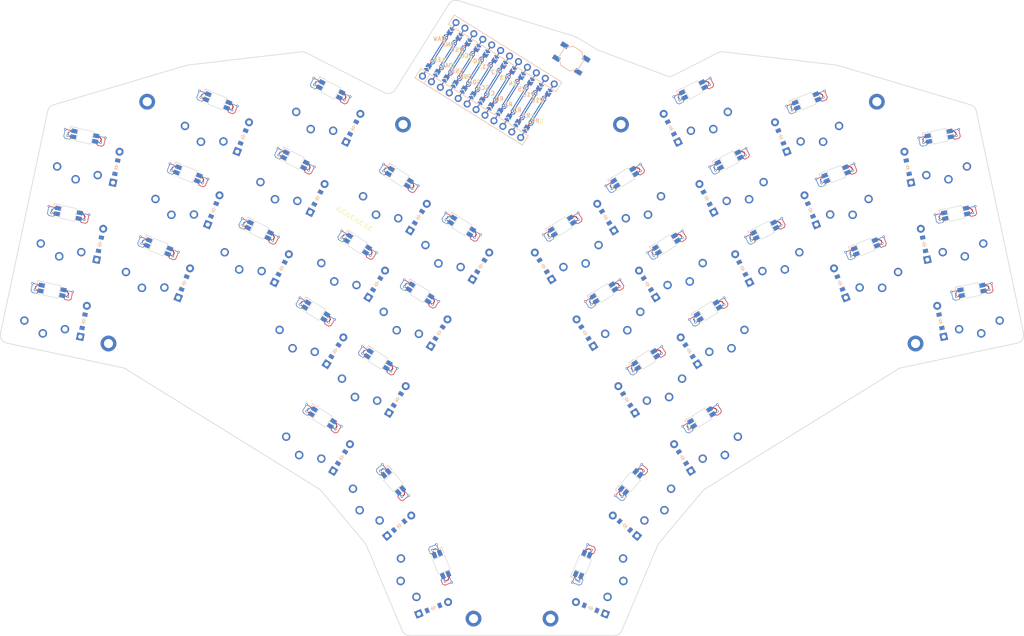
<source format=kicad_pcb>
(kicad_pcb (version 20171130) (host pcbnew 5.1.6)
  (title_block (title main) (rev 0.1) (company klackygears))
  (layers (0 F.Cu signal) (31 B.Cu signal) (34 B.Paste user) (35 F.Paste user) (36 B.SilkS user) (37 F.SilkS user) (38 B.Mask user) (39 F.Mask user) (44 Edge.Cuts user))
  (net 0 "")
  (net 1 "R1")
  (net 2 "pinky_bottom")
  (net 3 "pinky_home")
  (net 4 "pinky_top")
  (net 5 "R0")
  (net 6 "ring_bottom")
  (net 7 "ring_home")
  (net 8 "ring_top")
  (net 9 "CS")
  (net 10 "middle_bottom")
  (net 11 "middle_home")
  (net 12 "middle_top")
  (net 13 "R2")
  (net 14 "index_bottom")
  (net 15 "index_home")
  (net 16 "index_top")
  (net 17 "R3")
  (net 18 "inner_bottom")
  (net 19 "inner_home")
  (net 20 "inner_top")
  (net 21 "near_thumb")
  (net 22 "home_thumb")
  (net 23 "far_thumb")
  (net 24 "P10")
  (net 25 "mirror_pinky_bottom")
  (net 26 "mirror_pinky_home")
  (net 27 "mirror_pinky_top")
  (net 28 "P16")
  (net 29 "mirror_ring_bottom")
  (net 30 "mirror_ring_home")
  (net 31 "mirror_ring_top")
  (net 32 "C5")
  (net 33 "mirror_middle_bottom")
  (net 34 "mirror_middle_home")
  (net 35 "mirror_middle_top")
  (net 36 "C4")
  (net 37 "mirror_index_bottom")
  (net 38 "mirror_index_home")
  (net 39 "mirror_index_top")
  (net 40 "C3")
  (net 41 "mirror_inner_bottom")
  (net 42 "mirror_inner_home")
  (net 43 "mirror_inner_top")
  (net 44 "mirror_near_thumb")
  (net 45 "mirror_home_thumb")
  (net 46 "mirror_far_thumb")
  (net 47 "C1")
  (net 48 "C0")
  (net 49 "P9")
  (net 50 "C2")
  (net 51 "RAW")
  (net 52 "GND")
  (net 53 "RST")
  (net 54 "VCC")
  (net 55 "LED")
  (net 56 "DAT")
  (net 57 "SDA")
  (net 58 "SCL")
  (net 59 "MCU1_24")
  (net 60 "MCU1_1")
  (net 61 "MCU1_23")
  (net 62 "MCU1_2")
  (net 63 "MCU1_22")
  (net 64 "MCU1_3")
  (net 65 "MCU1_21")
  (net 66 "MCU1_4")
  (net 67 "MCU1_20")
  (net 68 "MCU1_5")
  (net 69 "MCU1_19")
  (net 70 "MCU1_6")
  (net 71 "MCU1_18")
  (net 72 "MCU1_7")
  (net 73 "MCU1_17")
  (net 74 "MCU1_8")
  (net 75 "MCU1_16")
  (net 76 "MCU1_9")
  (net 77 "MCU1_15")
  (net 78 "MCU1_10")
  (net 79 "MCU1_14")
  (net 80 "MCU1_11")
  (net 81 "MCU1_13")
  (net 82 "MCU1_12")
  (net 83 "LED_4")
  (net 84 "LED_3")
  (net 85 "LED_2")
  (net 86 "LED_5")
  (net 87 "LED_6")
  (net 88 "LED_7")
  (net 89 "LED_10")
  (net 90 "LED_9")
  (net 91 "LED_8")
  (net 92 "LED_11")
  (net 93 "LED_12")
  (net 94 "LED_13")
  (net 95 "LED_16")
  (net 96 "LED_15")
  (net 97 "LED_14")
  (net 98 "LED_17")
  (net 99 "LED_18")
  (net 100 "LED_19")
  (net 101 "LED_35")
  (net 102 "LED_34")
  (net 103 "LED_36")
  (net 104 "LED_33")
  (net 105 "LED_32")
  (net 106 "LED_31")
  (net 107 "LED_29")
  (net 108 "LED_28")
  (net 109 "LED_30")
  (net 110 "LED_27")
  (net 111 "LED_26")
  (net 112 "LED_25")
  (net 113 "LED_23")
  (net 114 "LED_22")
  (net 115 "LED_24")
  (net 116 "LED_21")
  (net 117 "LED_20")
  (module PG1350 (layer F.Cu) (at 74.7090597 160.2140955 168)
    (fp_text reference "S1" hide)
    (fp_text value "" hide)
    (pad "" np_thru_hole circle (at 0 0) (size 3.429 3.429) (drill 3.429) (layers *.Cu *.Mask))
    (pad "" np_thru_hole circle (at 5.5 0) (size 1.7018 1.7018) (drill 1.7018) (layers *.Cu *.Mask))
    (pad "" np_thru_hole circle (at -5.5 0) (size 1.7018 1.7018) (drill 1.7018) (layers *.Cu *.Mask))
    (pad 1 thru_hole circle (at 5 -3.8) (size 2.032 2.032) (drill 1.27) (layers *.Cu *.Mask) (net 1 "R1"))
    (pad 2 thru_hole circle (at 0 -5.9) (size 2.032 2.032) (drill 1.27) (layers *.Cu *.Mask) (net 2 "pinky_bottom"))
    (pad 1 thru_hole circle (at -5 -3.8) (size 2.032 2.032) (drill 1.27) (layers *.Cu *.Mask) (net 1 "R1"))
    (pad 2 thru_hole circle (at -0 -5.9) (size 2.032 2.032) (drill 1.27) (layers *.Cu *.Mask) (net 2 "pinky_bottom"))
  )
  (module PG1350 (layer F.Cu) (at 78.6593818 141.6292911 168)
    (fp_text reference "S2" hide)
    (fp_text value "" hide)
    (pad "" np_thru_hole circle (at 0 0) (size 3.429 3.429) (drill 3.429) (layers *.Cu *.Mask))
    (pad "" np_thru_hole circle (at 5.5 0) (size 1.7018 1.7018) (drill 1.7018) (layers *.Cu *.Mask))
    (pad "" np_thru_hole circle (at -5.5 0) (size 1.7018 1.7018) (drill 1.7018) (layers *.Cu *.Mask))
    (pad 1 thru_hole circle (at 5 -3.8) (size 2.032 2.032) (drill 1.27) (layers *.Cu *.Mask) (net 1 "R1"))
    (pad 2 thru_hole circle (at 0 -5.9) (size 2.032 2.032) (drill 1.27) (layers *.Cu *.Mask) (net 3 "pinky_home"))
    (pad 1 thru_hole circle (at -5 -3.8) (size 2.032 2.032) (drill 1.27) (layers *.Cu *.Mask) (net 1 "R1"))
    (pad 2 thru_hole circle (at -0 -5.9) (size 2.032 2.032) (drill 1.27) (layers *.Cu *.Mask) (net 3 "pinky_home"))
  )
  (module PG1350 (layer F.Cu) (at 82.609704 123.0444867 168)
    (fp_text reference "S3" hide)
    (fp_text value "" hide)
    (pad "" np_thru_hole circle (at 0 0) (size 3.429 3.429) (drill 3.429) (layers *.Cu *.Mask))
    (pad "" np_thru_hole circle (at 5.5 0) (size 1.7018 1.7018) (drill 1.7018) (layers *.Cu *.Mask))
    (pad "" np_thru_hole circle (at -5.5 0) (size 1.7018 1.7018) (drill 1.7018) (layers *.Cu *.Mask))
    (pad 1 thru_hole circle (at 5 -3.8) (size 2.032 2.032) (drill 1.27) (layers *.Cu *.Mask) (net 1 "R1"))
    (pad 2 thru_hole circle (at 0 -5.9) (size 2.032 2.032) (drill 1.27) (layers *.Cu *.Mask) (net 4 "pinky_top"))
    (pad 1 thru_hole circle (at -5 -3.8) (size 2.032 2.032) (drill 1.27) (layers *.Cu *.Mask) (net 1 "R1"))
    (pad 2 thru_hole circle (at -0 -5.9) (size 2.032 2.032) (drill 1.27) (layers *.Cu *.Mask) (net 4 "pinky_top"))
  )
  (module PG1350 (layer F.Cu) (at 99.5919128 149.5264108 158)
    (fp_text reference "S4" hide)
    (fp_text value "" hide)
    (pad "" np_thru_hole circle (at 0 0) (size 3.429 3.429) (drill 3.429) (layers *.Cu *.Mask))
    (pad "" np_thru_hole circle (at 5.5 0) (size 1.7018 1.7018) (drill 1.7018) (layers *.Cu *.Mask))
    (pad "" np_thru_hole circle (at -5.5 0) (size 1.7018 1.7018) (drill 1.7018) (layers *.Cu *.Mask))
    (pad 1 thru_hole circle (at 5 -3.8) (size 2.032 2.032) (drill 1.27) (layers *.Cu *.Mask) (net 5 "R0"))
    (pad 2 thru_hole circle (at 0 -5.9) (size 2.032 2.032) (drill 1.27) (layers *.Cu *.Mask) (net 6 "ring_bottom"))
    (pad 1 thru_hole circle (at -5 -3.8) (size 2.032 2.032) (drill 1.27) (layers *.Cu *.Mask) (net 5 "R0"))
    (pad 2 thru_hole circle (at -0 -5.9) (size 2.032 2.032) (drill 1.27) (layers *.Cu *.Mask) (net 6 "ring_bottom"))
  )
  (module PG1350 (layer F.Cu) (at 106.709438 131.9099176 158)
    (fp_text reference "S5" hide)
    (fp_text value "" hide)
    (pad "" np_thru_hole circle (at 0 0) (size 3.429 3.429) (drill 3.429) (layers *.Cu *.Mask))
    (pad "" np_thru_hole circle (at 5.5 0) (size 1.7018 1.7018) (drill 1.7018) (layers *.Cu *.Mask))
    (pad "" np_thru_hole circle (at -5.5 0) (size 1.7018 1.7018) (drill 1.7018) (layers *.Cu *.Mask))
    (pad 1 thru_hole circle (at 5 -3.8) (size 2.032 2.032) (drill 1.27) (layers *.Cu *.Mask) (net 5 "R0"))
    (pad 2 thru_hole circle (at 0 -5.9) (size 2.032 2.032) (drill 1.27) (layers *.Cu *.Mask) (net 7 "ring_home"))
    (pad 1 thru_hole circle (at -5 -3.8) (size 2.032 2.032) (drill 1.27) (layers *.Cu *.Mask) (net 5 "R0"))
    (pad 2 thru_hole circle (at -0 -5.9) (size 2.032 2.032) (drill 1.27) (layers *.Cu *.Mask) (net 7 "ring_home"))
  )
  (module PG1350 (layer F.Cu) (at 113.8269633 114.2934244 158)
    (fp_text reference "S6" hide)
    (fp_text value "" hide)
    (pad "" np_thru_hole circle (at 0 0) (size 3.429 3.429) (drill 3.429) (layers *.Cu *.Mask))
    (pad "" np_thru_hole circle (at 5.5 0) (size 1.7018 1.7018) (drill 1.7018) (layers *.Cu *.Mask))
    (pad "" np_thru_hole circle (at -5.5 0) (size 1.7018 1.7018) (drill 1.7018) (layers *.Cu *.Mask))
    (pad 1 thru_hole circle (at 5 -3.8) (size 2.032 2.032) (drill 1.27) (layers *.Cu *.Mask) (net 5 "R0"))
    (pad 2 thru_hole circle (at 0 -5.9) (size 2.032 2.032) (drill 1.27) (layers *.Cu *.Mask) (net 8 "ring_top"))
    (pad 1 thru_hole circle (at -5 -3.8) (size 2.032 2.032) (drill 1.27) (layers *.Cu *.Mask) (net 5 "R0"))
    (pad 2 thru_hole circle (at -0 -5.9) (size 2.032 2.032) (drill 1.27) (layers *.Cu *.Mask) (net 8 "ring_top"))
  )
  (module PG1350 (layer F.Cu) (at 123.5270645 145.3033383 153)
    (fp_text reference "S7" hide)
    (fp_text value "" hide)
    (pad "" np_thru_hole circle (at 0 0) (size 3.429 3.429) (drill 3.429) (layers *.Cu *.Mask))
    (pad "" np_thru_hole circle (at 5.5 0) (size 1.7018 1.7018) (drill 1.7018) (layers *.Cu *.Mask))
    (pad "" np_thru_hole circle (at -5.5 0) (size 1.7018 1.7018) (drill 1.7018) (layers *.Cu *.Mask))
    (pad 1 thru_hole circle (at 5 -3.8) (size 2.032 2.032) (drill 1.27) (layers *.Cu *.Mask) (net 9 "CS"))
    (pad 2 thru_hole circle (at 0 -5.9) (size 2.032 2.032) (drill 1.27) (layers *.Cu *.Mask) (net 10 "middle_bottom"))
    (pad 1 thru_hole circle (at -5 -3.8) (size 2.032 2.032) (drill 1.27) (layers *.Cu *.Mask) (net 9 "CS"))
    (pad 2 thru_hole circle (at -0 -5.9) (size 2.032 2.032) (drill 1.27) (layers *.Cu *.Mask) (net 10 "middle_bottom"))
  )
  (module PG1350 (layer F.Cu) (at 132.152884 128.3742144 153)
    (fp_text reference "S8" hide)
    (fp_text value "" hide)
    (pad "" np_thru_hole circle (at 0 0) (size 3.429 3.429) (drill 3.429) (layers *.Cu *.Mask))
    (pad "" np_thru_hole circle (at 5.5 0) (size 1.7018 1.7018) (drill 1.7018) (layers *.Cu *.Mask))
    (pad "" np_thru_hole circle (at -5.5 0) (size 1.7018 1.7018) (drill 1.7018) (layers *.Cu *.Mask))
    (pad 1 thru_hole circle (at 5 -3.8) (size 2.032 2.032) (drill 1.27) (layers *.Cu *.Mask) (net 9 "CS"))
    (pad 2 thru_hole circle (at 0 -5.9) (size 2.032 2.032) (drill 1.27) (layers *.Cu *.Mask) (net 11 "middle_home"))
    (pad 1 thru_hole circle (at -5 -3.8) (size 2.032 2.032) (drill 1.27) (layers *.Cu *.Mask) (net 9 "CS"))
    (pad 2 thru_hole circle (at -0 -5.9) (size 2.032 2.032) (drill 1.27) (layers *.Cu *.Mask) (net 11 "middle_home"))
  )
  (module PG1350 (layer F.Cu) (at 140.7787035 111.4450904 153)
    (fp_text reference "S9" hide)
    (fp_text value "" hide)
    (pad "" np_thru_hole circle (at 0 0) (size 3.429 3.429) (drill 3.429) (layers *.Cu *.Mask))
    (pad "" np_thru_hole circle (at 5.5 0) (size 1.7018 1.7018) (drill 1.7018) (layers *.Cu *.Mask))
    (pad "" np_thru_hole circle (at -5.5 0) (size 1.7018 1.7018) (drill 1.7018) (layers *.Cu *.Mask))
    (pad 1 thru_hole circle (at 5 -3.8) (size 2.032 2.032) (drill 1.27) (layers *.Cu *.Mask) (net 9 "CS"))
    (pad 2 thru_hole circle (at 0 -5.9) (size 2.032 2.032) (drill 1.27) (layers *.Cu *.Mask) (net 12 "middle_top"))
    (pad 1 thru_hole circle (at -5 -3.8) (size 2.032 2.032) (drill 1.27) (layers *.Cu *.Mask) (net 9 "CS"))
    (pad 2 thru_hole circle (at -0 -5.9) (size 2.032 2.032) (drill 1.27) (layers *.Cu *.Mask) (net 12 "middle_top"))
  )
  (module PG1350 (layer F.Cu) (at 136.843429 164.5665782 148)
    (fp_text reference "S10" hide)
    (fp_text value "" hide)
    (pad "" np_thru_hole circle (at 0 0) (size 3.429 3.429) (drill 3.429) (layers *.Cu *.Mask))
    (pad "" np_thru_hole circle (at 5.5 0) (size 1.7018 1.7018) (drill 1.7018) (layers *.Cu *.Mask))
    (pad "" np_thru_hole circle (at -5.5 0) (size 1.7018 1.7018) (drill 1.7018) (layers *.Cu *.Mask))
    (pad 1 thru_hole circle (at 5 -3.8) (size 2.032 2.032) (drill 1.27) (layers *.Cu *.Mask) (net 13 "R2"))
    (pad 2 thru_hole circle (at 0 -5.9) (size 2.032 2.032) (drill 1.27) (layers *.Cu *.Mask) (net 14 "index_bottom"))
    (pad 1 thru_hole circle (at -5 -3.8) (size 2.032 2.032) (drill 1.27) (layers *.Cu *.Mask) (net 13 "R2"))
    (pad 2 thru_hole circle (at -0 -5.9) (size 2.032 2.032) (drill 1.27) (layers *.Cu *.Mask) (net 14 "index_bottom"))
  )
  (module PG1350 (layer F.Cu) (at 146.911895 148.4536644 148)
    (fp_text reference "S11" hide)
    (fp_text value "" hide)
    (pad "" np_thru_hole circle (at 0 0) (size 3.429 3.429) (drill 3.429) (layers *.Cu *.Mask))
    (pad "" np_thru_hole circle (at 5.5 0) (size 1.7018 1.7018) (drill 1.7018) (layers *.Cu *.Mask))
    (pad "" np_thru_hole circle (at -5.5 0) (size 1.7018 1.7018) (drill 1.7018) (layers *.Cu *.Mask))
    (pad 1 thru_hole circle (at 5 -3.8) (size 2.032 2.032) (drill 1.27) (layers *.Cu *.Mask) (net 13 "R2"))
    (pad 2 thru_hole circle (at 0 -5.9) (size 2.032 2.032) (drill 1.27) (layers *.Cu *.Mask) (net 15 "index_home"))
    (pad 1 thru_hole circle (at -5 -3.8) (size 2.032 2.032) (drill 1.27) (layers *.Cu *.Mask) (net 13 "R2"))
    (pad 2 thru_hole circle (at -0 -5.9) (size 2.032 2.032) (drill 1.27) (layers *.Cu *.Mask) (net 15 "index_home"))
  )
  (module PG1350 (layer F.Cu) (at 156.980361 132.3407506 148)
    (fp_text reference "S12" hide)
    (fp_text value "" hide)
    (pad "" np_thru_hole circle (at 0 0) (size 3.429 3.429) (drill 3.429) (layers *.Cu *.Mask))
    (pad "" np_thru_hole circle (at 5.5 0) (size 1.7018 1.7018) (drill 1.7018) (layers *.Cu *.Mask))
    (pad "" np_thru_hole circle (at -5.5 0) (size 1.7018 1.7018) (drill 1.7018) (layers *.Cu *.Mask))
    (pad 1 thru_hole circle (at 5 -3.8) (size 2.032 2.032) (drill 1.27) (layers *.Cu *.Mask) (net 13 "R2"))
    (pad 2 thru_hole circle (at 0 -5.9) (size 2.032 2.032) (drill 1.27) (layers *.Cu *.Mask) (net 16 "index_top"))
    (pad 1 thru_hole circle (at -5 -3.8) (size 2.032 2.032) (drill 1.27) (layers *.Cu *.Mask) (net 13 "R2"))
    (pad 2 thru_hole circle (at -0 -5.9) (size 2.032 2.032) (drill 1.27) (layers *.Cu *.Mask) (net 16 "index_top"))
  )
  (module PG1350 (layer F.Cu) (at 151.8965042 176.3311406 148)
    (fp_text reference "S13" hide)
    (fp_text value "" hide)
    (pad "" np_thru_hole circle (at 0 0) (size 3.429 3.429) (drill 3.429) (layers *.Cu *.Mask))
    (pad "" np_thru_hole circle (at 5.5 0) (size 1.7018 1.7018) (drill 1.7018) (layers *.Cu *.Mask))
    (pad "" np_thru_hole circle (at -5.5 0) (size 1.7018 1.7018) (drill 1.7018) (layers *.Cu *.Mask))
    (pad 1 thru_hole circle (at 5 -3.8) (size 2.032 2.032) (drill 1.27) (layers *.Cu *.Mask) (net 17 "R3"))
    (pad 2 thru_hole circle (at 0 -5.9) (size 2.032 2.032) (drill 1.27) (layers *.Cu *.Mask) (net 18 "inner_bottom"))
    (pad 1 thru_hole circle (at -5 -3.8) (size 2.032 2.032) (drill 1.27) (layers *.Cu *.Mask) (net 17 "R3"))
    (pad 2 thru_hole circle (at -0 -5.9) (size 2.032 2.032) (drill 1.27) (layers *.Cu *.Mask) (net 18 "inner_bottom"))
  )
  (module PG1350 (layer F.Cu) (at 161.9649702 160.2182268 148)
    (fp_text reference "S14" hide)
    (fp_text value "" hide)
    (pad "" np_thru_hole circle (at 0 0) (size 3.429 3.429) (drill 3.429) (layers *.Cu *.Mask))
    (pad "" np_thru_hole circle (at 5.5 0) (size 1.7018 1.7018) (drill 1.7018) (layers *.Cu *.Mask))
    (pad "" np_thru_hole circle (at -5.5 0) (size 1.7018 1.7018) (drill 1.7018) (layers *.Cu *.Mask))
    (pad 1 thru_hole circle (at 5 -3.8) (size 2.032 2.032) (drill 1.27) (layers *.Cu *.Mask) (net 17 "R3"))
    (pad 2 thru_hole circle (at 0 -5.9) (size 2.032 2.032) (drill 1.27) (layers *.Cu *.Mask) (net 19 "inner_home"))
    (pad 1 thru_hole circle (at -5 -3.8) (size 2.032 2.032) (drill 1.27) (layers *.Cu *.Mask) (net 17 "R3"))
    (pad 2 thru_hole circle (at -0 -5.9) (size 2.032 2.032) (drill 1.27) (layers *.Cu *.Mask) (net 19 "inner_home"))
  )
  (module PG1350 (layer F.Cu) (at 172.0334362 144.105313 148)
    (fp_text reference "S15" hide)
    (fp_text value "" hide)
    (pad "" np_thru_hole circle (at 0 0) (size 3.429 3.429) (drill 3.429) (layers *.Cu *.Mask))
    (pad "" np_thru_hole circle (at 5.5 0) (size 1.7018 1.7018) (drill 1.7018) (layers *.Cu *.Mask))
    (pad "" np_thru_hole circle (at -5.5 0) (size 1.7018 1.7018) (drill 1.7018) (layers *.Cu *.Mask))
    (pad 1 thru_hole circle (at 5 -3.8) (size 2.032 2.032) (drill 1.27) (layers *.Cu *.Mask) (net 17 "R3"))
    (pad 2 thru_hole circle (at 0 -5.9) (size 2.032 2.032) (drill 1.27) (layers *.Cu *.Mask) (net 20 "inner_top"))
    (pad 1 thru_hole circle (at -5 -3.8) (size 2.032 2.032) (drill 1.27) (layers *.Cu *.Mask) (net 17 "R3"))
    (pad 2 thru_hole circle (at -0 -5.9) (size 2.032 2.032) (drill 1.27) (layers *.Cu *.Mask) (net 20 "inner_top"))
  )
  (module PG1350 (layer F.Cu) (at 138.4358458 190.3243774 148)
    (fp_text reference "S16" hide)
    (fp_text value "" hide)
    (pad "" np_thru_hole circle (at 0 0) (size 3.429 3.429) (drill 3.429) (layers *.Cu *.Mask))
    (pad "" np_thru_hole circle (at 5.5 0) (size 1.7018 1.7018) (drill 1.7018) (layers *.Cu *.Mask))
    (pad "" np_thru_hole circle (at -5.5 0) (size 1.7018 1.7018) (drill 1.7018) (layers *.Cu *.Mask))
    (pad 1 thru_hole circle (at 5 -3.8) (size 2.032 2.032) (drill 1.27) (layers *.Cu *.Mask) (net 5 "R0"))
    (pad 2 thru_hole circle (at 0 -5.9) (size 2.032 2.032) (drill 1.27) (layers *.Cu *.Mask) (net 21 "near_thumb"))
    (pad 1 thru_hole circle (at -5 -3.8) (size 2.032 2.032) (drill 1.27) (layers *.Cu *.Mask) (net 5 "R0"))
    (pad 2 thru_hole circle (at -0 -5.9) (size 2.032 2.032) (drill 1.27) (layers *.Cu *.Mask) (net 21 "near_thumb"))
  )
  (module PG1350 (layer F.Cu) (at 154.4160209 204.8375648 130)
    (fp_text reference "S17" hide)
    (fp_text value "" hide)
    (pad "" np_thru_hole circle (at 0 0) (size 3.429 3.429) (drill 3.429) (layers *.Cu *.Mask))
    (pad "" np_thru_hole circle (at 5.5 0) (size 1.7018 1.7018) (drill 1.7018) (layers *.Cu *.Mask))
    (pad "" np_thru_hole circle (at -5.5 0) (size 1.7018 1.7018) (drill 1.7018) (layers *.Cu *.Mask))
    (pad 1 thru_hole circle (at 5 -3.8) (size 2.032 2.032) (drill 1.27) (layers *.Cu *.Mask) (net 9 "CS"))
    (pad 2 thru_hole circle (at 0 -5.9) (size 2.032 2.032) (drill 1.27) (layers *.Cu *.Mask) (net 22 "home_thumb"))
    (pad 1 thru_hole circle (at -5 -3.8) (size 2.032 2.032) (drill 1.27) (layers *.Cu *.Mask) (net 9 "CS"))
    (pad 2 thru_hole circle (at -0 -5.9) (size 2.032 2.032) (drill 1.27) (layers *.Cu *.Mask) (net 22 "home_thumb"))
  )
  (module PG1350 (layer F.Cu) (at 165.2633395 223.4980021 112)
    (fp_text reference "S18" hide)
    (fp_text value "" hide)
    (pad "" np_thru_hole circle (at 0 0) (size 3.429 3.429) (drill 3.429) (layers *.Cu *.Mask))
    (pad "" np_thru_hole circle (at 5.5 0) (size 1.7018 1.7018) (drill 1.7018) (layers *.Cu *.Mask))
    (pad "" np_thru_hole circle (at -5.5 0) (size 1.7018 1.7018) (drill 1.7018) (layers *.Cu *.Mask))
    (pad 1 thru_hole circle (at 5 -3.8) (size 2.032 2.032) (drill 1.27) (layers *.Cu *.Mask) (net 13 "R2"))
    (pad 2 thru_hole circle (at 0 -5.9) (size 2.032 2.032) (drill 1.27) (layers *.Cu *.Mask) (net 23 "far_thumb"))
    (pad 1 thru_hole circle (at -5 -3.8) (size 2.032 2.032) (drill 1.27) (layers *.Cu *.Mask) (net 13 "R2"))
    (pad 2 thru_hole circle (at -0 -5.9) (size 2.032 2.032) (drill 1.27) (layers *.Cu *.Mask) (net 23 "far_thumb"))
  )
  (module PG1350 (layer F.Cu) (at 298.6097039 160.2140955 -168)
    (fp_text reference "S19" hide)
    (fp_text value "" hide)
    (pad "" np_thru_hole circle (at 0 0) (size 3.429 3.429) (drill 3.429) (layers *.Cu *.Mask))
    (pad "" np_thru_hole circle (at 5.5 0) (size 1.7018 1.7018) (drill 1.7018) (layers *.Cu *.Mask))
    (pad "" np_thru_hole circle (at -5.5 0) (size 1.7018 1.7018) (drill 1.7018) (layers *.Cu *.Mask))
    (pad 1 thru_hole circle (at 5 -3.8) (size 2.032 2.032) (drill 1.27) (layers *.Cu *.Mask) (net 24 "P10"))
    (pad 2 thru_hole circle (at 0 -5.9) (size 2.032 2.032) (drill 1.27) (layers *.Cu *.Mask) (net 25 "mirror_pinky_bottom"))
    (pad 1 thru_hole circle (at -5 -3.8) (size 2.032 2.032) (drill 1.27) (layers *.Cu *.Mask) (net 24 "P10"))
    (pad 2 thru_hole circle (at -0 -5.9) (size 2.032 2.032) (drill 1.27) (layers *.Cu *.Mask) (net 25 "mirror_pinky_bottom"))
  )
  (module PG1350 (layer F.Cu) (at 294.6593818 141.6292911 -168)
    (fp_text reference "S20" hide)
    (fp_text value "" hide)
    (pad "" np_thru_hole circle (at 0 0) (size 3.429 3.429) (drill 3.429) (layers *.Cu *.Mask))
    (pad "" np_thru_hole circle (at 5.5 0) (size 1.7018 1.7018) (drill 1.7018) (layers *.Cu *.Mask))
    (pad "" np_thru_hole circle (at -5.5 0) (size 1.7018 1.7018) (drill 1.7018) (layers *.Cu *.Mask))
    (pad 1 thru_hole circle (at 5 -3.8) (size 2.032 2.032) (drill 1.27) (layers *.Cu *.Mask) (net 24 "P10"))
    (pad 2 thru_hole circle (at 0 -5.9) (size 2.032 2.032) (drill 1.27) (layers *.Cu *.Mask) (net 26 "mirror_pinky_home"))
    (pad 1 thru_hole circle (at -5 -3.8) (size 2.032 2.032) (drill 1.27) (layers *.Cu *.Mask) (net 24 "P10"))
    (pad 2 thru_hole circle (at -0 -5.9) (size 2.032 2.032) (drill 1.27) (layers *.Cu *.Mask) (net 26 "mirror_pinky_home"))
  )
  (module PG1350 (layer F.Cu) (at 290.70905960000005 123.0444867 -168)
    (fp_text reference "S21" hide)
    (fp_text value "" hide)
    (pad "" np_thru_hole circle (at 0 0) (size 3.429 3.429) (drill 3.429) (layers *.Cu *.Mask))
    (pad "" np_thru_hole circle (at 5.5 0) (size 1.7018 1.7018) (drill 1.7018) (layers *.Cu *.Mask))
    (pad "" np_thru_hole circle (at -5.5 0) (size 1.7018 1.7018) (drill 1.7018) (layers *.Cu *.Mask))
    (pad 1 thru_hole circle (at 5 -3.8) (size 2.032 2.032) (drill 1.27) (layers *.Cu *.Mask) (net 24 "P10"))
    (pad 2 thru_hole circle (at 0 -5.9) (size 2.032 2.032) (drill 1.27) (layers *.Cu *.Mask) (net 27 "mirror_pinky_top"))
    (pad 1 thru_hole circle (at -5 -3.8) (size 2.032 2.032) (drill 1.27) (layers *.Cu *.Mask) (net 24 "P10"))
    (pad 2 thru_hole circle (at -0 -5.9) (size 2.032 2.032) (drill 1.27) (layers *.Cu *.Mask) (net 27 "mirror_pinky_top"))
  )
  (module PG1350 (layer F.Cu) (at 273.7268508 149.5264108 -158)
    (fp_text reference "S22" hide)
    (fp_text value "" hide)
    (pad "" np_thru_hole circle (at 0 0) (size 3.429 3.429) (drill 3.429) (layers *.Cu *.Mask))
    (pad "" np_thru_hole circle (at 5.5 0) (size 1.7018 1.7018) (drill 1.7018) (layers *.Cu *.Mask))
    (pad "" np_thru_hole circle (at -5.5 0) (size 1.7018 1.7018) (drill 1.7018) (layers *.Cu *.Mask))
    (pad 1 thru_hole circle (at 5 -3.8) (size 2.032 2.032) (drill 1.27) (layers *.Cu *.Mask) (net 28 "P16"))
    (pad 2 thru_hole circle (at 0 -5.9) (size 2.032 2.032) (drill 1.27) (layers *.Cu *.Mask) (net 29 "mirror_ring_bottom"))
    (pad 1 thru_hole circle (at -5 -3.8) (size 2.032 2.032) (drill 1.27) (layers *.Cu *.Mask) (net 28 "P16"))
    (pad 2 thru_hole circle (at -0 -5.9) (size 2.032 2.032) (drill 1.27) (layers *.Cu *.Mask) (net 29 "mirror_ring_bottom"))
  )
  (module PG1350 (layer F.Cu) (at 266.60932560000003 131.9099176 -158)
    (fp_text reference "S23" hide)
    (fp_text value "" hide)
    (pad "" np_thru_hole circle (at 0 0) (size 3.429 3.429) (drill 3.429) (layers *.Cu *.Mask))
    (pad "" np_thru_hole circle (at 5.5 0) (size 1.7018 1.7018) (drill 1.7018) (layers *.Cu *.Mask))
    (pad "" np_thru_hole circle (at -5.5 0) (size 1.7018 1.7018) (drill 1.7018) (layers *.Cu *.Mask))
    (pad 1 thru_hole circle (at 5 -3.8) (size 2.032 2.032) (drill 1.27) (layers *.Cu *.Mask) (net 28 "P16"))
    (pad 2 thru_hole circle (at 0 -5.9) (size 2.032 2.032) (drill 1.27) (layers *.Cu *.Mask) (net 30 "mirror_ring_home"))
    (pad 1 thru_hole circle (at -5 -3.8) (size 2.032 2.032) (drill 1.27) (layers *.Cu *.Mask) (net 28 "P16"))
    (pad 2 thru_hole circle (at -0 -5.9) (size 2.032 2.032) (drill 1.27) (layers *.Cu *.Mask) (net 30 "mirror_ring_home"))
  )
  (module PG1350 (layer F.Cu) (at 259.4918003 114.2934244 -158)
    (fp_text reference "S24" hide)
    (fp_text value "" hide)
    (pad "" np_thru_hole circle (at 0 0) (size 3.429 3.429) (drill 3.429) (layers *.Cu *.Mask))
    (pad "" np_thru_hole circle (at 5.5 0) (size 1.7018 1.7018) (drill 1.7018) (layers *.Cu *.Mask))
    (pad "" np_thru_hole circle (at -5.5 0) (size 1.7018 1.7018) (drill 1.7018) (layers *.Cu *.Mask))
    (pad 1 thru_hole circle (at 5 -3.8) (size 2.032 2.032) (drill 1.27) (layers *.Cu *.Mask) (net 28 "P16"))
    (pad 2 thru_hole circle (at 0 -5.9) (size 2.032 2.032) (drill 1.27) (layers *.Cu *.Mask) (net 31 "mirror_ring_top"))
    (pad 1 thru_hole circle (at -5 -3.8) (size 2.032 2.032) (drill 1.27) (layers *.Cu *.Mask) (net 28 "P16"))
    (pad 2 thru_hole circle (at -0 -5.9) (size 2.032 2.032) (drill 1.27) (layers *.Cu *.Mask) (net 31 "mirror_ring_top"))
  )
  (module PG1350 (layer F.Cu) (at 249.79169910000002 145.3033383 -153)
    (fp_text reference "S25" hide)
    (fp_text value "" hide)
    (pad "" np_thru_hole circle (at 0 0) (size 3.429 3.429) (drill 3.429) (layers *.Cu *.Mask))
    (pad "" np_thru_hole circle (at 5.5 0) (size 1.7018 1.7018) (drill 1.7018) (layers *.Cu *.Mask))
    (pad "" np_thru_hole circle (at -5.5 0) (size 1.7018 1.7018) (drill 1.7018) (layers *.Cu *.Mask))
    (pad 1 thru_hole circle (at 5 -3.8) (size 2.032 2.032) (drill 1.27) (layers *.Cu *.Mask) (net 32 "C5"))
    (pad 2 thru_hole circle (at 0 -5.9) (size 2.032 2.032) (drill 1.27) (layers *.Cu *.Mask) (net 33 "mirror_middle_bottom"))
    (pad 1 thru_hole circle (at -5 -3.8) (size 2.032 2.032) (drill 1.27) (layers *.Cu *.Mask) (net 32 "C5"))
    (pad 2 thru_hole circle (at -0 -5.9) (size 2.032 2.032) (drill 1.27) (layers *.Cu *.Mask) (net 33 "mirror_middle_bottom"))
  )
  (module PG1350 (layer F.Cu) (at 241.1658796 128.3742144 -153)
    (fp_text reference "S26" hide)
    (fp_text value "" hide)
    (pad "" np_thru_hole circle (at 0 0) (size 3.429 3.429) (drill 3.429) (layers *.Cu *.Mask))
    (pad "" np_thru_hole circle (at 5.5 0) (size 1.7018 1.7018) (drill 1.7018) (layers *.Cu *.Mask))
    (pad "" np_thru_hole circle (at -5.5 0) (size 1.7018 1.7018) (drill 1.7018) (layers *.Cu *.Mask))
    (pad 1 thru_hole circle (at 5 -3.8) (size 2.032 2.032) (drill 1.27) (layers *.Cu *.Mask) (net 32 "C5"))
    (pad 2 thru_hole circle (at 0 -5.9) (size 2.032 2.032) (drill 1.27) (layers *.Cu *.Mask) (net 34 "mirror_middle_home"))
    (pad 1 thru_hole circle (at -5 -3.8) (size 2.032 2.032) (drill 1.27) (layers *.Cu *.Mask) (net 32 "C5"))
    (pad 2 thru_hole circle (at -0 -5.9) (size 2.032 2.032) (drill 1.27) (layers *.Cu *.Mask) (net 34 "mirror_middle_home"))
  )
  (module PG1350 (layer F.Cu) (at 232.5400601 111.4450904 -153)
    (fp_text reference "S27" hide)
    (fp_text value "" hide)
    (pad "" np_thru_hole circle (at 0 0) (size 3.429 3.429) (drill 3.429) (layers *.Cu *.Mask))
    (pad "" np_thru_hole circle (at 5.5 0) (size 1.7018 1.7018) (drill 1.7018) (layers *.Cu *.Mask))
    (pad "" np_thru_hole circle (at -5.5 0) (size 1.7018 1.7018) (drill 1.7018) (layers *.Cu *.Mask))
    (pad 1 thru_hole circle (at 5 -3.8) (size 2.032 2.032) (drill 1.27) (layers *.Cu *.Mask) (net 32 "C5"))
    (pad 2 thru_hole circle (at 0 -5.9) (size 2.032 2.032) (drill 1.27) (layers *.Cu *.Mask) (net 35 "mirror_middle_top"))
    (pad 1 thru_hole circle (at -5 -3.8) (size 2.032 2.032) (drill 1.27) (layers *.Cu *.Mask) (net 32 "C5"))
    (pad 2 thru_hole circle (at -0 -5.9) (size 2.032 2.032) (drill 1.27) (layers *.Cu *.Mask) (net 35 "mirror_middle_top"))
  )
  (module PG1350 (layer F.Cu) (at 236.47533460000002 164.5665782 -148)
    (fp_text reference "S28" hide)
    (fp_text value "" hide)
    (pad "" np_thru_hole circle (at 0 0) (size 3.429 3.429) (drill 3.429) (layers *.Cu *.Mask))
    (pad "" np_thru_hole circle (at 5.5 0) (size 1.7018 1.7018) (drill 1.7018) (layers *.Cu *.Mask))
    (pad "" np_thru_hole circle (at -5.5 0) (size 1.7018 1.7018) (drill 1.7018) (layers *.Cu *.Mask))
    (pad 1 thru_hole circle (at 5 -3.8) (size 2.032 2.032) (drill 1.27) (layers *.Cu *.Mask) (net 36 "C4"))
    (pad 2 thru_hole circle (at 0 -5.9) (size 2.032 2.032) (drill 1.27) (layers *.Cu *.Mask) (net 37 "mirror_index_bottom"))
    (pad 1 thru_hole circle (at -5 -3.8) (size 2.032 2.032) (drill 1.27) (layers *.Cu *.Mask) (net 36 "C4"))
    (pad 2 thru_hole circle (at -0 -5.9) (size 2.032 2.032) (drill 1.27) (layers *.Cu *.Mask) (net 37 "mirror_index_bottom"))
  )
  (module PG1350 (layer F.Cu) (at 226.40686860000002 148.4536644 -148)
    (fp_text reference "S29" hide)
    (fp_text value "" hide)
    (pad "" np_thru_hole circle (at 0 0) (size 3.429 3.429) (drill 3.429) (layers *.Cu *.Mask))
    (pad "" np_thru_hole circle (at 5.5 0) (size 1.7018 1.7018) (drill 1.7018) (layers *.Cu *.Mask))
    (pad "" np_thru_hole circle (at -5.5 0) (size 1.7018 1.7018) (drill 1.7018) (layers *.Cu *.Mask))
    (pad 1 thru_hole circle (at 5 -3.8) (size 2.032 2.032) (drill 1.27) (layers *.Cu *.Mask) (net 36 "C4"))
    (pad 2 thru_hole circle (at 0 -5.9) (size 2.032 2.032) (drill 1.27) (layers *.Cu *.Mask) (net 38 "mirror_index_home"))
    (pad 1 thru_hole circle (at -5 -3.8) (size 2.032 2.032) (drill 1.27) (layers *.Cu *.Mask) (net 36 "C4"))
    (pad 2 thru_hole circle (at -0 -5.9) (size 2.032 2.032) (drill 1.27) (layers *.Cu *.Mask) (net 38 "mirror_index_home"))
  )
  (module PG1350 (layer F.Cu) (at 216.33840260000002 132.3407506 -148)
    (fp_text reference "S30" hide)
    (fp_text value "" hide)
    (pad "" np_thru_hole circle (at 0 0) (size 3.429 3.429) (drill 3.429) (layers *.Cu *.Mask))
    (pad "" np_thru_hole circle (at 5.5 0) (size 1.7018 1.7018) (drill 1.7018) (layers *.Cu *.Mask))
    (pad "" np_thru_hole circle (at -5.5 0) (size 1.7018 1.7018) (drill 1.7018) (layers *.Cu *.Mask))
    (pad 1 thru_hole circle (at 5 -3.8) (size 2.032 2.032) (drill 1.27) (layers *.Cu *.Mask) (net 36 "C4"))
    (pad 2 thru_hole circle (at 0 -5.9) (size 2.032 2.032) (drill 1.27) (layers *.Cu *.Mask) (net 39 "mirror_index_top"))
    (pad 1 thru_hole circle (at -5 -3.8) (size 2.032 2.032) (drill 1.27) (layers *.Cu *.Mask) (net 36 "C4"))
    (pad 2 thru_hole circle (at -0 -5.9) (size 2.032 2.032) (drill 1.27) (layers *.Cu *.Mask) (net 39 "mirror_index_top"))
  )
  (module PG1350 (layer F.Cu) (at 221.4222594 176.3311406 -148)
    (fp_text reference "S31" hide)
    (fp_text value "" hide)
    (pad "" np_thru_hole circle (at 0 0) (size 3.429 3.429) (drill 3.429) (layers *.Cu *.Mask))
    (pad "" np_thru_hole circle (at 5.5 0) (size 1.7018 1.7018) (drill 1.7018) (layers *.Cu *.Mask))
    (pad "" np_thru_hole circle (at -5.5 0) (size 1.7018 1.7018) (drill 1.7018) (layers *.Cu *.Mask))
    (pad 1 thru_hole circle (at 5 -3.8) (size 2.032 2.032) (drill 1.27) (layers *.Cu *.Mask) (net 40 "C3"))
    (pad 2 thru_hole circle (at 0 -5.9) (size 2.032 2.032) (drill 1.27) (layers *.Cu *.Mask) (net 41 "mirror_inner_bottom"))
    (pad 1 thru_hole circle (at -5 -3.8) (size 2.032 2.032) (drill 1.27) (layers *.Cu *.Mask) (net 40 "C3"))
    (pad 2 thru_hole circle (at -0 -5.9) (size 2.032 2.032) (drill 1.27) (layers *.Cu *.Mask) (net 41 "mirror_inner_bottom"))
  )
  (module PG1350 (layer F.Cu) (at 211.3537934 160.2182268 -148)
    (fp_text reference "S32" hide)
    (fp_text value "" hide)
    (pad "" np_thru_hole circle (at 0 0) (size 3.429 3.429) (drill 3.429) (layers *.Cu *.Mask))
    (pad "" np_thru_hole circle (at 5.5 0) (size 1.7018 1.7018) (drill 1.7018) (layers *.Cu *.Mask))
    (pad "" np_thru_hole circle (at -5.5 0) (size 1.7018 1.7018) (drill 1.7018) (layers *.Cu *.Mask))
    (pad 1 thru_hole circle (at 5 -3.8) (size 2.032 2.032) (drill 1.27) (layers *.Cu *.Mask) (net 40 "C3"))
    (pad 2 thru_hole circle (at 0 -5.9) (size 2.032 2.032) (drill 1.27) (layers *.Cu *.Mask) (net 42 "mirror_inner_home"))
    (pad 1 thru_hole circle (at -5 -3.8) (size 2.032 2.032) (drill 1.27) (layers *.Cu *.Mask) (net 40 "C3"))
    (pad 2 thru_hole circle (at -0 -5.9) (size 2.032 2.032) (drill 1.27) (layers *.Cu *.Mask) (net 42 "mirror_inner_home"))
  )
  (module PG1350 (layer F.Cu) (at 201.2853274 144.105313 -148)
    (fp_text reference "S33" hide)
    (fp_text value "" hide)
    (pad "" np_thru_hole circle (at 0 0) (size 3.429 3.429) (drill 3.429) (layers *.Cu *.Mask))
    (pad "" np_thru_hole circle (at 5.5 0) (size 1.7018 1.7018) (drill 1.7018) (layers *.Cu *.Mask))
    (pad "" np_thru_hole circle (at -5.5 0) (size 1.7018 1.7018) (drill 1.7018) (layers *.Cu *.Mask))
    (pad 1 thru_hole circle (at 5 -3.8) (size 2.032 2.032) (drill 1.27) (layers *.Cu *.Mask) (net 40 "C3"))
    (pad 2 thru_hole circle (at 0 -5.9) (size 2.032 2.032) (drill 1.27) (layers *.Cu *.Mask) (net 43 "mirror_inner_top"))
    (pad 1 thru_hole circle (at -5 -3.8) (size 2.032 2.032) (drill 1.27) (layers *.Cu *.Mask) (net 40 "C3"))
    (pad 2 thru_hole circle (at -0 -5.9) (size 2.032 2.032) (drill 1.27) (layers *.Cu *.Mask) (net 43 "mirror_inner_top"))
  )
  (module PG1350 (layer F.Cu) (at 234.8829178 190.3243774 -148)
    (fp_text reference "S34" hide)
    (fp_text value "" hide)
    (pad "" np_thru_hole circle (at 0 0) (size 3.429 3.429) (drill 3.429) (layers *.Cu *.Mask))
    (pad "" np_thru_hole circle (at 5.5 0) (size 1.7018 1.7018) (drill 1.7018) (layers *.Cu *.Mask))
    (pad "" np_thru_hole circle (at -5.5 0) (size 1.7018 1.7018) (drill 1.7018) (layers *.Cu *.Mask))
    (pad 1 thru_hole circle (at 5 -3.8) (size 2.032 2.032) (drill 1.27) (layers *.Cu *.Mask) (net 28 "P16"))
    (pad 2 thru_hole circle (at 0 -5.9) (size 2.032 2.032) (drill 1.27) (layers *.Cu *.Mask) (net 44 "mirror_near_thumb"))
    (pad 1 thru_hole circle (at -5 -3.8) (size 2.032 2.032) (drill 1.27) (layers *.Cu *.Mask) (net 28 "P16"))
    (pad 2 thru_hole circle (at -0 -5.9) (size 2.032 2.032) (drill 1.27) (layers *.Cu *.Mask) (net 44 "mirror_near_thumb"))
  )
  (module PG1350 (layer F.Cu) (at 218.9027427 204.8375648 -130)
    (fp_text reference "S35" hide)
    (fp_text value "" hide)
    (pad "" np_thru_hole circle (at 0 0) (size 3.429 3.429) (drill 3.429) (layers *.Cu *.Mask))
    (pad "" np_thru_hole circle (at 5.5 0) (size 1.7018 1.7018) (drill 1.7018) (layers *.Cu *.Mask))
    (pad "" np_thru_hole circle (at -5.5 0) (size 1.7018 1.7018) (drill 1.7018) (layers *.Cu *.Mask))
    (pad 1 thru_hole circle (at 5 -3.8) (size 2.032 2.032) (drill 1.27) (layers *.Cu *.Mask) (net 32 "C5"))
    (pad 2 thru_hole circle (at 0 -5.9) (size 2.032 2.032) (drill 1.27) (layers *.Cu *.Mask) (net 45 "mirror_home_thumb"))
    (pad 1 thru_hole circle (at -5 -3.8) (size 2.032 2.032) (drill 1.27) (layers *.Cu *.Mask) (net 32 "C5"))
    (pad 2 thru_hole circle (at -0 -5.9) (size 2.032 2.032) (drill 1.27) (layers *.Cu *.Mask) (net 45 "mirror_home_thumb"))
  )
  (module PG1350 (layer F.Cu) (at 208.0554241 223.4980021 -112)
    (fp_text reference "S36" hide)
    (fp_text value "" hide)
    (pad "" np_thru_hole circle (at 0 0) (size 3.429 3.429) (drill 3.429) (layers *.Cu *.Mask))
    (pad "" np_thru_hole circle (at 5.5 0) (size 1.7018 1.7018) (drill 1.7018) (layers *.Cu *.Mask))
    (pad "" np_thru_hole circle (at -5.5 0) (size 1.7018 1.7018) (drill 1.7018) (layers *.Cu *.Mask))
    (pad 1 thru_hole circle (at 5 -3.8) (size 2.032 2.032) (drill 1.27) (layers *.Cu *.Mask) (net 36 "C4"))
    (pad 2 thru_hole circle (at 0 -5.9) (size 2.032 2.032) (drill 1.27) (layers *.Cu *.Mask) (net 46 "mirror_far_thumb"))
    (pad 1 thru_hole circle (at -5 -3.8) (size 2.032 2.032) (drill 1.27) (layers *.Cu *.Mask) (net 36 "C4"))
    (pad 2 thru_hole circle (at -0 -5.9) (size 2.032 2.032) (drill 1.27) (layers *.Cu *.Mask) (net 46 "mirror_far_thumb"))
  )
  (module ComboDiode (layer F.Cu) (at 83.3044764 163.0634483 78)
    (fp_text reference "D1" hide)
    (fp_text value "" hide)
    (pad 1 smd rect (at -1.65 0 78) (size 0.9 1.2) (layers F.Cu F.Paste F.Mask) (net 47 "C1"))
    (pad 2 smd rect (at 1.65 0 78) (size 0.9 1.2) (layers B.Cu B.Paste B.Mask) (net 2 "pinky_bottom"))
    (pad 1 smd rect (at -1.65 0 78) (size 0.9 1.2) (layers B.Cu B.Paste B.Mask) (net 47 "C1"))
    (pad 2 smd rect (at 1.65 0 78) (size 0.9 1.2) (layers F.Cu F.Paste F.Mask) (net 2 "pinky_bottom"))
    (pad 1 thru_hole rect (at -3.81 0 78) (size 1.778 1.778) (drill 0.9906) (layers *.Cu *.Mask) (net 47 "C1"))
    (pad 2 thru_hole circle (at 3.81 0 78) (size 1.905 1.905) (drill 0.9906) (layers *.Cu *.Mask) (net 2 "pinky_bottom"))
  )
  (module ComboDiode (layer F.Cu) (at 87.2547985 144.47864389999998 78)
    (fp_text reference "D2" hide)
    (fp_text value "" hide)
    (pad 1 smd rect (at -1.65 0 78) (size 0.9 1.2) (layers F.Cu F.Paste F.Mask) (net 48 "C0"))
    (pad 2 smd rect (at 1.65 0 78) (size 0.9 1.2) (layers B.Cu B.Paste B.Mask) (net 3 "pinky_home"))
    (pad 1 smd rect (at -1.65 0 78) (size 0.9 1.2) (layers B.Cu B.Paste B.Mask) (net 48 "C0"))
    (pad 2 smd rect (at 1.65 0 78) (size 0.9 1.2) (layers F.Cu F.Paste F.Mask) (net 3 "pinky_home"))
    (pad 1 thru_hole rect (at -3.81 0 78) (size 1.778 1.778) (drill 0.9906) (layers *.Cu *.Mask) (net 48 "C0"))
    (pad 2 thru_hole circle (at 3.81 0 78) (size 1.905 1.905) (drill 0.9906) (layers *.Cu *.Mask) (net 3 "pinky_home"))
  )
  (module ComboDiode (layer F.Cu) (at 91.2051207 125.8938395 78)
    (fp_text reference "D3" hide)
    (fp_text value "" hide)
    (pad 1 smd rect (at -1.65 0 78) (size 0.9 1.2) (layers F.Cu F.Paste F.Mask) (net 49 "P9"))
    (pad 2 smd rect (at 1.65 0 78) (size 0.9 1.2) (layers B.Cu B.Paste B.Mask) (net 4 "pinky_top"))
    (pad 1 smd rect (at -1.65 0 78) (size 0.9 1.2) (layers B.Cu B.Paste B.Mask) (net 49 "P9"))
    (pad 2 smd rect (at 1.65 0 78) (size 0.9 1.2) (layers F.Cu F.Paste F.Mask) (net 4 "pinky_top"))
    (pad 1 thru_hole rect (at -3.81 0 78) (size 1.778 1.778) (drill 0.9906) (layers *.Cu *.Mask) (net 49 "P9"))
    (pad 2 thru_hole circle (at 3.81 0 78) (size 1.905 1.905) (drill 0.9906) (layers *.Cu *.Mask) (net 4 "pinky_top"))
  )
  (module ComboDiode (layer F.Cu) (at 107.5619609 153.825054 68)
    (fp_text reference "D4" hide)
    (fp_text value "" hide)
    (pad 1 smd rect (at -1.65 0 68) (size 0.9 1.2) (layers F.Cu F.Paste F.Mask) (net 47 "C1"))
    (pad 2 smd rect (at 1.65 0 68) (size 0.9 1.2) (layers B.Cu B.Paste B.Mask) (net 6 "ring_bottom"))
    (pad 1 smd rect (at -1.65 0 68) (size 0.9 1.2) (layers B.Cu B.Paste B.Mask) (net 47 "C1"))
    (pad 2 smd rect (at 1.65 0 68) (size 0.9 1.2) (layers F.Cu F.Paste F.Mask) (net 6 "ring_bottom"))
    (pad 1 thru_hole rect (at -3.81 0 68) (size 1.778 1.778) (drill 0.9906) (layers *.Cu *.Mask) (net 47 "C1"))
    (pad 2 thru_hole circle (at 3.81 0 68) (size 1.905 1.905) (drill 0.9906) (layers *.Cu *.Mask) (net 6 "ring_bottom"))
  )
  (module ComboDiode (layer F.Cu) (at 114.6794861 136.2085608 68)
    (fp_text reference "D5" hide)
    (fp_text value "" hide)
    (pad 1 smd rect (at -1.65 0 68) (size 0.9 1.2) (layers F.Cu F.Paste F.Mask) (net 48 "C0"))
    (pad 2 smd rect (at 1.65 0 68) (size 0.9 1.2) (layers B.Cu B.Paste B.Mask) (net 7 "ring_home"))
    (pad 1 smd rect (at -1.65 0 68) (size 0.9 1.2) (layers B.Cu B.Paste B.Mask) (net 48 "C0"))
    (pad 2 smd rect (at 1.65 0 68) (size 0.9 1.2) (layers F.Cu F.Paste F.Mask) (net 7 "ring_home"))
    (pad 1 thru_hole rect (at -3.81 0 68) (size 1.778 1.778) (drill 0.9906) (layers *.Cu *.Mask) (net 48 "C0"))
    (pad 2 thru_hole circle (at 3.81 0 68) (size 1.905 1.905) (drill 0.9906) (layers *.Cu *.Mask) (net 7 "ring_home"))
  )
  (module ComboDiode (layer F.Cu) (at 121.7970114 118.59206760000001 68)
    (fp_text reference "D6" hide)
    (fp_text value "" hide)
    (pad 1 smd rect (at -1.65 0 68) (size 0.9 1.2) (layers F.Cu F.Paste F.Mask) (net 49 "P9"))
    (pad 2 smd rect (at 1.65 0 68) (size 0.9 1.2) (layers B.Cu B.Paste B.Mask) (net 8 "ring_top"))
    (pad 1 smd rect (at -1.65 0 68) (size 0.9 1.2) (layers B.Cu B.Paste B.Mask) (net 49 "P9"))
    (pad 2 smd rect (at 1.65 0 68) (size 0.9 1.2) (layers F.Cu F.Paste F.Mask) (net 8 "ring_top"))
    (pad 1 thru_hole rect (at -3.81 0 68) (size 1.778 1.778) (drill 0.9906) (layers *.Cu *.Mask) (net 49 "P9"))
    (pad 2 thru_hole circle (at 3.81 0 68) (size 1.905 1.905) (drill 0.9906) (layers *.Cu *.Mask) (net 8 "ring_top"))
  )
  (module ComboDiode (layer F.Cu) (at 131.0921327 150.2802593 63)
    (fp_text reference "D7" hide)
    (fp_text value "" hide)
    (pad 1 smd rect (at -1.65 0 63) (size 0.9 1.2) (layers F.Cu F.Paste F.Mask) (net 47 "C1"))
    (pad 2 smd rect (at 1.65 0 63) (size 0.9 1.2) (layers B.Cu B.Paste B.Mask) (net 10 "middle_bottom"))
    (pad 1 smd rect (at -1.65 0 63) (size 0.9 1.2) (layers B.Cu B.Paste B.Mask) (net 47 "C1"))
    (pad 2 smd rect (at 1.65 0 63) (size 0.9 1.2) (layers F.Cu F.Paste F.Mask) (net 10 "middle_bottom"))
    (pad 1 thru_hole rect (at -3.81 0 63) (size 1.778 1.778) (drill 0.9906) (layers *.Cu *.Mask) (net 47 "C1"))
    (pad 2 thru_hole circle (at 3.81 0 63) (size 1.905 1.905) (drill 0.9906) (layers *.Cu *.Mask) (net 10 "middle_bottom"))
  )
  (module ComboDiode (layer F.Cu) (at 139.7179522 133.3511354 63)
    (fp_text reference "D8" hide)
    (fp_text value "" hide)
    (pad 1 smd rect (at -1.65 0 63) (size 0.9 1.2) (layers F.Cu F.Paste F.Mask) (net 48 "C0"))
    (pad 2 smd rect (at 1.65 0 63) (size 0.9 1.2) (layers B.Cu B.Paste B.Mask) (net 11 "middle_home"))
    (pad 1 smd rect (at -1.65 0 63) (size 0.9 1.2) (layers B.Cu B.Paste B.Mask) (net 48 "C0"))
    (pad 2 smd rect (at 1.65 0 63) (size 0.9 1.2) (layers F.Cu F.Paste F.Mask) (net 11 "middle_home"))
    (pad 1 thru_hole rect (at -3.81 0 63) (size 1.778 1.778) (drill 0.9906) (layers *.Cu *.Mask) (net 48 "C0"))
    (pad 2 thru_hole circle (at 3.81 0 63) (size 1.905 1.905) (drill 0.9906) (layers *.Cu *.Mask) (net 11 "middle_home"))
  )
  (module ComboDiode (layer F.Cu) (at 148.34377170000002 116.4220114 63)
    (fp_text reference "D9" hide)
    (fp_text value "" hide)
    (pad 1 smd rect (at -1.65 0 63) (size 0.9 1.2) (layers F.Cu F.Paste F.Mask) (net 49 "P9"))
    (pad 2 smd rect (at 1.65 0 63) (size 0.9 1.2) (layers B.Cu B.Paste B.Mask) (net 12 "middle_top"))
    (pad 1 smd rect (at -1.65 0 63) (size 0.9 1.2) (layers B.Cu B.Paste B.Mask) (net 49 "P9"))
    (pad 2 smd rect (at 1.65 0 63) (size 0.9 1.2) (layers F.Cu F.Paste F.Mask) (net 12 "middle_top"))
    (pad 1 thru_hole rect (at -3.81 0 63) (size 1.778 1.778) (drill 0.9906) (layers *.Cu *.Mask) (net 49 "P9"))
    (pad 2 thru_hole circle (at 3.81 0 63) (size 1.905 1.905) (drill 0.9906) (layers *.Cu *.Mask) (net 12 "middle_top"))
  )
  (module ComboDiode (layer F.Cu) (at 143.9459426 170.1838997 58)
    (fp_text reference "D10" hide)
    (fp_text value "" hide)
    (pad 1 smd rect (at -1.65 0 58) (size 0.9 1.2) (layers F.Cu F.Paste F.Mask) (net 47 "C1"))
    (pad 2 smd rect (at 1.65 0 58) (size 0.9 1.2) (layers B.Cu B.Paste B.Mask) (net 14 "index_bottom"))
    (pad 1 smd rect (at -1.65 0 58) (size 0.9 1.2) (layers B.Cu B.Paste B.Mask) (net 47 "C1"))
    (pad 2 smd rect (at 1.65 0 58) (size 0.9 1.2) (layers F.Cu F.Paste F.Mask) (net 14 "index_bottom"))
    (pad 1 thru_hole rect (at -3.81 0 58) (size 1.778 1.778) (drill 0.9906) (layers *.Cu *.Mask) (net 47 "C1"))
    (pad 2 thru_hole circle (at 3.81 0 58) (size 1.905 1.905) (drill 0.9906) (layers *.Cu *.Mask) (net 14 "index_bottom"))
  )
  (module ComboDiode (layer F.Cu) (at 154.0144086 154.0709859 58)
    (fp_text reference "D11" hide)
    (fp_text value "" hide)
    (pad 1 smd rect (at -1.65 0 58) (size 0.9 1.2) (layers F.Cu F.Paste F.Mask) (net 48 "C0"))
    (pad 2 smd rect (at 1.65 0 58) (size 0.9 1.2) (layers B.Cu B.Paste B.Mask) (net 15 "index_home"))
    (pad 1 smd rect (at -1.65 0 58) (size 0.9 1.2) (layers B.Cu B.Paste B.Mask) (net 48 "C0"))
    (pad 2 smd rect (at 1.65 0 58) (size 0.9 1.2) (layers F.Cu F.Paste F.Mask) (net 15 "index_home"))
    (pad 1 thru_hole rect (at -3.81 0 58) (size 1.778 1.778) (drill 0.9906) (layers *.Cu *.Mask) (net 48 "C0"))
    (pad 2 thru_hole circle (at 3.81 0 58) (size 1.905 1.905) (drill 0.9906) (layers *.Cu *.Mask) (net 15 "index_home"))
  )
  (module ComboDiode (layer F.Cu) (at 164.0828746 137.9580721 58)
    (fp_text reference "D12" hide)
    (fp_text value "" hide)
    (pad 1 smd rect (at -1.65 0 58) (size 0.9 1.2) (layers F.Cu F.Paste F.Mask) (net 49 "P9"))
    (pad 2 smd rect (at 1.65 0 58) (size 0.9 1.2) (layers B.Cu B.Paste B.Mask) (net 16 "index_top"))
    (pad 1 smd rect (at -1.65 0 58) (size 0.9 1.2) (layers B.Cu B.Paste B.Mask) (net 49 "P9"))
    (pad 2 smd rect (at 1.65 0 58) (size 0.9 1.2) (layers F.Cu F.Paste F.Mask) (net 16 "index_top"))
    (pad 1 thru_hole rect (at -3.81 0 58) (size 1.778 1.778) (drill 0.9906) (layers *.Cu *.Mask) (net 49 "P9"))
    (pad 2 thru_hole circle (at 3.81 0 58) (size 1.905 1.905) (drill 0.9906) (layers *.Cu *.Mask) (net 16 "index_top"))
  )
  (module ComboDiode (layer F.Cu) (at 158.99901780000002 181.9484621 58)
    (fp_text reference "D13" hide)
    (fp_text value "" hide)
    (pad 1 smd rect (at -1.65 0 58) (size 0.9 1.2) (layers F.Cu F.Paste F.Mask) (net 47 "C1"))
    (pad 2 smd rect (at 1.65 0 58) (size 0.9 1.2) (layers B.Cu B.Paste B.Mask) (net 18 "inner_bottom"))
    (pad 1 smd rect (at -1.65 0 58) (size 0.9 1.2) (layers B.Cu B.Paste B.Mask) (net 47 "C1"))
    (pad 2 smd rect (at 1.65 0 58) (size 0.9 1.2) (layers F.Cu F.Paste F.Mask) (net 18 "inner_bottom"))
    (pad 1 thru_hole rect (at -3.81 0 58) (size 1.778 1.778) (drill 0.9906) (layers *.Cu *.Mask) (net 47 "C1"))
    (pad 2 thru_hole circle (at 3.81 0 58) (size 1.905 1.905) (drill 0.9906) (layers *.Cu *.Mask) (net 18 "inner_bottom"))
  )
  (module ComboDiode (layer F.Cu) (at 169.06748380000002 165.8355483 58)
    (fp_text reference "D14" hide)
    (fp_text value "" hide)
    (pad 1 smd rect (at -1.65 0 58) (size 0.9 1.2) (layers F.Cu F.Paste F.Mask) (net 48 "C0"))
    (pad 2 smd rect (at 1.65 0 58) (size 0.9 1.2) (layers B.Cu B.Paste B.Mask) (net 19 "inner_home"))
    (pad 1 smd rect (at -1.65 0 58) (size 0.9 1.2) (layers B.Cu B.Paste B.Mask) (net 48 "C0"))
    (pad 2 smd rect (at 1.65 0 58) (size 0.9 1.2) (layers F.Cu F.Paste F.Mask) (net 19 "inner_home"))
    (pad 1 thru_hole rect (at -3.81 0 58) (size 1.778 1.778) (drill 0.9906) (layers *.Cu *.Mask) (net 48 "C0"))
    (pad 2 thru_hole circle (at 3.81 0 58) (size 1.905 1.905) (drill 0.9906) (layers *.Cu *.Mask) (net 19 "inner_home"))
  )
  (module ComboDiode (layer F.Cu) (at 179.13594980000002 149.7226345 58)
    (fp_text reference "D15" hide)
    (fp_text value "" hide)
    (pad 1 smd rect (at -1.65 0 58) (size 0.9 1.2) (layers F.Cu F.Paste F.Mask) (net 49 "P9"))
    (pad 2 smd rect (at 1.65 0 58) (size 0.9 1.2) (layers B.Cu B.Paste B.Mask) (net 20 "inner_top"))
    (pad 1 smd rect (at -1.65 0 58) (size 0.9 1.2) (layers B.Cu B.Paste B.Mask) (net 49 "P9"))
    (pad 2 smd rect (at 1.65 0 58) (size 0.9 1.2) (layers F.Cu F.Paste F.Mask) (net 20 "inner_top"))
    (pad 1 thru_hole rect (at -3.81 0 58) (size 1.778 1.778) (drill 0.9906) (layers *.Cu *.Mask) (net 49 "P9"))
    (pad 2 thru_hole circle (at 3.81 0 58) (size 1.905 1.905) (drill 0.9906) (layers *.Cu *.Mask) (net 20 "inner_top"))
  )
  (module ComboDiode (layer F.Cu) (at 145.53835940000002 195.9416989 58)
    (fp_text reference "D16" hide)
    (fp_text value "" hide)
    (pad 1 smd rect (at -1.65 0 58) (size 0.9 1.2) (layers F.Cu F.Paste F.Mask) (net 50 "C2"))
    (pad 2 smd rect (at 1.65 0 58) (size 0.9 1.2) (layers B.Cu B.Paste B.Mask) (net 21 "near_thumb"))
    (pad 1 smd rect (at -1.65 0 58) (size 0.9 1.2) (layers B.Cu B.Paste B.Mask) (net 50 "C2"))
    (pad 2 smd rect (at 1.65 0 58) (size 0.9 1.2) (layers F.Cu F.Paste F.Mask) (net 21 "near_thumb"))
    (pad 1 thru_hole rect (at -3.81 0 58) (size 1.778 1.778) (drill 0.9906) (layers *.Cu *.Mask) (net 50 "C2"))
    (pad 2 thru_hole circle (at 3.81 0 58) (size 1.905 1.905) (drill 0.9906) (layers *.Cu *.Mask) (net 21 "near_thumb"))
  )
  (module ComboDiode (layer F.Cu) (at 159.43506490000001 212.3747524 40)
    (fp_text reference "D17" hide)
    (fp_text value "" hide)
    (pad 1 smd rect (at -1.65 0 40) (size 0.9 1.2) (layers F.Cu F.Paste F.Mask) (net 50 "C2"))
    (pad 2 smd rect (at 1.65 0 40) (size 0.9 1.2) (layers B.Cu B.Paste B.Mask) (net 22 "home_thumb"))
    (pad 1 smd rect (at -1.65 0 40) (size 0.9 1.2) (layers B.Cu B.Paste B.Mask) (net 50 "C2"))
    (pad 2 smd rect (at 1.65 0 40) (size 0.9 1.2) (layers F.Cu F.Paste F.Mask) (net 22 "home_thumb"))
    (pad 1 thru_hole rect (at -3.81 0 40) (size 1.778 1.778) (drill 0.9906) (layers *.Cu *.Mask) (net 50 "C2"))
    (pad 2 thru_hole circle (at 3.81 0 40) (size 1.905 1.905) (drill 0.9906) (layers *.Cu *.Mask) (net 22 "home_thumb"))
  )
  (module ComboDiode (layer F.Cu) (at 167.707615 232.2172634 22)
    (fp_text reference "D18" hide)
    (fp_text value "" hide)
    (pad 1 smd rect (at -1.65 0 22) (size 0.9 1.2) (layers F.Cu F.Paste F.Mask) (net 50 "C2"))
    (pad 2 smd rect (at 1.65 0 22) (size 0.9 1.2) (layers B.Cu B.Paste B.Mask) (net 23 "far_thumb"))
    (pad 1 smd rect (at -1.65 0 22) (size 0.9 1.2) (layers B.Cu B.Paste B.Mask) (net 50 "C2"))
    (pad 2 smd rect (at 1.65 0 22) (size 0.9 1.2) (layers F.Cu F.Paste F.Mask) (net 23 "far_thumb"))
    (pad 1 thru_hole rect (at -3.81 0 22) (size 1.778 1.778) (drill 0.9906) (layers *.Cu *.Mask) (net 50 "C2"))
    (pad 2 thru_hole circle (at 3.81 0 22) (size 1.905 1.905) (drill 0.9906) (layers *.Cu *.Mask) (net 23 "far_thumb"))
  )
  (module ComboDiode (layer F.Cu) (at 290.0142872 163.0634483 102)
    (fp_text reference "D19" hide)
    (fp_text value "" hide)
    (pad 1 smd rect (at -1.65 0 102) (size 0.9 1.2) (layers F.Cu F.Paste F.Mask) (net 47 "C1"))
    (pad 2 smd rect (at 1.65 0 102) (size 0.9 1.2) (layers B.Cu B.Paste B.Mask) (net 25 "mirror_pinky_bottom"))
    (pad 1 smd rect (at -1.65 0 102) (size 0.9 1.2) (layers B.Cu B.Paste B.Mask) (net 47 "C1"))
    (pad 2 smd rect (at 1.65 0 102) (size 0.9 1.2) (layers F.Cu F.Paste F.Mask) (net 25 "mirror_pinky_bottom"))
    (pad 1 thru_hole rect (at -3.81 0 102) (size 1.778 1.778) (drill 0.9906) (layers *.Cu *.Mask) (net 47 "C1"))
    (pad 2 thru_hole circle (at 3.81 0 102) (size 1.905 1.905) (drill 0.9906) (layers *.Cu *.Mask) (net 25 "mirror_pinky_bottom"))
  )
  (module ComboDiode (layer F.Cu) (at 286.0639651 144.47864389999998 102)
    (fp_text reference "D20" hide)
    (fp_text value "" hide)
    (pad 1 smd rect (at -1.65 0 102) (size 0.9 1.2) (layers F.Cu F.Paste F.Mask) (net 48 "C0"))
    (pad 2 smd rect (at 1.65 0 102) (size 0.9 1.2) (layers B.Cu B.Paste B.Mask) (net 26 "mirror_pinky_home"))
    (pad 1 smd rect (at -1.65 0 102) (size 0.9 1.2) (layers B.Cu B.Paste B.Mask) (net 48 "C0"))
    (pad 2 smd rect (at 1.65 0 102) (size 0.9 1.2) (layers F.Cu F.Paste F.Mask) (net 26 "mirror_pinky_home"))
    (pad 1 thru_hole rect (at -3.81 0 102) (size 1.778 1.778) (drill 0.9906) (layers *.Cu *.Mask) (net 48 "C0"))
    (pad 2 thru_hole circle (at 3.81 0 102) (size 1.905 1.905) (drill 0.9906) (layers *.Cu *.Mask) (net 26 "mirror_pinky_home"))
  )
  (module ComboDiode (layer F.Cu) (at 282.11364290000006 125.8938395 102)
    (fp_text reference "D21" hide)
    (fp_text value "" hide)
    (pad 1 smd rect (at -1.65 0 102) (size 0.9 1.2) (layers F.Cu F.Paste F.Mask) (net 49 "P9"))
    (pad 2 smd rect (at 1.65 0 102) (size 0.9 1.2) (layers B.Cu B.Paste B.Mask) (net 27 "mirror_pinky_top"))
    (pad 1 smd rect (at -1.65 0 102) (size 0.9 1.2) (layers B.Cu B.Paste B.Mask) (net 49 "P9"))
    (pad 2 smd rect (at 1.65 0 102) (size 0.9 1.2) (layers F.Cu F.Paste F.Mask) (net 27 "mirror_pinky_top"))
    (pad 1 thru_hole rect (at -3.81 0 102) (size 1.778 1.778) (drill 0.9906) (layers *.Cu *.Mask) (net 49 "P9"))
    (pad 2 thru_hole circle (at 3.81 0 102) (size 1.905 1.905) (drill 0.9906) (layers *.Cu *.Mask) (net 27 "mirror_pinky_top"))
  )
  (module ComboDiode (layer F.Cu) (at 265.75680270000004 153.825054 112)
    (fp_text reference "D22" hide)
    (fp_text value "" hide)
    (pad 1 smd rect (at -1.65 0 112) (size 0.9 1.2) (layers F.Cu F.Paste F.Mask) (net 47 "C1"))
    (pad 2 smd rect (at 1.65 0 112) (size 0.9 1.2) (layers B.Cu B.Paste B.Mask) (net 29 "mirror_ring_bottom"))
    (pad 1 smd rect (at -1.65 0 112) (size 0.9 1.2) (layers B.Cu B.Paste B.Mask) (net 47 "C1"))
    (pad 2 smd rect (at 1.65 0 112) (size 0.9 1.2) (layers F.Cu F.Paste F.Mask) (net 29 "mirror_ring_bottom"))
    (pad 1 thru_hole rect (at -3.81 0 112) (size 1.778 1.778) (drill 0.9906) (layers *.Cu *.Mask) (net 47 "C1"))
    (pad 2 thru_hole circle (at 3.81 0 112) (size 1.905 1.905) (drill 0.9906) (layers *.Cu *.Mask) (net 29 "mirror_ring_bottom"))
  )
  (module ComboDiode (layer F.Cu) (at 258.63927750000005 136.2085608 112)
    (fp_text reference "D23" hide)
    (fp_text value "" hide)
    (pad 1 smd rect (at -1.65 0 112) (size 0.9 1.2) (layers F.Cu F.Paste F.Mask) (net 48 "C0"))
    (pad 2 smd rect (at 1.65 0 112) (size 0.9 1.2) (layers B.Cu B.Paste B.Mask) (net 30 "mirror_ring_home"))
    (pad 1 smd rect (at -1.65 0 112) (size 0.9 1.2) (layers B.Cu B.Paste B.Mask) (net 48 "C0"))
    (pad 2 smd rect (at 1.65 0 112) (size 0.9 1.2) (layers F.Cu F.Paste F.Mask) (net 30 "mirror_ring_home"))
    (pad 1 thru_hole rect (at -3.81 0 112) (size 1.778 1.778) (drill 0.9906) (layers *.Cu *.Mask) (net 48 "C0"))
    (pad 2 thru_hole circle (at 3.81 0 112) (size 1.905 1.905) (drill 0.9906) (layers *.Cu *.Mask) (net 30 "mirror_ring_home"))
  )
  (module ComboDiode (layer F.Cu) (at 251.52175220000004 118.59206760000001 112)
    (fp_text reference "D24" hide)
    (fp_text value "" hide)
    (pad 1 smd rect (at -1.65 0 112) (size 0.9 1.2) (layers F.Cu F.Paste F.Mask) (net 49 "P9"))
    (pad 2 smd rect (at 1.65 0 112) (size 0.9 1.2) (layers B.Cu B.Paste B.Mask) (net 31 "mirror_ring_top"))
    (pad 1 smd rect (at -1.65 0 112) (size 0.9 1.2) (layers B.Cu B.Paste B.Mask) (net 49 "P9"))
    (pad 2 smd rect (at 1.65 0 112) (size 0.9 1.2) (layers F.Cu F.Paste F.Mask) (net 31 "mirror_ring_top"))
    (pad 1 thru_hole rect (at -3.81 0 112) (size 1.778 1.778) (drill 0.9906) (layers *.Cu *.Mask) (net 49 "P9"))
    (pad 2 thru_hole circle (at 3.81 0 112) (size 1.905 1.905) (drill 0.9906) (layers *.Cu *.Mask) (net 31 "mirror_ring_top"))
  )
  (module ComboDiode (layer F.Cu) (at 242.2266309 150.2802593 117)
    (fp_text reference "D25" hide)
    (fp_text value "" hide)
    (pad 1 smd rect (at -1.65 0 117) (size 0.9 1.2) (layers F.Cu F.Paste F.Mask) (net 47 "C1"))
    (pad 2 smd rect (at 1.65 0 117) (size 0.9 1.2) (layers B.Cu B.Paste B.Mask) (net 33 "mirror_middle_bottom"))
    (pad 1 smd rect (at -1.65 0 117) (size 0.9 1.2) (layers B.Cu B.Paste B.Mask) (net 47 "C1"))
    (pad 2 smd rect (at 1.65 0 117) (size 0.9 1.2) (layers F.Cu F.Paste F.Mask) (net 33 "mirror_middle_bottom"))
    (pad 1 thru_hole rect (at -3.81 0 117) (size 1.778 1.778) (drill 0.9906) (layers *.Cu *.Mask) (net 47 "C1"))
    (pad 2 thru_hole circle (at 3.81 0 117) (size 1.905 1.905) (drill 0.9906) (layers *.Cu *.Mask) (net 33 "mirror_middle_bottom"))
  )
  (module ComboDiode (layer F.Cu) (at 233.6008114 133.3511354 117)
    (fp_text reference "D26" hide)
    (fp_text value "" hide)
    (pad 1 smd rect (at -1.65 0 117) (size 0.9 1.2) (layers F.Cu F.Paste F.Mask) (net 48 "C0"))
    (pad 2 smd rect (at 1.65 0 117) (size 0.9 1.2) (layers B.Cu B.Paste B.Mask) (net 34 "mirror_middle_home"))
    (pad 1 smd rect (at -1.65 0 117) (size 0.9 1.2) (layers B.Cu B.Paste B.Mask) (net 48 "C0"))
    (pad 2 smd rect (at 1.65 0 117) (size 0.9 1.2) (layers F.Cu F.Paste F.Mask) (net 34 "mirror_middle_home"))
    (pad 1 thru_hole rect (at -3.81 0 117) (size 1.778 1.778) (drill 0.9906) (layers *.Cu *.Mask) (net 48 "C0"))
    (pad 2 thru_hole circle (at 3.81 0 117) (size 1.905 1.905) (drill 0.9906) (layers *.Cu *.Mask) (net 34 "mirror_middle_home"))
  )
  (module ComboDiode (layer F.Cu) (at 224.9749919 116.4220114 117)
    (fp_text reference "D27" hide)
    (fp_text value "" hide)
    (pad 1 smd rect (at -1.65 0 117) (size 0.9 1.2) (layers F.Cu F.Paste F.Mask) (net 49 "P9"))
    (pad 2 smd rect (at 1.65 0 117) (size 0.9 1.2) (layers B.Cu B.Paste B.Mask) (net 35 "mirror_middle_top"))
    (pad 1 smd rect (at -1.65 0 117) (size 0.9 1.2) (layers B.Cu B.Paste B.Mask) (net 49 "P9"))
    (pad 2 smd rect (at 1.65 0 117) (size 0.9 1.2) (layers F.Cu F.Paste F.Mask) (net 35 "mirror_middle_top"))
    (pad 1 thru_hole rect (at -3.81 0 117) (size 1.778 1.778) (drill 0.9906) (layers *.Cu *.Mask) (net 49 "P9"))
    (pad 2 thru_hole circle (at 3.81 0 117) (size 1.905 1.905) (drill 0.9906) (layers *.Cu *.Mask) (net 35 "mirror_middle_top"))
  )
  (module ComboDiode (layer F.Cu) (at 229.37282100000002 170.1838997 122)
    (fp_text reference "D28" hide)
    (fp_text value "" hide)
    (pad 1 smd rect (at -1.65 0 122) (size 0.9 1.2) (layers F.Cu F.Paste F.Mask) (net 47 "C1"))
    (pad 2 smd rect (at 1.65 0 122) (size 0.9 1.2) (layers B.Cu B.Paste B.Mask) (net 37 "mirror_index_bottom"))
    (pad 1 smd rect (at -1.65 0 122) (size 0.9 1.2) (layers B.Cu B.Paste B.Mask) (net 47 "C1"))
    (pad 2 smd rect (at 1.65 0 122) (size 0.9 1.2) (layers F.Cu F.Paste F.Mask) (net 37 "mirror_index_bottom"))
    (pad 1 thru_hole rect (at -3.81 0 122) (size 1.778 1.778) (drill 0.9906) (layers *.Cu *.Mask) (net 47 "C1"))
    (pad 2 thru_hole circle (at 3.81 0 122) (size 1.905 1.905) (drill 0.9906) (layers *.Cu *.Mask) (net 37 "mirror_index_bottom"))
  )
  (module ComboDiode (layer F.Cu) (at 219.30435500000002 154.0709859 122)
    (fp_text reference "D29" hide)
    (fp_text value "" hide)
    (pad 1 smd rect (at -1.65 0 122) (size 0.9 1.2) (layers F.Cu F.Paste F.Mask) (net 48 "C0"))
    (pad 2 smd rect (at 1.65 0 122) (size 0.9 1.2) (layers B.Cu B.Paste B.Mask) (net 38 "mirror_index_home"))
    (pad 1 smd rect (at -1.65 0 122) (size 0.9 1.2) (layers B.Cu B.Paste B.Mask) (net 48 "C0"))
    (pad 2 smd rect (at 1.65 0 122) (size 0.9 1.2) (layers F.Cu F.Paste F.Mask) (net 38 "mirror_index_home"))
    (pad 1 thru_hole rect (at -3.81 0 122) (size 1.778 1.778) (drill 0.9906) (layers *.Cu *.Mask) (net 48 "C0"))
    (pad 2 thru_hole circle (at 3.81 0 122) (size 1.905 1.905) (drill 0.9906) (layers *.Cu *.Mask) (net 38 "mirror_index_home"))
  )
  (module ComboDiode (layer F.Cu) (at 209.23588900000001 137.9580721 122)
    (fp_text reference "D30" hide)
    (fp_text value "" hide)
    (pad 1 smd rect (at -1.65 0 122) (size 0.9 1.2) (layers F.Cu F.Paste F.Mask) (net 49 "P9"))
    (pad 2 smd rect (at 1.65 0 122) (size 0.9 1.2) (layers B.Cu B.Paste B.Mask) (net 39 "mirror_index_top"))
    (pad 1 smd rect (at -1.65 0 122) (size 0.9 1.2) (layers B.Cu B.Paste B.Mask) (net 49 "P9"))
    (pad 2 smd rect (at 1.65 0 122) (size 0.9 1.2) (layers F.Cu F.Paste F.Mask) (net 39 "mirror_index_top"))
    (pad 1 thru_hole rect (at -3.81 0 122) (size 1.778 1.778) (drill 0.9906) (layers *.Cu *.Mask) (net 49 "P9"))
    (pad 2 thru_hole circle (at 3.81 0 122) (size 1.905 1.905) (drill 0.9906) (layers *.Cu *.Mask) (net 39 "mirror_index_top"))
  )
  (module ComboDiode (layer F.Cu) (at 214.3197458 181.9484621 122)
    (fp_text reference "D31" hide)
    (fp_text value "" hide)
    (pad 1 smd rect (at -1.65 0 122) (size 0.9 1.2) (layers F.Cu F.Paste F.Mask) (net 47 "C1"))
    (pad 2 smd rect (at 1.65 0 122) (size 0.9 1.2) (layers B.Cu B.Paste B.Mask) (net 41 "mirror_inner_bottom"))
    (pad 1 smd rect (at -1.65 0 122) (size 0.9 1.2) (layers B.Cu B.Paste B.Mask) (net 47 "C1"))
    (pad 2 smd rect (at 1.65 0 122) (size 0.9 1.2) (layers F.Cu F.Paste F.Mask) (net 41 "mirror_inner_bottom"))
    (pad 1 thru_hole rect (at -3.81 0 122) (size 1.778 1.778) (drill 0.9906) (layers *.Cu *.Mask) (net 47 "C1"))
    (pad 2 thru_hole circle (at 3.81 0 122) (size 1.905 1.905) (drill 0.9906) (layers *.Cu *.Mask) (net 41 "mirror_inner_bottom"))
  )
  (module ComboDiode (layer F.Cu) (at 204.2512798 165.8355483 122)
    (fp_text reference "D32" hide)
    (fp_text value "" hide)
    (pad 1 smd rect (at -1.65 0 122) (size 0.9 1.2) (layers F.Cu F.Paste F.Mask) (net 48 "C0"))
    (pad 2 smd rect (at 1.65 0 122) (size 0.9 1.2) (layers B.Cu B.Paste B.Mask) (net 42 "mirror_inner_home"))
    (pad 1 smd rect (at -1.65 0 122) (size 0.9 1.2) (layers B.Cu B.Paste B.Mask) (net 48 "C0"))
    (pad 2 smd rect (at 1.65 0 122) (size 0.9 1.2) (layers F.Cu F.Paste F.Mask) (net 42 "mirror_inner_home"))
    (pad 1 thru_hole rect (at -3.81 0 122) (size 1.778 1.778) (drill 0.9906) (layers *.Cu *.Mask) (net 48 "C0"))
    (pad 2 thru_hole circle (at 3.81 0 122) (size 1.905 1.905) (drill 0.9906) (layers *.Cu *.Mask) (net 42 "mirror_inner_home"))
  )
  (module ComboDiode (layer F.Cu) (at 194.1828138 149.7226345 122)
    (fp_text reference "D33" hide)
    (fp_text value "" hide)
    (pad 1 smd rect (at -1.65 0 122) (size 0.9 1.2) (layers F.Cu F.Paste F.Mask) (net 49 "P9"))
    (pad 2 smd rect (at 1.65 0 122) (size 0.9 1.2) (layers B.Cu B.Paste B.Mask) (net 43 "mirror_inner_top"))
    (pad 1 smd rect (at -1.65 0 122) (size 0.9 1.2) (layers B.Cu B.Paste B.Mask) (net 49 "P9"))
    (pad 2 smd rect (at 1.65 0 122) (size 0.9 1.2) (layers F.Cu F.Paste F.Mask) (net 43 "mirror_inner_top"))
    (pad 1 thru_hole rect (at -3.81 0 122) (size 1.778 1.778) (drill 0.9906) (layers *.Cu *.Mask) (net 49 "P9"))
    (pad 2 thru_hole circle (at 3.81 0 122) (size 1.905 1.905) (drill 0.9906) (layers *.Cu *.Mask) (net 43 "mirror_inner_top"))
  )
  (module ComboDiode (layer F.Cu) (at 227.7804042 195.9416989 122)
    (fp_text reference "D34" hide)
    (fp_text value "" hide)
    (pad 1 smd rect (at -1.65 0 122) (size 0.9 1.2) (layers F.Cu F.Paste F.Mask) (net 50 "C2"))
    (pad 2 smd rect (at 1.65 0 122) (size 0.9 1.2) (layers B.Cu B.Paste B.Mask) (net 44 "mirror_near_thumb"))
    (pad 1 smd rect (at -1.65 0 122) (size 0.9 1.2) (layers B.Cu B.Paste B.Mask) (net 50 "C2"))
    (pad 2 smd rect (at 1.65 0 122) (size 0.9 1.2) (layers F.Cu F.Paste F.Mask) (net 44 "mirror_near_thumb"))
    (pad 1 thru_hole rect (at -3.81 0 122) (size 1.778 1.778) (drill 0.9906) (layers *.Cu *.Mask) (net 50 "C2"))
    (pad 2 thru_hole circle (at 3.81 0 122) (size 1.905 1.905) (drill 0.9906) (layers *.Cu *.Mask) (net 44 "mirror_near_thumb"))
  )
  (module ComboDiode (layer F.Cu) (at 213.8836987 212.3747524 140)
    (fp_text reference "D35" hide)
    (fp_text value "" hide)
    (pad 1 smd rect (at -1.65 0 140) (size 0.9 1.2) (layers F.Cu F.Paste F.Mask) (net 50 "C2"))
    (pad 2 smd rect (at 1.65 0 140) (size 0.9 1.2) (layers B.Cu B.Paste B.Mask) (net 45 "mirror_home_thumb"))
    (pad 1 smd rect (at -1.65 0 140) (size 0.9 1.2) (layers B.Cu B.Paste B.Mask) (net 50 "C2"))
    (pad 2 smd rect (at 1.65 0 140) (size 0.9 1.2) (layers F.Cu F.Paste F.Mask) (net 45 "mirror_home_thumb"))
    (pad 1 thru_hole rect (at -3.81 0 140) (size 1.778 1.778) (drill 0.9906) (layers *.Cu *.Mask) (net 50 "C2"))
    (pad 2 thru_hole circle (at 3.81 0 140) (size 1.905 1.905) (drill 0.9906) (layers *.Cu *.Mask) (net 45 "mirror_home_thumb"))
  )
  (module ComboDiode (layer F.Cu) (at 205.6111486 232.2172634 158)
    (fp_text reference "D36" hide)
    (fp_text value "" hide)
    (pad 1 smd rect (at -1.65 0 158) (size 0.9 1.2) (layers F.Cu F.Paste F.Mask) (net 50 "C2"))
    (pad 2 smd rect (at 1.65 0 158) (size 0.9 1.2) (layers B.Cu B.Paste B.Mask) (net 46 "mirror_far_thumb"))
    (pad 1 smd rect (at -1.65 0 158) (size 0.9 1.2) (layers B.Cu B.Paste B.Mask) (net 50 "C2"))
    (pad 2 smd rect (at 1.65 0 158) (size 0.9 1.2) (layers F.Cu F.Paste F.Mask) (net 46 "mirror_far_thumb"))
    (pad 1 thru_hole rect (at -3.81 0 158) (size 1.778 1.778) (drill 0.9906) (layers *.Cu *.Mask) (net 50 "C2"))
    (pad 2 thru_hole circle (at 3.81 0 158) (size 1.905 1.905) (drill 0.9906) (layers *.Cu *.Mask) (net 46 "mirror_far_thumb"))
  )
  (module nice_nano (layer F.Cu) (at 179.8736708 104.19565599999999 58)
    (fp_text reference "MCU1" hide)
    (pad 24 thru_hole circle (at -7.62 -12.7) (size 1.7 1.7) (drill 1) (layers *.Cu *.Mask) (net 59 "MCU1_24"))
    (pad 1 thru_hole circle (at 7.62 -12.7) (size 1.7 1.7) (drill 1) (layers *.Cu *.Mask) (net 60 "MCU1_1"))
    (pad 124 thru_hole circle (at -3.262 -12.7) (size 0.8 0.8) (drill 0.4) (layers *.Cu *.Mask) (net 55 "LED"))
    (pad 1 thru_hole circle (at 3.262 -12.7) (size 0.8 0.8) (drill 0.4) (layers *.Cu *.Mask) (net 51 "RAW"))
    (pad 24 smd custom (at -5.5 -12.7 58) (size 0.2 0.2) (layers F.Cu F.Mask) (net 59 "MCU1_24") (options (clearance outline) (anchor rect)) (primitives (gr_poly (pts (xy -0.5 -0.625) (xy -0.25 -0.625) (xy 0.25 0) (xy -0.25 0.625) (xy -0.5 0.625)) (width 0))))
    (pad 124 smd custom (at -4.775 -12.7 58) (size 0.2 0.2) (layers F.Cu F.Mask) (net 55 "LED") (options (clearance outline) (anchor rect)) (primitives (gr_poly (pts (xy -0.65 -0.625) (xy 0.5 -0.625) (xy 0.5 0.625) (xy -0.65 0.625) (xy -0.15 0)) (width 0))))
    (pad 1 smd custom (at 4.775 -12.7 238) (size 0.2 0.2) (layers F.Cu F.Mask) (net 51 "RAW") (options (clearance outline) (anchor rect)) (primitives (gr_poly (pts (xy -0.65 -0.625) (xy 0.5 -0.625) (xy 0.5 0.625) (xy -0.65 0.625) (xy -0.15 0)) (width 0))))
    (pad 1 smd custom (at 5.5 -12.7 238) (size 0.2 0.2) (layers F.Cu F.Mask) (net 60 "MCU1_1") (options (clearance outline) (anchor rect)) (primitives (gr_poly (pts (xy -0.5 -0.625) (xy -0.25 -0.625) (xy 0.25 0) (xy -0.25 0.625) (xy -0.5 0.625)) (width 0))))
    (pad 24 smd custom (at -5.5 -12.7 58) (size 0.2 0.2) (layers B.Cu B.Mask) (net 59 "MCU1_24") (options (clearance outline) (anchor rect)) (primitives (gr_poly (pts (xy -0.5 0.625) (xy -0.25 0.625) (xy 0.25 0) (xy -0.25 -0.625) (xy -0.5 -0.625)) (width 0))))
    (pad 1 smd custom (at -4.775 -12.7 58) (size 0.2 0.2) (layers B.Cu B.Mask) (net 51 "RAW") (options (clearance outline) (anchor rect)) (primitives (gr_poly (pts (xy -0.65 0.625) (xy 0.5 0.625) (xy 0.5 -0.625) (xy -0.65 -0.625) (xy -0.15 0)) (width 0))))
    (pad 124 smd custom (at 4.775 -12.7 238) (size 0.2 0.2) (layers B.Cu B.Mask) (net 55 "LED") (options (clearance outline) (anchor rect)) (primitives (gr_poly (pts (xy -0.65 0.625) (xy 0.5 0.625) (xy 0.5 -0.625) (xy -0.65 -0.625) (xy -0.15 0)) (width 0))))
    (pad 1 smd custom (at 5.5 -12.7 238) (size 0.2 0.2) (layers B.Cu B.Mask) (net 60 "MCU1_1") (options (clearance outline) (anchor rect)) (primitives (gr_poly (pts (xy -0.5 0.625) (xy -0.25 0.625) (xy 0.25 0) (xy -0.25 -0.625) (xy -0.5 -0.625)) (width 0))))
    (fp_text user RAW (at -3 -12.7) (layer F.SilkS) (effects (justify left)))
    (fp_text user LED (at 3 -12.7) (layer F.SilkS) (effects (justify right)))
    (fp_text user LED (at -3 -12.7 180) (layer B.SilkS) (effects (justify right mirror)))
    (fp_text user RAW (at 3 -12.7 180) (layer B.SilkS) (effects (justify left mirror)))
    (pad 23 thru_hole circle (at -7.62 -10.16) (size 1.7 1.7) (drill 1) (layers *.Cu *.Mask) (net 61 "MCU1_23"))
    (pad 2 thru_hole circle (at 7.62 -10.16) (size 1.7 1.7) (drill 1) (layers *.Cu *.Mask) (net 62 "MCU1_2"))
    (pad 123 thru_hole circle (at -3.262 -10.16) (size 0.8 0.8) (drill 0.4) (layers *.Cu *.Mask) (net 56 "DAT"))
    (pad 2 thru_hole circle (at 3.262 -10.16) (size 0.8 0.8) (drill 0.4) (layers *.Cu *.Mask) (net 52 "GND"))
    (pad 23 smd custom (at -5.5 -10.16 58) (size 0.2 0.2) (layers F.Cu F.Mask) (net 61 "MCU1_23") (options (clearance outline) (anchor rect)) (primitives (gr_poly (pts (xy -0.5 -0.625) (xy -0.25 -0.625) (xy 0.25 0) (xy -0.25 0.625) (xy -0.5 0.625)) (width 0))))
    (pad 123 smd custom (at -4.775 -10.16 58) (size 0.2 0.2) (layers F.Cu F.Mask) (net 56 "DAT") (options (clearance outline) (anchor rect)) (primitives (gr_poly (pts (xy -0.65 -0.625) (xy 0.5 -0.625) (xy 0.5 0.625) (xy -0.65 0.625) (xy -0.15 0)) (width 0))))
    (pad 2 smd custom (at 4.775 -10.16 238) (size 0.2 0.2) (layers F.Cu F.Mask) (net 52 "GND") (options (clearance outline) (anchor rect)) (primitives (gr_poly (pts (xy -0.65 -0.625) (xy 0.5 -0.625) (xy 0.5 0.625) (xy -0.65 0.625) (xy -0.15 0)) (width 0))))
    (pad 2 smd custom (at 5.5 -10.16 238) (size 0.2 0.2) (layers F.Cu F.Mask) (net 62 "MCU1_2") (options (clearance outline) (anchor rect)) (primitives (gr_poly (pts (xy -0.5 -0.625) (xy -0.25 -0.625) (xy 0.25 0) (xy -0.25 0.625) (xy -0.5 0.625)) (width 0))))
    (pad 23 smd custom (at -5.5 -10.16 58) (size 0.2 0.2) (layers B.Cu B.Mask) (net 61 "MCU1_23") (options (clearance outline) (anchor rect)) (primitives (gr_poly (pts (xy -0.5 0.625) (xy -0.25 0.625) (xy 0.25 0) (xy -0.25 -0.625) (xy -0.5 -0.625)) (width 0))))
    (pad 2 smd custom (at -4.775 -10.16 58) (size 0.2 0.2) (layers B.Cu B.Mask) (net 52 "GND") (options (clearance outline) (anchor rect)) (primitives (gr_poly (pts (xy -0.65 0.625) (xy 0.5 0.625) (xy 0.5 -0.625) (xy -0.65 -0.625) (xy -0.15 0)) (width 0))))
    (pad 123 smd custom (at 4.775 -10.16 238) (size 0.2 0.2) (layers B.Cu B.Mask) (net 56 "DAT") (options (clearance outline) (anchor rect)) (primitives (gr_poly (pts (xy -0.65 0.625) (xy 0.5 0.625) (xy 0.5 -0.625) (xy -0.65 -0.625) (xy -0.15 0)) (width 0))))
    (pad 2 smd custom (at 5.5 -10.16 238) (size 0.2 0.2) (layers B.Cu B.Mask) (net 62 "MCU1_2") (options (clearance outline) (anchor rect)) (primitives (gr_poly (pts (xy -0.5 0.625) (xy -0.25 0.625) (xy 0.25 0) (xy -0.25 -0.625) (xy -0.5 -0.625)) (width 0))))
    (fp_text user GND (at -3 -10.16) (layer F.SilkS) (effects (justify left)))
    (fp_text user DAT (at 3 -10.16) (layer F.SilkS) (effects (justify right)))
    (fp_text user DAT (at -3 -10.16 180) (layer B.SilkS) (effects (justify right mirror)))
    (fp_text user GND (at 3 -10.16 180) (layer B.SilkS) (effects (justify left mirror)))
    (pad 22 thru_hole circle (at -7.62 -7.619999999999999) (size 1.7 1.7) (drill 1) (layers *.Cu *.Mask) (net 63 "MCU1_22"))
    (pad 3 thru_hole circle (at 7.62 -7.619999999999999) (size 1.7 1.7) (drill 1) (layers *.Cu *.Mask) (net 64 "MCU1_3"))
    (pad 122 thru_hole circle (at -3.262 -7.619999999999999) (size 0.8 0.8) (drill 0.4) (layers *.Cu *.Mask) (net 52 "GND"))
    (pad 3 thru_hole circle (at 3.262 -7.619999999999999) (size 0.8 0.8) (drill 0.4) (layers *.Cu *.Mask) (net 53 "RST"))
    (pad 22 smd custom (at -5.5 -7.619999999999999 58) (size 0.2 0.2) (layers F.Cu F.Mask) (net 63 "MCU1_22") (options (clearance outline) (anchor rect)) (primitives (gr_poly (pts (xy -0.5 -0.625) (xy -0.25 -0.625) (xy 0.25 0) (xy -0.25 0.625) (xy -0.5 0.625)) (width 0))))
    (pad 122 smd custom (at -4.775 -7.619999999999999 58) (size 0.2 0.2) (layers F.Cu F.Mask) (net 52 "GND") (options (clearance outline) (anchor rect)) (primitives (gr_poly (pts (xy -0.65 -0.625) (xy 0.5 -0.625) (xy 0.5 0.625) (xy -0.65 0.625) (xy -0.15 0)) (width 0))))
    (pad 3 smd custom (at 4.775 -7.619999999999999 238) (size 0.2 0.2) (layers F.Cu F.Mask) (net 53 "RST") (options (clearance outline) (anchor rect)) (primitives (gr_poly (pts (xy -0.65 -0.625) (xy 0.5 -0.625) (xy 0.5 0.625) (xy -0.65 0.625) (xy -0.15 0)) (width 0))))
    (pad 3 smd custom (at 5.5 -7.619999999999999 238) (size 0.2 0.2) (layers F.Cu F.Mask) (net 64 "MCU1_3") (options (clearance outline) (anchor rect)) (primitives (gr_poly (pts (xy -0.5 -0.625) (xy -0.25 -0.625) (xy 0.25 0) (xy -0.25 0.625) (xy -0.5 0.625)) (width 0))))
    (pad 22 smd custom (at -5.5 -7.619999999999999 58) (size 0.2 0.2) (layers B.Cu B.Mask) (net 63 "MCU1_22") (options (clearance outline) (anchor rect)) (primitives (gr_poly (pts (xy -0.5 0.625) (xy -0.25 0.625) (xy 0.25 0) (xy -0.25 -0.625) (xy -0.5 -0.625)) (width 0))))
    (pad 3 smd custom (at -4.775 -7.619999999999999 58) (size 0.2 0.2) (layers B.Cu B.Mask) (net 53 "RST") (options (clearance outline) (anchor rect)) (primitives (gr_poly (pts (xy -0.65 0.625) (xy 0.5 0.625) (xy 0.5 -0.625) (xy -0.65 -0.625) (xy -0.15 0)) (width 0))))
    (pad 122 smd custom (at 4.775 -7.619999999999999 238) (size 0.2 0.2) (layers B.Cu B.Mask) (net 52 "GND") (options (clearance outline) (anchor rect)) (primitives (gr_poly (pts (xy -0.65 0.625) (xy 0.5 0.625) (xy 0.5 -0.625) (xy -0.65 -0.625) (xy -0.15 0)) (width 0))))
    (pad 3 smd custom (at 5.5 -7.619999999999999 238) (size 0.2 0.2) (layers B.Cu B.Mask) (net 64 "MCU1_3") (options (clearance outline) (anchor rect)) (primitives (gr_poly (pts (xy -0.5 0.625) (xy -0.25 0.625) (xy 0.25 0) (xy -0.25 -0.625) (xy -0.5 -0.625)) (width 0))))
    (fp_text user RST (at -3 -7.619999999999999) (layer F.SilkS) (effects (justify left)))
    (fp_text user GND (at 3 -7.619999999999999) (layer F.SilkS) (effects (justify right)))
    (fp_text user GND (at -3 -7.619999999999999 180) (layer B.SilkS) (effects (justify right mirror)))
    (fp_text user RST (at 3 -7.619999999999999 180) (layer B.SilkS) (effects (justify left mirror)))
    (pad 21 thru_hole circle (at -7.62 -5.079999999999999) (size 1.7 1.7) (drill 1) (layers *.Cu *.Mask) (net 65 "MCU1_21"))
    (pad 4 thru_hole circle (at 7.62 -5.079999999999999) (size 1.7 1.7) (drill 1) (layers *.Cu *.Mask) (net 66 "MCU1_4"))
    (pad 121 thru_hole circle (at -3.262 -5.079999999999999) (size 0.8 0.8) (drill 0.4) (layers *.Cu *.Mask) (net 52 "GND"))
    (pad 4 thru_hole circle (at 3.262 -5.079999999999999) (size 0.8 0.8) (drill 0.4) (layers *.Cu *.Mask) (net 54 "VCC"))
    (pad 21 smd custom (at -5.5 -5.079999999999999 58) (size 0.2 0.2) (layers F.Cu F.Mask) (net 65 "MCU1_21") (options (clearance outline) (anchor rect)) (primitives (gr_poly (pts (xy -0.5 -0.625) (xy -0.25 -0.625) (xy 0.25 0) (xy -0.25 0.625) (xy -0.5 0.625)) (width 0))))
    (pad 121 smd custom (at -4.775 -5.079999999999999 58) (size 0.2 0.2) (layers F.Cu F.Mask) (net 52 "GND") (options (clearance outline) (anchor rect)) (primitives (gr_poly (pts (xy -0.65 -0.625) (xy 0.5 -0.625) (xy 0.5 0.625) (xy -0.65 0.625) (xy -0.15 0)) (width 0))))
    (pad 4 smd custom (at 4.775 -5.079999999999999 238) (size 0.2 0.2) (layers F.Cu F.Mask) (net 54 "VCC") (options (clearance outline) (anchor rect)) (primitives (gr_poly (pts (xy -0.65 -0.625) (xy 0.5 -0.625) (xy 0.5 0.625) (xy -0.65 0.625) (xy -0.15 0)) (width 0))))
    (pad 4 smd custom (at 5.5 -5.079999999999999 238) (size 0.2 0.2) (layers F.Cu F.Mask) (net 66 "MCU1_4") (options (clearance outline) (anchor rect)) (primitives (gr_poly (pts (xy -0.5 -0.625) (xy -0.25 -0.625) (xy 0.25 0) (xy -0.25 0.625) (xy -0.5 0.625)) (width 0))))
    (pad 21 smd custom (at -5.5 -5.079999999999999 58) (size 0.2 0.2) (layers B.Cu B.Mask) (net 65 "MCU1_21") (options (clearance outline) (anchor rect)) (primitives (gr_poly (pts (xy -0.5 0.625) (xy -0.25 0.625) (xy 0.25 0) (xy -0.25 -0.625) (xy -0.5 -0.625)) (width 0))))
    (pad 4 smd custom (at -4.775 -5.079999999999999 58) (size 0.2 0.2) (layers B.Cu B.Mask) (net 54 "VCC") (options (clearance outline) (anchor rect)) (primitives (gr_poly (pts (xy -0.65 0.625) (xy 0.5 0.625) (xy 0.5 -0.625) (xy -0.65 -0.625) (xy -0.15 0)) (width 0))))
    (pad 121 smd custom (at 4.775 -5.079999999999999 238) (size 0.2 0.2) (layers B.Cu B.Mask) (net 52 "GND") (options (clearance outline) (anchor rect)) (primitives (gr_poly (pts (xy -0.65 0.625) (xy 0.5 0.625) (xy 0.5 -0.625) (xy -0.65 -0.625) (xy -0.15 0)) (width 0))))
    (pad 4 smd custom (at 5.5 -5.079999999999999 238) (size 0.2 0.2) (layers B.Cu B.Mask) (net 66 "MCU1_4") (options (clearance outline) (anchor rect)) (primitives (gr_poly (pts (xy -0.5 0.625) (xy -0.25 0.625) (xy 0.25 0) (xy -0.25 -0.625) (xy -0.5 -0.625)) (width 0))))
    (fp_text user VCC (at -3 -5.079999999999999) (layer F.SilkS) (effects (justify left)))
    (fp_text user GND (at 3 -5.079999999999999) (layer F.SilkS) (effects (justify right)))
    (fp_text user GND (at -3 -5.079999999999999 180) (layer B.SilkS) (effects (justify right mirror)))
    (fp_text user VCC (at 3 -5.079999999999999 180) (layer B.SilkS) (effects (justify left mirror)))
    (pad 20 thru_hole circle (at -7.62 -2.539999999999999) (size 1.7 1.7) (drill 1) (layers *.Cu *.Mask) (net 67 "MCU1_20"))
    (pad 5 thru_hole circle (at 7.62 -2.539999999999999) (size 1.7 1.7) (drill 1) (layers *.Cu *.Mask) (net 68 "MCU1_5"))
    (pad 120 thru_hole circle (at -3.262 -2.539999999999999) (size 0.8 0.8) (drill 0.4) (layers *.Cu *.Mask) (net 57 "SDA"))
    (pad 5 thru_hole circle (at 3.262 -2.539999999999999) (size 0.8 0.8) (drill 0.4) (layers *.Cu *.Mask) (net 48 "C0"))
    (pad 20 smd custom (at -5.5 -2.539999999999999 58) (size 0.2 0.2) (layers F.Cu F.Mask) (net 67 "MCU1_20") (options (clearance outline) (anchor rect)) (primitives (gr_poly (pts (xy -0.5 -0.625) (xy -0.25 -0.625) (xy 0.25 0) (xy -0.25 0.625) (xy -0.5 0.625)) (width 0))))
    (pad 120 smd custom (at -4.775 -2.539999999999999 58) (size 0.2 0.2) (layers F.Cu F.Mask) (net 57 "SDA") (options (clearance outline) (anchor rect)) (primitives (gr_poly (pts (xy -0.65 -0.625) (xy 0.5 -0.625) (xy 0.5 0.625) (xy -0.65 0.625) (xy -0.15 0)) (width 0))))
    (pad 5 smd custom (at 4.775 -2.539999999999999 238) (size 0.2 0.2) (layers F.Cu F.Mask) (net 48 "C0") (options (clearance outline) (anchor rect)) (primitives (gr_poly (pts (xy -0.65 -0.625) (xy 0.5 -0.625) (xy 0.5 0.625) (xy -0.65 0.625) (xy -0.15 0)) (width 0))))
    (pad 5 smd custom (at 5.5 -2.539999999999999 238) (size 0.2 0.2) (layers F.Cu F.Mask) (net 68 "MCU1_5") (options (clearance outline) (anchor rect)) (primitives (gr_poly (pts (xy -0.5 -0.625) (xy -0.25 -0.625) (xy 0.25 0) (xy -0.25 0.625) (xy -0.5 0.625)) (width 0))))
    (pad 20 smd custom (at -5.5 -2.539999999999999 58) (size 0.2 0.2) (layers B.Cu B.Mask) (net 67 "MCU1_20") (options (clearance outline) (anchor rect)) (primitives (gr_poly (pts (xy -0.5 0.625) (xy -0.25 0.625) (xy 0.25 0) (xy -0.25 -0.625) (xy -0.5 -0.625)) (width 0))))
    (pad 5 smd custom (at -4.775 -2.539999999999999 58) (size 0.2 0.2) (layers B.Cu B.Mask) (net 48 "C0") (options (clearance outline) (anchor rect)) (primitives (gr_poly (pts (xy -0.65 0.625) (xy 0.5 0.625) (xy 0.5 -0.625) (xy -0.65 -0.625) (xy -0.15 0)) (width 0))))
    (pad 120 smd custom (at 4.775 -2.539999999999999 238) (size 0.2 0.2) (layers B.Cu B.Mask) (net 57 "SDA") (options (clearance outline) (anchor rect)) (primitives (gr_poly (pts (xy -0.65 0.625) (xy 0.5 0.625) (xy 0.5 -0.625) (xy -0.65 -0.625) (xy -0.15 0)) (width 0))))
    (pad 5 smd custom (at 5.5 -2.539999999999999 238) (size 0.2 0.2) (layers B.Cu B.Mask) (net 68 "MCU1_5") (options (clearance outline) (anchor rect)) (primitives (gr_poly (pts (xy -0.5 0.625) (xy -0.25 0.625) (xy 0.25 0) (xy -0.25 -0.625) (xy -0.5 -0.625)) (width 0))))
    (fp_text user C0 (at -3 -2.539999999999999) (layer F.SilkS) (effects (justify left)))
    (fp_text user SDA (at 3 -2.539999999999999) (layer F.SilkS) (effects (justify right)))
    (fp_text user SDA (at -3 -2.539999999999999 180) (layer B.SilkS) (effects (justify right mirror)))
    (fp_text user C0 (at 3 -2.539999999999999 180) (layer B.SilkS) (effects (justify left mirror)))
    (pad 19 thru_hole circle (at -7.62 0) (size 1.7 1.7) (drill 1) (layers *.Cu *.Mask) (net 69 "MCU1_19"))
    (pad 6 thru_hole circle (at 7.62 0) (size 1.7 1.7) (drill 1) (layers *.Cu *.Mask) (net 70 "MCU1_6"))
    (pad 119 thru_hole circle (at -3.262 0) (size 0.8 0.8) (drill 0.4) (layers *.Cu *.Mask) (net 58 "SCL"))
    (pad 6 thru_hole circle (at 3.262 0) (size 0.8 0.8) (drill 0.4) (layers *.Cu *.Mask) (net 47 "C1"))
    (pad 19 smd custom (at -5.5 0 58) (size 0.2 0.2) (layers F.Cu F.Mask) (net 69 "MCU1_19") (options (clearance outline) (anchor rect)) (primitives (gr_poly (pts (xy -0.5 -0.625) (xy -0.25 -0.625) (xy 0.25 0) (xy -0.25 0.625) (xy -0.5 0.625)) (width 0))))
    (pad 119 smd custom (at -4.775 0 58) (size 0.2 0.2) (layers F.Cu F.Mask) (net 58 "SCL") (options (clearance outline) (anchor rect)) (primitives (gr_poly (pts (xy -0.65 -0.625) (xy 0.5 -0.625) (xy 0.5 0.625) (xy -0.65 0.625) (xy -0.15 0)) (width 0))))
    (pad 6 smd custom (at 4.775 0 238) (size 0.2 0.2) (layers F.Cu F.Mask) (net 47 "C1") (options (clearance outline) (anchor rect)) (primitives (gr_poly (pts (xy -0.65 -0.625) (xy 0.5 -0.625) (xy 0.5 0.625) (xy -0.65 0.625) (xy -0.15 0)) (width 0))))
    (pad 6 smd custom (at 5.5 0 238) (size 0.2 0.2) (layers F.Cu F.Mask) (net 70 "MCU1_6") (options (clearance outline) (anchor rect)) (primitives (gr_poly (pts (xy -0.5 -0.625) (xy -0.25 -0.625) (xy 0.25 0) (xy -0.25 0.625) (xy -0.5 0.625)) (width 0))))
    (pad 19 smd custom (at -5.5 0 58) (size 0.2 0.2) (layers B.Cu B.Mask) (net 69 "MCU1_19") (options (clearance outline) (anchor rect)) (primitives (gr_poly (pts (xy -0.5 0.625) (xy -0.25 0.625) (xy 0.25 0) (xy -0.25 -0.625) (xy -0.5 -0.625)) (width 0))))
    (pad 6 smd custom (at -4.775 0 58) (size 0.2 0.2) (layers B.Cu B.Mask) (net 47 "C1") (options (clearance outline) (anchor rect)) (primitives (gr_poly (pts (xy -0.65 0.625) (xy 0.5 0.625) (xy 0.5 -0.625) (xy -0.65 -0.625) (xy -0.15 0)) (width 0))))
    (pad 119 smd custom (at 4.775 0 238) (size 0.2 0.2) (layers B.Cu B.Mask) (net 58 "SCL") (options (clearance outline) (anchor rect)) (primitives (gr_poly (pts (xy -0.65 0.625) (xy 0.5 0.625) (xy 0.5 -0.625) (xy -0.65 -0.625) (xy -0.15 0)) (width 0))))
    (pad 6 smd custom (at 5.5 0 238) (size 0.2 0.2) (layers B.Cu B.Mask) (net 70 "MCU1_6") (options (clearance outline) (anchor rect)) (primitives (gr_poly (pts (xy -0.5 0.625) (xy -0.25 0.625) (xy 0.25 0) (xy -0.25 -0.625) (xy -0.5 -0.625)) (width 0))))
    (fp_text user C1 (at -3 0) (layer F.SilkS) (effects (justify left)))
    (fp_text user SCL (at 3 0) (layer F.SilkS) (effects (justify right)))
    (fp_text user SCL (at -3 0 180) (layer B.SilkS) (effects (justify right mirror)))
    (fp_text user C1 (at 3 0 180) (layer B.SilkS) (effects (justify left mirror)))
    (pad 18 thru_hole circle (at -7.62 2.540000000000001) (size 1.7 1.7) (drill 1) (layers *.Cu *.Mask) (net 71 "MCU1_18"))
    (pad 7 thru_hole circle (at 7.62 2.540000000000001) (size 1.7 1.7) (drill 1) (layers *.Cu *.Mask) (net 72 "MCU1_7"))
    (pad 118 thru_hole circle (at -3.262 2.540000000000001) (size 0.8 0.8) (drill 0.4) (layers *.Cu *.Mask) (net 9 "CS"))
    (pad 7 thru_hole circle (at 3.262 2.540000000000001) (size 0.8 0.8) (drill 0.4) (layers *.Cu *.Mask) (net 50 "C2"))
    (pad 18 smd custom (at -5.5 2.540000000000001 58) (size 0.2 0.2) (layers F.Cu F.Mask) (net 71 "MCU1_18") (options (clearance outline) (anchor rect)) (primitives (gr_poly (pts (xy -0.5 -0.625) (xy -0.25 -0.625) (xy 0.25 0) (xy -0.25 0.625) (xy -0.5 0.625)) (width 0))))
    (pad 118 smd custom (at -4.775 2.540000000000001 58) (size 0.2 0.2) (layers F.Cu F.Mask) (net 9 "CS") (options (clearance outline) (anchor rect)) (primitives (gr_poly (pts (xy -0.65 -0.625) (xy 0.5 -0.625) (xy 0.5 0.625) (xy -0.65 0.625) (xy -0.15 0)) (width 0))))
    (pad 7 smd custom (at 4.775 2.540000000000001 238) (size 0.2 0.2) (layers F.Cu F.Mask) (net 50 "C2") (options (clearance outline) (anchor rect)) (primitives (gr_poly (pts (xy -0.65 -0.625) (xy 0.5 -0.625) (xy 0.5 0.625) (xy -0.65 0.625) (xy -0.15 0)) (width 0))))
    (pad 7 smd custom (at 5.5 2.540000000000001 238) (size 0.2 0.2) (layers F.Cu F.Mask) (net 72 "MCU1_7") (options (clearance outline) (anchor rect)) (primitives (gr_poly (pts (xy -0.5 -0.625) (xy -0.25 -0.625) (xy 0.25 0) (xy -0.25 0.625) (xy -0.5 0.625)) (width 0))))
    (pad 18 smd custom (at -5.5 2.540000000000001 58) (size 0.2 0.2) (layers B.Cu B.Mask) (net 71 "MCU1_18") (options (clearance outline) (anchor rect)) (primitives (gr_poly (pts (xy -0.5 0.625) (xy -0.25 0.625) (xy 0.25 0) (xy -0.25 -0.625) (xy -0.5 -0.625)) (width 0))))
    (pad 7 smd custom (at -4.775 2.540000000000001 58) (size 0.2 0.2) (layers B.Cu B.Mask) (net 50 "C2") (options (clearance outline) (anchor rect)) (primitives (gr_poly (pts (xy -0.65 0.625) (xy 0.5 0.625) (xy 0.5 -0.625) (xy -0.65 -0.625) (xy -0.15 0)) (width 0))))
    (pad 118 smd custom (at 4.775 2.540000000000001 238) (size 0.2 0.2) (layers B.Cu B.Mask) (net 9 "CS") (options (clearance outline) (anchor rect)) (primitives (gr_poly (pts (xy -0.65 0.625) (xy 0.5 0.625) (xy 0.5 -0.625) (xy -0.65 -0.625) (xy -0.15 0)) (width 0))))
    (pad 7 smd custom (at 5.5 2.540000000000001 238) (size 0.2 0.2) (layers B.Cu B.Mask) (net 72 "MCU1_7") (options (clearance outline) (anchor rect)) (primitives (gr_poly (pts (xy -0.5 0.625) (xy -0.25 0.625) (xy 0.25 0) (xy -0.25 -0.625) (xy -0.5 -0.625)) (width 0))))
    (fp_text user C2 (at -3 2.540000000000001) (layer F.SilkS) (effects (justify left)))
    (fp_text user CS (at 3 2.540000000000001) (layer F.SilkS) (effects (justify right)))
    (fp_text user CS (at -3 2.540000000000001 180) (layer B.SilkS) (effects (justify right mirror)))
    (fp_text user C2 (at 3 2.540000000000001 180) (layer B.SilkS) (effects (justify left mirror)))
    (pad 17 thru_hole circle (at -7.62 5.080000000000002) (size 1.7 1.7) (drill 1) (layers *.Cu *.Mask) (net 73 "MCU1_17"))
    (pad 8 thru_hole circle (at 7.62 5.080000000000002) (size 1.7 1.7) (drill 1) (layers *.Cu *.Mask) (net 74 "MCU1_8"))
    (pad 117 thru_hole circle (at -3.262 5.080000000000002) (size 0.8 0.8) (drill 0.4) (layers *.Cu *.Mask) (net 5 "R0"))
    (pad 8 thru_hole circle (at 3.262 5.080000000000002) (size 0.8 0.8) (drill 0.4) (layers *.Cu *.Mask) (net 40 "C3"))
    (pad 17 smd custom (at -5.5 5.080000000000002 58) (size 0.2 0.2) (layers F.Cu F.Mask) (net 73 "MCU1_17") (options (clearance outline) (anchor rect)) (primitives (gr_poly (pts (xy -0.5 -0.625) (xy -0.25 -0.625) (xy 0.25 0) (xy -0.25 0.625) (xy -0.5 0.625)) (width 0))))
    (pad 117 smd custom (at -4.775 5.080000000000002 58) (size 0.2 0.2) (layers F.Cu F.Mask) (net 5 "R0") (options (clearance outline) (anchor rect)) (primitives (gr_poly (pts (xy -0.65 -0.625) (xy 0.5 -0.625) (xy 0.5 0.625) (xy -0.65 0.625) (xy -0.15 0)) (width 0))))
    (pad 8 smd custom (at 4.775 5.080000000000002 238) (size 0.2 0.2) (layers F.Cu F.Mask) (net 40 "C3") (options (clearance outline) (anchor rect)) (primitives (gr_poly (pts (xy -0.65 -0.625) (xy 0.5 -0.625) (xy 0.5 0.625) (xy -0.65 0.625) (xy -0.15 0)) (width 0))))
    (pad 8 smd custom (at 5.5 5.080000000000002 238) (size 0.2 0.2) (layers F.Cu F.Mask) (net 74 "MCU1_8") (options (clearance outline) (anchor rect)) (primitives (gr_poly (pts (xy -0.5 -0.625) (xy -0.25 -0.625) (xy 0.25 0) (xy -0.25 0.625) (xy -0.5 0.625)) (width 0))))
    (pad 17 smd custom (at -5.5 5.080000000000002 58) (size 0.2 0.2) (layers B.Cu B.Mask) (net 73 "MCU1_17") (options (clearance outline) (anchor rect)) (primitives (gr_poly (pts (xy -0.5 0.625) (xy -0.25 0.625) (xy 0.25 0) (xy -0.25 -0.625) (xy -0.5 -0.625)) (width 0))))
    (pad 8 smd custom (at -4.775 5.080000000000002 58) (size 0.2 0.2) (layers B.Cu B.Mask) (net 40 "C3") (options (clearance outline) (anchor rect)) (primitives (gr_poly (pts (xy -0.65 0.625) (xy 0.5 0.625) (xy 0.5 -0.625) (xy -0.65 -0.625) (xy -0.15 0)) (width 0))))
    (pad 117 smd custom (at 4.775 5.080000000000002 238) (size 0.2 0.2) (layers B.Cu B.Mask) (net 5 "R0") (options (clearance outline) (anchor rect)) (primitives (gr_poly (pts (xy -0.65 0.625) (xy 0.5 0.625) (xy 0.5 -0.625) (xy -0.65 -0.625) (xy -0.15 0)) (width 0))))
    (pad 8 smd custom (at 5.5 5.080000000000002 238) (size 0.2 0.2) (layers B.Cu B.Mask) (net 74 "MCU1_8") (options (clearance outline) (anchor rect)) (primitives (gr_poly (pts (xy -0.5 0.625) (xy -0.25 0.625) (xy 0.25 0) (xy -0.25 -0.625) (xy -0.5 -0.625)) (width 0))))
    (fp_text user C3 (at -3 5.080000000000002) (layer F.SilkS) (effects (justify left)))
    (fp_text user R0 (at 3 5.080000000000002) (layer F.SilkS) (effects (justify right)))
    (fp_text user R0 (at -3 5.080000000000002 180) (layer B.SilkS) (effects (justify right mirror)))
    (fp_text user C3 (at 3 5.080000000000002 180) (layer B.SilkS) (effects (justify left mirror)))
    (pad 16 thru_hole circle (at -7.62 7.620000000000001) (size 1.7 1.7) (drill 1) (layers *.Cu *.Mask) (net 75 "MCU1_16"))
    (pad 9 thru_hole circle (at 7.62 7.620000000000001) (size 1.7 1.7) (drill 1) (layers *.Cu *.Mask) (net 76 "MCU1_9"))
    (pad 116 thru_hole circle (at -3.262 7.620000000000001) (size 0.8 0.8) (drill 0.4) (layers *.Cu *.Mask) (net 1 "R1"))
    (pad 9 thru_hole circle (at 3.262 7.620000000000001) (size 0.8 0.8) (drill 0.4) (layers *.Cu *.Mask) (net 36 "C4"))
    (pad 16 smd custom (at -5.5 7.620000000000001 58) (size 0.2 0.2) (layers F.Cu F.Mask) (net 75 "MCU1_16") (options (clearance outline) (anchor rect)) (primitives (gr_poly (pts (xy -0.5 -0.625) (xy -0.25 -0.625) (xy 0.25 0) (xy -0.25 0.625) (xy -0.5 0.625)) (width 0))))
    (pad 116 smd custom (at -4.775 7.620000000000001 58) (size 0.2 0.2) (layers F.Cu F.Mask) (net 1 "R1") (options (clearance outline) (anchor rect)) (primitives (gr_poly (pts (xy -0.65 -0.625) (xy 0.5 -0.625) (xy 0.5 0.625) (xy -0.65 0.625) (xy -0.15 0)) (width 0))))
    (pad 9 smd custom (at 4.775 7.620000000000001 238) (size 0.2 0.2) (layers F.Cu F.Mask) (net 36 "C4") (options (clearance outline) (anchor rect)) (primitives (gr_poly (pts (xy -0.65 -0.625) (xy 0.5 -0.625) (xy 0.5 0.625) (xy -0.65 0.625) (xy -0.15 0)) (width 0))))
    (pad 9 smd custom (at 5.5 7.620000000000001 238) (size 0.2 0.2) (layers F.Cu F.Mask) (net 76 "MCU1_9") (options (clearance outline) (anchor rect)) (primitives (gr_poly (pts (xy -0.5 -0.625) (xy -0.25 -0.625) (xy 0.25 0) (xy -0.25 0.625) (xy -0.5 0.625)) (width 0))))
    (pad 16 smd custom (at -5.5 7.620000000000001 58) (size 0.2 0.2) (layers B.Cu B.Mask) (net 75 "MCU1_16") (options (clearance outline) (anchor rect)) (primitives (gr_poly (pts (xy -0.5 0.625) (xy -0.25 0.625) (xy 0.25 0) (xy -0.25 -0.625) (xy -0.5 -0.625)) (width 0))))
    (pad 9 smd custom (at -4.775 7.620000000000001 58) (size 0.2 0.2) (layers B.Cu B.Mask) (net 36 "C4") (options (clearance outline) (anchor rect)) (primitives (gr_poly (pts (xy -0.65 0.625) (xy 0.5 0.625) (xy 0.5 -0.625) (xy -0.65 -0.625) (xy -0.15 0)) (width 0))))
    (pad 116 smd custom (at 4.775 7.620000000000001 238) (size 0.2 0.2) (layers B.Cu B.Mask) (net 1 "R1") (options (clearance outline) (anchor rect)) (primitives (gr_poly (pts (xy -0.65 0.625) (xy 0.5 0.625) (xy 0.5 -0.625) (xy -0.65 -0.625) (xy -0.15 0)) (width 0))))
    (pad 9 smd custom (at 5.5 7.620000000000001 238) (size 0.2 0.2) (layers B.Cu B.Mask) (net 76 "MCU1_9") (options (clearance outline) (anchor rect)) (primitives (gr_poly (pts (xy -0.5 0.625) (xy -0.25 0.625) (xy 0.25 0) (xy -0.25 -0.625) (xy -0.5 -0.625)) (width 0))))
    (fp_text user C4 (at -3 7.620000000000001) (layer F.SilkS) (effects (justify left)))
    (fp_text user R1 (at 3 7.620000000000001) (layer F.SilkS) (effects (justify right)))
    (fp_text user R1 (at -3 7.620000000000001 180) (layer B.SilkS) (effects (justify right mirror)))
    (fp_text user C4 (at 3 7.620000000000001 180) (layer B.SilkS) (effects (justify left mirror)))
    (pad 15 thru_hole circle (at -7.62 10.16) (size 1.7 1.7) (drill 1) (layers *.Cu *.Mask) (net 77 "MCU1_15"))
    (pad 10 thru_hole circle (at 7.62 10.16) (size 1.7 1.7) (drill 1) (layers *.Cu *.Mask) (net 78 "MCU1_10"))
    (pad 115 thru_hole circle (at -3.262 10.16) (size 0.8 0.8) (drill 0.4) (layers *.Cu *.Mask) (net 13 "R2"))
    (pad 10 thru_hole circle (at 3.262 10.16) (size 0.8 0.8) (drill 0.4) (layers *.Cu *.Mask) (net 32 "C5"))
    (pad 15 smd custom (at -5.5 10.16 58) (size 0.2 0.2) (layers F.Cu F.Mask) (net 77 "MCU1_15") (options (clearance outline) (anchor rect)) (primitives (gr_poly (pts (xy -0.5 -0.625) (xy -0.25 -0.625) (xy 0.25 0) (xy -0.25 0.625) (xy -0.5 0.625)) (width 0))))
    (pad 115 smd custom (at -4.775 10.16 58) (size 0.2 0.2) (layers F.Cu F.Mask) (net 13 "R2") (options (clearance outline) (anchor rect)) (primitives (gr_poly (pts (xy -0.65 -0.625) (xy 0.5 -0.625) (xy 0.5 0.625) (xy -0.65 0.625) (xy -0.15 0)) (width 0))))
    (pad 10 smd custom (at 4.775 10.16 238) (size 0.2 0.2) (layers F.Cu F.Mask) (net 32 "C5") (options (clearance outline) (anchor rect)) (primitives (gr_poly (pts (xy -0.65 -0.625) (xy 0.5 -0.625) (xy 0.5 0.625) (xy -0.65 0.625) (xy -0.15 0)) (width 0))))
    (pad 10 smd custom (at 5.5 10.16 238) (size 0.2 0.2) (layers F.Cu F.Mask) (net 78 "MCU1_10") (options (clearance outline) (anchor rect)) (primitives (gr_poly (pts (xy -0.5 -0.625) (xy -0.25 -0.625) (xy 0.25 0) (xy -0.25 0.625) (xy -0.5 0.625)) (width 0))))
    (pad 15 smd custom (at -5.5 10.16 58) (size 0.2 0.2) (layers B.Cu B.Mask) (net 77 "MCU1_15") (options (clearance outline) (anchor rect)) (primitives (gr_poly (pts (xy -0.5 0.625) (xy -0.25 0.625) (xy 0.25 0) (xy -0.25 -0.625) (xy -0.5 -0.625)) (width 0))))
    (pad 10 smd custom (at -4.775 10.16 58) (size 0.2 0.2) (layers B.Cu B.Mask) (net 32 "C5") (options (clearance outline) (anchor rect)) (primitives (gr_poly (pts (xy -0.65 0.625) (xy 0.5 0.625) (xy 0.5 -0.625) (xy -0.65 -0.625) (xy -0.15 0)) (width 0))))
    (pad 115 smd custom (at 4.775 10.16 238) (size 0.2 0.2) (layers B.Cu B.Mask) (net 13 "R2") (options (clearance outline) (anchor rect)) (primitives (gr_poly (pts (xy -0.65 0.625) (xy 0.5 0.625) (xy 0.5 -0.625) (xy -0.65 -0.625) (xy -0.15 0)) (width 0))))
    (pad 10 smd custom (at 5.5 10.16 238) (size 0.2 0.2) (layers B.Cu B.Mask) (net 78 "MCU1_10") (options (clearance outline) (anchor rect)) (primitives (gr_poly (pts (xy -0.5 0.625) (xy -0.25 0.625) (xy 0.25 0) (xy -0.25 -0.625) (xy -0.5 -0.625)) (width 0))))
    (fp_text user C5 (at -3 10.16) (layer F.SilkS) (effects (justify left)))
    (fp_text user R2 (at 3 10.16) (layer F.SilkS) (effects (justify right)))
    (fp_text user R2 (at -3 10.16 180) (layer B.SilkS) (effects (justify right mirror)))
    (fp_text user C5 (at 3 10.16 180) (layer B.SilkS) (effects (justify left mirror)))
    (pad 14 thru_hole circle (at -7.62 12.7) (size 1.7 1.7) (drill 1) (layers *.Cu *.Mask) (net 79 "MCU1_14"))
    (pad 11 thru_hole circle (at 7.62 12.7) (size 1.7 1.7) (drill 1) (layers *.Cu *.Mask) (net 80 "MCU1_11"))
    (pad 114 thru_hole circle (at -3.262 12.7) (size 0.8 0.8) (drill 0.4) (layers *.Cu *.Mask) (net 17 "R3"))
    (pad 11 thru_hole circle (at 3.262 12.7) (size 0.8 0.8) (drill 0.4) (layers *.Cu *.Mask) (net 28 "P16"))
    (pad 14 smd custom (at -5.5 12.7 58) (size 0.2 0.2) (layers F.Cu F.Mask) (net 79 "MCU1_14") (options (clearance outline) (anchor rect)) (primitives (gr_poly (pts (xy -0.5 -0.625) (xy -0.25 -0.625) (xy 0.25 0) (xy -0.25 0.625) (xy -0.5 0.625)) (width 0))))
    (pad 114 smd custom (at -4.775 12.7 58) (size 0.2 0.2) (layers F.Cu F.Mask) (net 17 "R3") (options (clearance outline) (anchor rect)) (primitives (gr_poly (pts (xy -0.65 -0.625) (xy 0.5 -0.625) (xy 0.5 0.625) (xy -0.65 0.625) (xy -0.15 0)) (width 0))))
    (pad 11 smd custom (at 4.775 12.7 238) (size 0.2 0.2) (layers F.Cu F.Mask) (net 28 "P16") (options (clearance outline) (anchor rect)) (primitives (gr_poly (pts (xy -0.65 -0.625) (xy 0.5 -0.625) (xy 0.5 0.625) (xy -0.65 0.625) (xy -0.15 0)) (width 0))))
    (pad 11 smd custom (at 5.5 12.7 238) (size 0.2 0.2) (layers F.Cu F.Mask) (net 80 "MCU1_11") (options (clearance outline) (anchor rect)) (primitives (gr_poly (pts (xy -0.5 -0.625) (xy -0.25 -0.625) (xy 0.25 0) (xy -0.25 0.625) (xy -0.5 0.625)) (width 0))))
    (pad 14 smd custom (at -5.5 12.7 58) (size 0.2 0.2) (layers B.Cu B.Mask) (net 79 "MCU1_14") (options (clearance outline) (anchor rect)) (primitives (gr_poly (pts (xy -0.5 0.625) (xy -0.25 0.625) (xy 0.25 0) (xy -0.25 -0.625) (xy -0.5 -0.625)) (width 0))))
    (pad 11 smd custom (at -4.775 12.7 58) (size 0.2 0.2) (layers B.Cu B.Mask) (net 28 "P16") (options (clearance outline) (anchor rect)) (primitives (gr_poly (pts (xy -0.65 0.625) (xy 0.5 0.625) (xy 0.5 -0.625) (xy -0.65 -0.625) (xy -0.15 0)) (width 0))))
    (pad 114 smd custom (at 4.775 12.7 238) (size 0.2 0.2) (layers B.Cu B.Mask) (net 17 "R3") (options (clearance outline) (anchor rect)) (primitives (gr_poly (pts (xy -0.65 0.625) (xy 0.5 0.625) (xy 0.5 -0.625) (xy -0.65 -0.625) (xy -0.15 0)) (width 0))))
    (pad 11 smd custom (at 5.5 12.7 238) (size 0.2 0.2) (layers B.Cu B.Mask) (net 80 "MCU1_11") (options (clearance outline) (anchor rect)) (primitives (gr_poly (pts (xy -0.5 0.625) (xy -0.25 0.625) (xy 0.25 0) (xy -0.25 -0.625) (xy -0.5 -0.625)) (width 0))))
    (fp_text user P16 (at -3 12.7) (layer F.SilkS) (effects (justify left)))
    (fp_text user R3 (at 3 12.7) (layer F.SilkS) (effects (justify right)))
    (fp_text user R3 (at -3 12.7 180) (layer B.SilkS) (effects (justify right mirror)))
    (fp_text user P16 (at 3 12.7 180) (layer B.SilkS) (effects (justify left mirror)))
    (pad 13 thru_hole circle (at -7.62 15.240000000000002) (size 1.7 1.7) (drill 1) (layers *.Cu *.Mask) (net 81 "MCU1_13"))
    (pad 12 thru_hole circle (at 7.62 15.240000000000002) (size 1.7 1.7) (drill 1) (layers *.Cu *.Mask) (net 82 "MCU1_12"))
    (pad 113 thru_hole circle (at -3.262 15.240000000000002) (size 0.8 0.8) (drill 0.4) (layers *.Cu *.Mask) (net 49 "P9"))
    (pad 12 thru_hole circle (at 3.262 15.240000000000002) (size 0.8 0.8) (drill 0.4) (layers *.Cu *.Mask) (net 24 "P10"))
    (pad 13 smd custom (at -5.5 15.240000000000002 58) (size 0.2 0.2) (layers F.Cu F.Mask) (net 81 "MCU1_13") (options (clearance outline) (anchor rect)) (primitives (gr_poly (pts (xy -0.5 -0.625) (xy -0.25 -0.625) (xy 0.25 0) (xy -0.25 0.625) (xy -0.5 0.625)) (width 0))))
    (pad 113 smd custom (at -4.775 15.240000000000002 58) (size 0.2 0.2) (layers F.Cu F.Mask) (net 49 "P9") (options (clearance outline) (anchor rect)) (primitives (gr_poly (pts (xy -0.65 -0.625) (xy 0.5 -0.625) (xy 0.5 0.625) (xy -0.65 0.625) (xy -0.15 0)) (width 0))))
    (pad 12 smd custom (at 4.775 15.240000000000002 238) (size 0.2 0.2) (layers F.Cu F.Mask) (net 24 "P10") (options (clearance outline) (anchor rect)) (primitives (gr_poly (pts (xy -0.65 -0.625) (xy 0.5 -0.625) (xy 0.5 0.625) (xy -0.65 0.625) (xy -0.15 0)) (width 0))))
    (pad 12 smd custom (at 5.5 15.240000000000002 238) (size 0.2 0.2) (layers F.Cu F.Mask) (net 82 "MCU1_12") (options (clearance outline) (anchor rect)) (primitives (gr_poly (pts (xy -0.5 -0.625) (xy -0.25 -0.625) (xy 0.25 0) (xy -0.25 0.625) (xy -0.5 0.625)) (width 0))))
    (pad 13 smd custom (at -5.5 15.240000000000002 58) (size 0.2 0.2) (layers B.Cu B.Mask) (net 81 "MCU1_13") (options (clearance outline) (anchor rect)) (primitives (gr_poly (pts (xy -0.5 0.625) (xy -0.25 0.625) (xy 0.25 0) (xy -0.25 -0.625) (xy -0.5 -0.625)) (width 0))))
    (pad 12 smd custom (at -4.775 15.240000000000002 58) (size 0.2 0.2) (layers B.Cu B.Mask) (net 24 "P10") (options (clearance outline) (anchor rect)) (primitives (gr_poly (pts (xy -0.65 0.625) (xy 0.5 0.625) (xy 0.5 -0.625) (xy -0.65 -0.625) (xy -0.15 0)) (width 0))))
    (pad 113 smd custom (at 4.775 15.240000000000002 238) (size 0.2 0.2) (layers B.Cu B.Mask) (net 49 "P9") (options (clearance outline) (anchor rect)) (primitives (gr_poly (pts (xy -0.65 0.625) (xy 0.5 0.625) (xy 0.5 -0.625) (xy -0.65 -0.625) (xy -0.15 0)) (width 0))))
    (pad 12 smd custom (at 5.5 15.240000000000002 238) (size 0.2 0.2) (layers B.Cu B.Mask) (net 82 "MCU1_12") (options (clearance outline) (anchor rect)) (primitives (gr_poly (pts (xy -0.5 0.625) (xy -0.25 0.625) (xy 0.25 0) (xy -0.25 -0.625) (xy -0.5 -0.625)) (width 0))))
    (fp_text user P10 (at -3 15.240000000000002) (layer F.SilkS) (effects (justify left)))
    (fp_text user P9 (at 3 15.240000000000002) (layer F.SilkS) (effects (justify right)))
    (fp_text user P9 (at -3 15.240000000000002 180) (layer B.SilkS) (effects (justify right mirror)))
    (fp_text user P10 (at 3 15.240000000000002 180) (layer B.SilkS) (effects (justify left mirror)))
  )
  (segment (start 171.63 93.42) (end 170.83 94.70) (width 0.25) (layer F.Cu) (net 1))
  (segment (start 166.81 101.14) (end 167.81 100.91) (width 0.25) (layer B.Cu) (net 1))
  (segment (start 166.57 101.52) (end 166.81 101.14) (width 0.25) (layer B.Cu) (net 1))
  (segment (start 167.81 100.91) (end 168.17 100.32) (width 0.25) (layer B.Cu) (net 1))
  (segment (start 168.05 99.80) (end 168.04 99.80) (width 0.25) (layer B.Cu) (net 1))
  (segment (start 168.17 100.32) (end 168.05 99.80) (width 0.25) (layer B.Cu) (net 1))
  (segment (start 168.04 99.80) (end 168.02 99.68) (width 0.25) (layer B.Cu) (net 1))
  (segment (start 170.91 95.04) (end 170.83 94.70) (width 0.25) (layer B.Cu) (net 1))
  (segment (start 168.02 99.68) (end 170.91 95.04) (width 0.25) (layer B.Cu) (net 1))
  (segment (start 166.57 101.52) (end 167.37 100.23) (width 0.25) (layer F.Cu) (net 13))
  (segment (start 170.40 94.02) (end 170.03 94.61) (width 0.25) (layer B.Cu) (net 13))
  (segment (start 171.40 93.79) (end 170.40 94.02) (width 0.25) (layer B.Cu) (net 13))
  (segment (start 171.63 93.42) (end 171.40 93.79) (width 0.25) (layer B.Cu) (net 13))
  (segment (start 170.03 94.61) (end 170.18 95.26) (width 0.25) (layer B.Cu) (net 13))
  (segment (start 167.30 99.89) (end 167.37 100.23) (width 0.25) (layer B.Cu) (net 13))
  (segment (start 170.18 95.26) (end 167.30 99.89) (width 0.25) (layer B.Cu) (net 13))
  (segment (start 165.07 103.93) (end 166.19 102.13) (width 0.25) (layer F.Cu) (net 23))
  (segment (start 165.07 103.93) (end 166.19 102.13) (width 0.25) (layer B.Cu) (net 23))
  (segment (start 172.02 92.80) (end 173.14 91.00) (width 0.25) (layer F.Cu) (net 24))
  (segment (start 173.14 91.00) (end 172.02 92.80) (width 0.25) (layer B.Cu) (net 24))
  (segment (start 173.79 94.76) (end 172.99 96.05) (width 0.25) (layer F.Cu) (net 1))
  (segment (start 168.96 102.49) (end 169.96 102.26) (width 0.25) (layer B.Cu) (net 1))
  (segment (start 168.73 102.86) (end 168.96 102.49) (width 0.25) (layer B.Cu) (net 1))
  (segment (start 169.96 102.26) (end 170.33 101.67) (width 0.25) (layer B.Cu) (net 1))
  (segment (start 170.21 101.15) (end 170.20 101.14) (width 0.25) (layer B.Cu) (net 1))
  (segment (start 170.33 101.67) (end 170.21 101.15) (width 0.25) (layer B.Cu) (net 1))
  (segment (start 170.20 101.14) (end 170.17 101.02) (width 0.25) (layer B.Cu) (net 1))
  (segment (start 173.07 96.39) (end 172.99 96.05) (width 0.25) (layer B.Cu) (net 1))
  (segment (start 170.17 101.02) (end 173.07 96.39) (width 0.25) (layer B.Cu) (net 1))
  (segment (start 168.73 102.86) (end 169.53 101.58) (width 0.25) (layer F.Cu) (net 13))
  (segment (start 172.56 95.37) (end 172.19 95.96) (width 0.25) (layer B.Cu) (net 13))
  (segment (start 173.55 95.14) (end 172.56 95.37) (width 0.25) (layer B.Cu) (net 13))
  (segment (start 173.79 94.76) (end 173.55 95.14) (width 0.25) (layer B.Cu) (net 13))
  (segment (start 172.19 95.96) (end 172.34 96.61) (width 0.25) (layer B.Cu) (net 13))
  (segment (start 169.45 101.23) (end 169.53 101.58) (width 0.25) (layer B.Cu) (net 13))
  (segment (start 172.34 96.61) (end 169.45 101.23) (width 0.25) (layer B.Cu) (net 13))
  (segment (start 167.22 105.27) (end 168.34 103.48) (width 0.25) (layer F.Cu) (net 23))
  (segment (start 167.22 105.27) (end 168.34 103.48) (width 0.25) (layer B.Cu) (net 23))
  (segment (start 174.17 94.15) (end 175.30 92.35) (width 0.25) (layer F.Cu) (net 24))
  (segment (start 175.30 92.35) (end 174.17 94.15) (width 0.25) (layer B.Cu) (net 24))
  (segment (start 175.94 96.11) (end 175.14 97.39) (width 0.25) (layer F.Cu) (net 1))
  (segment (start 171.11 103.83) (end 172.11 103.60) (width 0.25) (layer B.Cu) (net 1))
  (segment (start 170.88 104.21) (end 171.11 103.83) (width 0.25) (layer B.Cu) (net 1))
  (segment (start 172.11 103.60) (end 172.48 103.01) (width 0.25) (layer B.Cu) (net 1))
  (segment (start 172.36 102.49) (end 172.35 102.49) (width 0.25) (layer B.Cu) (net 1))
  (segment (start 172.48 103.01) (end 172.36 102.49) (width 0.25) (layer B.Cu) (net 1))
  (segment (start 172.35 102.49) (end 172.33 102.37) (width 0.25) (layer B.Cu) (net 1))
  (segment (start 175.22 97.74) (end 175.14 97.39) (width 0.25) (layer B.Cu) (net 1))
  (segment (start 172.33 102.37) (end 175.22 97.74) (width 0.25) (layer B.Cu) (net 1))
  (segment (start 170.88 104.21) (end 171.68 102.92) (width 0.25) (layer F.Cu) (net 13))
  (segment (start 174.71 96.71) (end 174.34 97.30) (width 0.25) (layer B.Cu) (net 13))
  (segment (start 175.71 96.48) (end 174.71 96.71) (width 0.25) (layer B.Cu) (net 13))
  (segment (start 175.94 96.11) (end 175.71 96.48) (width 0.25) (layer B.Cu) (net 13))
  (segment (start 174.34 97.30) (end 174.49 97.96) (width 0.25) (layer B.Cu) (net 13))
  (segment (start 171.60 102.58) (end 171.68 102.92) (width 0.25) (layer B.Cu) (net 13))
  (segment (start 174.49 97.96) (end 171.60 102.58) (width 0.25) (layer B.Cu) (net 13))
  (segment (start 169.37 106.62) (end 170.50 104.82) (width 0.25) (layer F.Cu) (net 23))
  (segment (start 169.37 106.62) (end 170.50 104.82) (width 0.25) (layer B.Cu) (net 23))
  (segment (start 176.33 95.49) (end 177.45 93.70) (width 0.25) (layer F.Cu) (net 24))
  (segment (start 177.45 93.70) (end 176.33 95.49) (width 0.25) (layer B.Cu) (net 24))
  (segment (start 178.10 97.45) (end 177.29 98.74) (width 0.25) (layer F.Cu) (net 1))
  (segment (start 173.27 105.18) (end 174.27 104.95) (width 0.25) (layer B.Cu) (net 1))
  (segment (start 173.04 105.55) (end 173.27 105.18) (width 0.25) (layer B.Cu) (net 1))
  (segment (start 174.27 104.95) (end 174.64 104.36) (width 0.25) (layer B.Cu) (net 1))
  (segment (start 174.52 103.84) (end 174.51 103.83) (width 0.25) (layer B.Cu) (net 1))
  (segment (start 174.64 104.36) (end 174.52 103.84) (width 0.25) (layer B.Cu) (net 1))
  (segment (start 174.51 103.83) (end 174.48 103.71) (width 0.25) (layer B.Cu) (net 1))
  (segment (start 177.37 99.08) (end 177.29 98.74) (width 0.25) (layer B.Cu) (net 1))
  (segment (start 174.48 103.71) (end 177.37 99.08) (width 0.25) (layer B.Cu) (net 1))
  (segment (start 173.04 105.55) (end 173.84 104.27) (width 0.25) (layer F.Cu) (net 13))
  (segment (start 176.86 98.06) (end 176.49 98.65) (width 0.25) (layer B.Cu) (net 13))
  (segment (start 177.86 97.83) (end 176.86 98.06) (width 0.25) (layer B.Cu) (net 13))
  (segment (start 178.10 97.45) (end 177.86 97.83) (width 0.25) (layer B.Cu) (net 13))
  (segment (start 176.49 98.65) (end 176.65 99.30) (width 0.25) (layer B.Cu) (net 13))
  (segment (start 173.76 103.93) (end 173.84 104.27) (width 0.25) (layer B.Cu) (net 13))
  (segment (start 176.65 99.30) (end 173.76 103.93) (width 0.25) (layer B.Cu) (net 13))
  (segment (start 171.53 107.97) (end 172.65 106.17) (width 0.25) (layer F.Cu) (net 23))
  (segment (start 171.53 107.97) (end 172.65 106.17) (width 0.25) (layer B.Cu) (net 23))
  (segment (start 178.48 96.84) (end 179.60 95.04) (width 0.25) (layer F.Cu) (net 24))
  (segment (start 179.60 95.04) (end 178.48 96.84) (width 0.25) (layer B.Cu) (net 24))
  (segment (start 180.25 98.80) (end 179.45 100.08) (width 0.25) (layer F.Cu) (net 1))
  (segment (start 175.42 106.53) (end 176.42 106.30) (width 0.25) (layer B.Cu) (net 1))
  (segment (start 175.19 106.90) (end 175.42 106.53) (width 0.25) (layer B.Cu) (net 1))
  (segment (start 176.42 106.30) (end 176.79 105.71) (width 0.25) (layer B.Cu) (net 1))
  (segment (start 176.67 105.19) (end 176.66 105.18) (width 0.25) (layer B.Cu) (net 1))
  (segment (start 176.79 105.71) (end 176.67 105.19) (width 0.25) (layer B.Cu) (net 1))
  (segment (start 176.66 105.18) (end 176.63 105.06) (width 0.25) (layer B.Cu) (net 1))
  (segment (start 179.53 100.43) (end 179.45 100.08) (width 0.25) (layer B.Cu) (net 1))
  (segment (start 176.63 105.06) (end 179.53 100.43) (width 0.25) (layer B.Cu) (net 1))
  (segment (start 175.19 106.90) (end 175.99 105.62) (width 0.25) (layer F.Cu) (net 13))
  (segment (start 179.02 99.40) (end 178.65 99.99) (width 0.25) (layer B.Cu) (net 13))
  (segment (start 180.02 99.17) (end 179.02 99.40) (width 0.25) (layer B.Cu) (net 13))
  (segment (start 180.25 98.80) (end 180.02 99.17) (width 0.25) (layer B.Cu) (net 13))
  (segment (start 178.65 99.99) (end 178.80 100.65) (width 0.25) (layer B.Cu) (net 13))
  (segment (start 175.91 105.27) (end 175.99 105.62) (width 0.25) (layer B.Cu) (net 13))
  (segment (start 178.80 100.65) (end 175.91 105.27) (width 0.25) (layer B.Cu) (net 13))
  (segment (start 173.68 109.31) (end 174.81 107.51) (width 0.25) (layer F.Cu) (net 23))
  (segment (start 173.68 109.31) (end 174.81 107.51) (width 0.25) (layer B.Cu) (net 23))
  (segment (start 180.63 98.19) (end 181.76 96.39) (width 0.25) (layer F.Cu) (net 24))
  (segment (start 181.76 96.39) (end 180.63 98.19) (width 0.25) (layer B.Cu) (net 24))
  (segment (start 182.40 100.15) (end 181.60 101.43) (width 0.25) (layer F.Cu) (net 1))
  (segment (start 177.58 107.87) (end 178.58 107.64) (width 0.25) (layer B.Cu) (net 1))
  (segment (start 177.34 108.25) (end 177.58 107.87) (width 0.25) (layer B.Cu) (net 1))
  (segment (start 178.58 107.64) (end 178.94 107.05) (width 0.25) (layer B.Cu) (net 1))
  (segment (start 178.82 106.53) (end 178.82 106.53) (width 0.25) (layer B.Cu) (net 1))
  (segment (start 178.94 107.05) (end 178.82 106.53) (width 0.25) (layer B.Cu) (net 1))
  (segment (start 178.82 106.53) (end 178.79 106.41) (width 0.25) (layer B.Cu) (net 1))
  (segment (start 181.68 101.77) (end 181.60 101.43) (width 0.25) (layer B.Cu) (net 1))
  (segment (start 178.79 106.41) (end 181.68 101.77) (width 0.25) (layer B.Cu) (net 1))
  (segment (start 177.34 108.25) (end 178.15 106.96) (width 0.25) (layer F.Cu) (net 13))
  (segment (start 181.17 100.75) (end 180.80 101.34) (width 0.25) (layer B.Cu) (net 13))
  (segment (start 182.17 100.52) (end 181.17 100.75) (width 0.25) (layer B.Cu) (net 13))
  (segment (start 182.40 100.15) (end 182.17 100.52) (width 0.25) (layer B.Cu) (net 13))
  (segment (start 180.80 101.34) (end 180.95 101.99) (width 0.25) (layer B.Cu) (net 13))
  (segment (start 178.07 106.62) (end 178.15 106.96) (width 0.25) (layer B.Cu) (net 13))
  (segment (start 180.95 101.99) (end 178.07 106.62) (width 0.25) (layer B.Cu) (net 13))
  (segment (start 175.84 110.66) (end 176.96 108.86) (width 0.25) (layer F.Cu) (net 23))
  (segment (start 175.84 110.66) (end 176.96 108.86) (width 0.25) (layer B.Cu) (net 23))
  (segment (start 182.79 99.53) (end 183.91 97.73) (width 0.25) (layer F.Cu) (net 24))
  (segment (start 183.91 97.73) (end 182.79 99.53) (width 0.25) (layer B.Cu) (net 24))
  (segment (start 184.56 101.49) (end 183.76 102.78) (width 0.25) (layer F.Cu) (net 1))
  (segment (start 179.73 109.22) (end 180.73 108.99) (width 0.25) (layer B.Cu) (net 1))
  (segment (start 179.50 109.59) (end 179.73 109.22) (width 0.25) (layer B.Cu) (net 1))
  (segment (start 180.73 108.99) (end 181.10 108.40) (width 0.25) (layer B.Cu) (net 1))
  (segment (start 180.98 107.88) (end 180.97 107.87) (width 0.25) (layer B.Cu) (net 1))
  (segment (start 181.10 108.40) (end 180.98 107.88) (width 0.25) (layer B.Cu) (net 1))
  (segment (start 180.97 107.87) (end 180.94 107.75) (width 0.25) (layer B.Cu) (net 1))
  (segment (start 183.84 103.12) (end 183.76 102.78) (width 0.25) (layer B.Cu) (net 1))
  (segment (start 180.94 107.75) (end 183.84 103.12) (width 0.25) (layer B.Cu) (net 1))
  (segment (start 179.50 109.59) (end 180.30 108.31) (width 0.25) (layer F.Cu) (net 13))
  (segment (start 183.33 102.10) (end 182.96 102.69) (width 0.25) (layer B.Cu) (net 13))
  (segment (start 184.32 101.87) (end 183.33 102.10) (width 0.25) (layer B.Cu) (net 13))
  (segment (start 184.56 101.49) (end 184.32 101.87) (width 0.25) (layer B.Cu) (net 13))
  (segment (start 182.96 102.69) (end 183.11 103.34) (width 0.25) (layer B.Cu) (net 13))
  (segment (start 180.22 107.96) (end 180.30 108.31) (width 0.25) (layer B.Cu) (net 13))
  (segment (start 183.11 103.34) (end 180.22 107.96) (width 0.25) (layer B.Cu) (net 13))
  (segment (start 177.99 112.00) (end 179.11 110.21) (width 0.25) (layer F.Cu) (net 23))
  (segment (start 177.99 112.00) (end 179.11 110.21) (width 0.25) (layer B.Cu) (net 23))
  (segment (start 184.94 100.88) (end 186.07 99.08) (width 0.25) (layer F.Cu) (net 24))
  (segment (start 186.07 99.08) (end 184.94 100.88) (width 0.25) (layer B.Cu) (net 24))
  (segment (start 186.71 102.84) (end 185.91 104.12) (width 0.25) (layer F.Cu) (net 1))
  (segment (start 181.88 110.56) (end 182.88 110.33) (width 0.25) (layer B.Cu) (net 1))
  (segment (start 181.65 110.94) (end 181.88 110.56) (width 0.25) (layer B.Cu) (net 1))
  (segment (start 182.88 110.33) (end 183.25 109.74) (width 0.25) (layer B.Cu) (net 1))
  (segment (start 183.13 109.22) (end 183.12 109.22) (width 0.25) (layer B.Cu) (net 1))
  (segment (start 183.25 109.74) (end 183.13 109.22) (width 0.25) (layer B.Cu) (net 1))
  (segment (start 183.12 109.22) (end 183.10 109.10) (width 0.25) (layer B.Cu) (net 1))
  (segment (start 185.99 104.47) (end 185.91 104.12) (width 0.25) (layer B.Cu) (net 1))
  (segment (start 183.10 109.10) (end 185.99 104.47) (width 0.25) (layer B.Cu) (net 1))
  (segment (start 181.65 110.94) (end 182.45 109.65) (width 0.25) (layer F.Cu) (net 13))
  (segment (start 185.48 103.44) (end 185.11 104.03) (width 0.25) (layer B.Cu) (net 13))
  (segment (start 186.48 103.21) (end 185.48 103.44) (width 0.25) (layer B.Cu) (net 13))
  (segment (start 186.71 102.84) (end 186.48 103.21) (width 0.25) (layer B.Cu) (net 13))
  (segment (start 185.11 104.03) (end 185.26 104.69) (width 0.25) (layer B.Cu) (net 13))
  (segment (start 182.37 109.31) (end 182.45 109.65) (width 0.25) (layer B.Cu) (net 13))
  (segment (start 185.26 104.69) (end 182.37 109.31) (width 0.25) (layer B.Cu) (net 13))
  (segment (start 180.14 113.35) (end 181.27 111.55) (width 0.25) (layer F.Cu) (net 23))
  (segment (start 180.14 113.35) (end 181.27 111.55) (width 0.25) (layer B.Cu) (net 23))
  (segment (start 187.10 102.22) (end 188.22 100.43) (width 0.25) (layer F.Cu) (net 24))
  (segment (start 188.22 100.43) (end 187.10 102.22) (width 0.25) (layer B.Cu) (net 24))
  (segment (start 188.87 104.18) (end 188.06 105.47) (width 0.25) (layer F.Cu) (net 1))
  (segment (start 184.04 111.91) (end 185.04 111.68) (width 0.25) (layer B.Cu) (net 1))
  (segment (start 183.81 112.28) (end 184.04 111.91) (width 0.25) (layer B.Cu) (net 1))
  (segment (start 185.04 111.68) (end 185.41 111.09) (width 0.25) (layer B.Cu) (net 1))
  (segment (start 185.29 110.57) (end 185.28 110.56) (width 0.25) (layer B.Cu) (net 1))
  (segment (start 185.41 111.09) (end 185.29 110.57) (width 0.25) (layer B.Cu) (net 1))
  (segment (start 185.28 110.56) (end 185.25 110.44) (width 0.25) (layer B.Cu) (net 1))
  (segment (start 188.14 105.81) (end 188.06 105.47) (width 0.25) (layer B.Cu) (net 1))
  (segment (start 185.25 110.44) (end 188.14 105.81) (width 0.25) (layer B.Cu) (net 1))
  (segment (start 183.81 112.28) (end 184.61 111.00) (width 0.25) (layer F.Cu) (net 13))
  (segment (start 187.63 104.79) (end 187.27 105.38) (width 0.25) (layer B.Cu) (net 13))
  (segment (start 188.63 104.56) (end 187.63 104.79) (width 0.25) (layer B.Cu) (net 13))
  (segment (start 188.87 104.18) (end 188.63 104.56) (width 0.25) (layer B.Cu) (net 13))
  (segment (start 187.27 105.38) (end 187.42 106.03) (width 0.25) (layer B.Cu) (net 13))
  (segment (start 184.53 110.66) (end 184.61 111.00) (width 0.25) (layer B.Cu) (net 13))
  (segment (start 187.42 106.03) (end 184.53 110.66) (width 0.25) (layer B.Cu) (net 13))
  (segment (start 182.30 114.70) (end 183.42 112.90) (width 0.25) (layer F.Cu) (net 23))
  (segment (start 182.30 114.70) (end 183.42 112.90) (width 0.25) (layer B.Cu) (net 23))
  (segment (start 189.25 103.57) (end 190.37 101.77) (width 0.25) (layer F.Cu) (net 24))
  (segment (start 190.37 101.77) (end 189.25 103.57) (width 0.25) (layer B.Cu) (net 24))
  (segment (start 191.02 105.53) (end 190.22 106.81) (width 0.25) (layer F.Cu) (net 1))
  (segment (start 186.19 113.26) (end 187.19 113.03) (width 0.25) (layer B.Cu) (net 1))
  (segment (start 185.96 113.63) (end 186.19 113.26) (width 0.25) (layer B.Cu) (net 1))
  (segment (start 187.19 113.03) (end 187.56 112.44) (width 0.25) (layer B.Cu) (net 1))
  (segment (start 187.44 111.92) (end 187.43 111.91) (width 0.25) (layer B.Cu) (net 1))
  (segment (start 187.56 112.44) (end 187.44 111.92) (width 0.25) (layer B.Cu) (net 1))
  (segment (start 187.43 111.91) (end 187.40 111.79) (width 0.25) (layer B.Cu) (net 1))
  (segment (start 190.30 107.16) (end 190.22 106.81) (width 0.25) (layer B.Cu) (net 1))
  (segment (start 187.40 111.79) (end 190.30 107.16) (width 0.25) (layer B.Cu) (net 1))
  (segment (start 185.96 113.63) (end 186.76 112.35) (width 0.25) (layer F.Cu) (net 13))
  (segment (start 189.79 106.13) (end 189.42 106.72) (width 0.25) (layer B.Cu) (net 13))
  (segment (start 190.79 105.90) (end 189.79 106.13) (width 0.25) (layer B.Cu) (net 13))
  (segment (start 191.02 105.53) (end 190.79 105.90) (width 0.25) (layer B.Cu) (net 13))
  (segment (start 189.42 106.72) (end 189.57 107.38) (width 0.25) (layer B.Cu) (net 13))
  (segment (start 186.68 112.00) (end 186.76 112.35) (width 0.25) (layer B.Cu) (net 13))
  (segment (start 189.57 107.38) (end 186.68 112.00) (width 0.25) (layer B.Cu) (net 13))
  (segment (start 184.45 116.04) (end 185.58 114.24) (width 0.25) (layer F.Cu) (net 23))
  (segment (start 184.45 116.04) (end 185.58 114.24) (width 0.25) (layer B.Cu) (net 23))
  (segment (start 191.40 104.92) (end 192.53 103.12) (width 0.25) (layer F.Cu) (net 24))
  (segment (start 192.53 103.12) (end 191.40 104.92) (width 0.25) (layer B.Cu) (net 24))
  (segment (start 193.17 106.88) (end 192.37 108.16) (width 0.25) (layer F.Cu) (net 1))
  (segment (start 188.35 114.60) (end 189.35 114.37) (width 0.25) (layer B.Cu) (net 1))
  (segment (start 188.11 114.98) (end 188.35 114.60) (width 0.25) (layer B.Cu) (net 1))
  (segment (start 189.35 114.37) (end 189.71 113.78) (width 0.25) (layer B.Cu) (net 1))
  (segment (start 189.59 113.26) (end 189.59 113.26) (width 0.25) (layer B.Cu) (net 1))
  (segment (start 189.71 113.78) (end 189.59 113.26) (width 0.25) (layer B.Cu) (net 1))
  (segment (start 189.59 113.26) (end 189.56 113.14) (width 0.25) (layer B.Cu) (net 1))
  (segment (start 192.45 108.50) (end 192.37 108.16) (width 0.25) (layer B.Cu) (net 1))
  (segment (start 189.56 113.14) (end 192.45 108.50) (width 0.25) (layer B.Cu) (net 1))
  (segment (start 188.11 114.98) (end 188.92 113.69) (width 0.25) (layer F.Cu) (net 13))
  (segment (start 191.94 107.48) (end 191.57 108.07) (width 0.25) (layer B.Cu) (net 13))
  (segment (start 192.94 107.25) (end 191.94 107.48) (width 0.25) (layer B.Cu) (net 13))
  (segment (start 193.17 106.88) (end 192.94 107.25) (width 0.25) (layer B.Cu) (net 13))
  (segment (start 191.57 108.07) (end 191.72 108.72) (width 0.25) (layer B.Cu) (net 13))
  (segment (start 188.84 113.35) (end 188.92 113.69) (width 0.25) (layer B.Cu) (net 13))
  (segment (start 191.72 108.72) (end 188.84 113.35) (width 0.25) (layer B.Cu) (net 13))
  (segment (start 186.61 117.39) (end 187.73 115.59) (width 0.25) (layer F.Cu) (net 23))
  (segment (start 186.61 117.39) (end 187.73 115.59) (width 0.25) (layer B.Cu) (net 23))
  (segment (start 193.56 106.26) (end 194.68 104.46) (width 0.25) (layer F.Cu) (net 24))
  (segment (start 194.68 104.46) (end 193.56 106.26) (width 0.25) (layer B.Cu) (net 24))
  (segment (start 195.33 108.22) (end 194.53 109.51) (width 0.25) (layer F.Cu) (net 1))
  (segment (start 190.50 115.95) (end 191.50 115.72) (width 0.25) (layer B.Cu) (net 1))
  (segment (start 190.27 116.32) (end 190.50 115.95) (width 0.25) (layer B.Cu) (net 1))
  (segment (start 191.50 115.72) (end 191.87 115.13) (width 0.25) (layer B.Cu) (net 1))
  (segment (start 191.75 114.61) (end 191.74 114.60) (width 0.25) (layer B.Cu) (net 1))
  (segment (start 191.87 115.13) (end 191.75 114.61) (width 0.25) (layer B.Cu) (net 1))
  (segment (start 191.74 114.60) (end 191.71 114.48) (width 0.25) (layer B.Cu) (net 1))
  (segment (start 194.61 109.85) (end 194.53 109.51) (width 0.25) (layer B.Cu) (net 1))
  (segment (start 191.71 114.48) (end 194.61 109.85) (width 0.25) (layer B.Cu) (net 1))
  (segment (start 190.27 116.32) (end 191.07 115.04) (width 0.25) (layer F.Cu) (net 13))
  (segment (start 194.10 108.83) (end 193.73 109.42) (width 0.25) (layer B.Cu) (net 13))
  (segment (start 195.10 108.60) (end 194.10 108.83) (width 0.25) (layer B.Cu) (net 13))
  (segment (start 195.33 108.22) (end 195.10 108.60) (width 0.25) (layer B.Cu) (net 13))
  (segment (start 193.73 109.42) (end 193.88 110.07) (width 0.25) (layer B.Cu) (net 13))
  (segment (start 190.99 114.69) (end 191.07 115.04) (width 0.25) (layer B.Cu) (net 13))
  (segment (start 193.88 110.07) (end 190.99 114.69) (width 0.25) (layer B.Cu) (net 13))
  (segment (start 188.76 118.73) (end 189.88 116.94) (width 0.25) (layer F.Cu) (net 23))
  (segment (start 188.76 118.73) (end 189.88 116.94) (width 0.25) (layer B.Cu) (net 23))
  (segment (start 195.71 107.61) (end 196.84 105.81) (width 0.25) (layer F.Cu) (net 24))
  (segment (start 196.84 105.81) (end 195.71 107.61) (width 0.25) (layer B.Cu) (net 24))
  (module E73:SW_TACT_ALPS_SKQGABE010 (layer F.Cu) (at 200.96720539999998 99.688683 -32)
    (fp_text reference "B1" hide)
    (fp_text value "" hide)
    (pad 1 smd rect (at -3.1 -1.85 -32) (size 1.8 1.1) (layers F.Cu F.Paste F.Mask) (net 52 "GND"))
    (pad 1 smd rect (at 3.1 -1.85 -32) (size 1.8 1.1) (layers F.Cu F.Paste F.Mask) (net 52 "GND"))
    (pad 2 smd rect (at -3.1 1.85 -32) (size 1.8 1.1) (layers F.Cu F.Paste F.Mask) (net 53 "RST"))
    (pad 2 smd rect (at 3.1 1.85 -32) (size 1.8 1.1) (layers F.Cu F.Paste F.Mask) (net 53 "RST"))
  )
  (module E73:SW_TACT_ALPS_SKQGABE010 (layer F.Cu) (at 200.96720539999998 99.688683 -32)
    (fp_text reference "B2" hide)
    (fp_text value "" hide)
    (pad 1 smd rect (at -3.1 -1.85 -32) (size 1.8 1.1) (layers B.Cu B.Paste B.Mask) (net 52 "GND"))
    (pad 1 smd rect (at 3.1 -1.85 -32) (size 1.8 1.1) (layers B.Cu B.Paste B.Mask) (net 52 "GND"))
    (pad 2 smd rect (at -3.1 1.85 -32) (size 1.8 1.1) (layers B.Cu B.Paste B.Mask) (net 53 "RST"))
    (pad 2 smd rect (at 3.1 1.85 -32) (size 1.8 1.1) (layers B.Cu B.Paste B.Mask) (net 53 "RST"))
  )
  (module "ceoloide:YS-SK6812MINI-E (per-key, reversible)" (layer B.Cu) (at 75.6862446 155.61680180000002 -12)
    (fp_text reference "LED1" hide)
    (pad 4 smd rect (at -2.7 -0.7 -12) (size 1.4 1) (layers F.Cu F.Paste F.Mask) (net 84 "LED_3"))
    (pad 3 smd rect (at -2.7 0.7 -12) (size 1.4 1) (layers F.Cu F.Paste F.Mask) (net 52 "GND"))
    (pad 1 smd rect (at 2.7 -0.7 -12) (size 1.4 1) (layers F.Cu F.Paste F.Mask) (net 54 "VCC"))
    (pad 2 smd rect (at 2.7 0.7 -12) (size 1.4 1) (layers F.Cu F.Paste F.Mask) (net 83 "LED_4"))
    (pad 2 smd rect (at 2.70 -0.7 -12) (size 1.4 1) (layers B.Cu B.Paste B.Mask) (net 83 "LED_4"))
    (pad 1 smd rect (at 2.70 0.7 -12) (size 1.4 1) (layers B.Cu B.Paste B.Mask) (net 54 "VCC"))
    (pad 3 smd rect (at -2.70 -0.7 -12) (size 1.4 1) (layers B.Cu B.Paste B.Mask) (net 52 "GND"))
    (pad 4 smd rect (at -2.70 0.7 -12) (size 1.4 1) (layers B.Cu B.Paste B.Mask) (net 84 "LED_3"))
    (fp_line (start -1.8 -1.55) (end -1.8 1.55) (layer Edge.Cuts) (width 0.12))
    (fp_line (start -1.8 1.55) (end 1.8 1.55) (layer Edge.Cuts) (width 0.12))
    (fp_line (start 1.8 1.55) (end 1.8 -1.55) (layer Edge.Cuts) (width 0.12))
    (fp_line (start 1.8 -1.55) (end -1.8 -1.55) (layer Edge.Cuts) (width 0.12))
  )
  (segment (start 79.157 155.639) (end 79.680 156.357) (width 0.25) (layer "F.Cu") (net 54))
  (segment (start 79.680 156.357) (end 79.512 157.146) (width 0.25) (layer "F.Cu") (net 54))
  (segment (start 78.473 155.493) (end 79.157 155.639) (width 0.25) (layer "F.Cu") (net 54))
  (via (at 79.512 157.146) (size 0.56) (drill 0.3) (layers "F.Cu" "B.Cu") (net 54))
  (segment (start 78.182 156.863) (end 79.512 157.146) (width 0.25) (layer "B.Cu") (net 54))
  (segment (start 80.674 155.961) (end 78.473 155.493) (width 0.15) (layer "B.Cu") (net 83))
  (via (at 80.674 155.961) (size 0.56) (drill 0.3) (layers "F.Cu" "B.Cu") (net 83))
  (segment (start 78.182 156.863) (end 78.782 157.793) (width 0.15) (layer "F.Cu") (net 83))
  (segment (start 78.782 157.793) (end 79.808 158.011) (width 0.15) (layer "F.Cu") (net 83))
  (segment (start 80.308 157.683) (end 80.674 155.961) (width 0.15) (layer "F.Cu") (net 83))
  (segment (start 79.808 158.011) (end 80.308 157.683) (width 0.15) (layer "F.Cu") (net 83))
  (segment (start 72.506 154.225) (end 71.737 154.669) (width 0.25) (layer "B.Cu") (net 52))
  (segment (start 71.737 154.669) (end 71.569 155.457) (width 0.25) (layer "B.Cu") (net 52))
  (segment (start 73.191 154.371) (end 72.506 154.225) (width 0.25) (layer "B.Cu") (net 52))
  (via (at 71.569 155.457) (size 0.56) (drill 0.3) (layers "F.Cu" "B.Cu") (net 52))
  (segment (start 72.900 155.740) (end 71.569 155.457) (width 0.25) (layer "F.Cu") (net 52))
  (segment (start 70.990 153.903) (end 73.191 154.371) (width 0.15) (layer "F.Cu") (net 84))
  (via (at 70.990 153.903) (size 0.56) (drill 0.3) (layers "F.Cu" "B.Cu") (net 84))
  (segment (start 72.900 155.740) (end 71.973 156.346) (width 0.15) (layer "B.Cu") (net 84))
  (segment (start 71.973 156.346) (end 70.947 156.128) (width 0.15) (layer "B.Cu") (net 84))
  (segment (start 70.624 155.624) (end 70.990 153.903) (width 0.15) (layer "B.Cu") (net 84))
  (segment (start 70.947 156.128) (end 70.624 155.624) (width 0.15) (layer "B.Cu") (net 84))
  (module "ceoloide:YS-SK6812MINI-E (per-key, reversible)" (layer B.Cu) (at 79.6365667 137.0319974 -12)
    (fp_text reference "LED2" hide)
    (pad 4 smd rect (at -2.7 -0.7 -12) (size 1.4 1) (layers F.Cu F.Paste F.Mask) (net 85 "LED_2"))
    (pad 3 smd rect (at -2.7 0.7 -12) (size 1.4 1) (layers F.Cu F.Paste F.Mask) (net 52 "GND"))
    (pad 1 smd rect (at 2.7 -0.7 -12) (size 1.4 1) (layers F.Cu F.Paste F.Mask) (net 54 "VCC"))
    (pad 2 smd rect (at 2.7 0.7 -12) (size 1.4 1) (layers F.Cu F.Paste F.Mask) (net 84 "LED_3"))
    (pad 2 smd rect (at 2.70 -0.7 -12) (size 1.4 1) (layers B.Cu B.Paste B.Mask) (net 84 "LED_3"))
    (pad 1 smd rect (at 2.70 0.7 -12) (size 1.4 1) (layers B.Cu B.Paste B.Mask) (net 54 "VCC"))
    (pad 3 smd rect (at -2.70 -0.7 -12) (size 1.4 1) (layers B.Cu B.Paste B.Mask) (net 52 "GND"))
    (pad 4 smd rect (at -2.70 0.7 -12) (size 1.4 1) (layers B.Cu B.Paste B.Mask) (net 85 "LED_2"))
    (fp_line (start -1.8 -1.55) (end -1.8 1.55) (layer Edge.Cuts) (width 0.12))
    (fp_line (start -1.8 1.55) (end 1.8 1.55) (layer Edge.Cuts) (width 0.12))
    (fp_line (start 1.8 1.55) (end 1.8 -1.55) (layer Edge.Cuts) (width 0.12))
    (fp_line (start 1.8 -1.55) (end -1.8 -1.55) (layer Edge.Cuts) (width 0.12))
  )
  (segment (start 83.108 137.054) (end 83.630 137.773) (width 0.25) (layer "F.Cu") (net 54))
  (segment (start 83.630 137.773) (end 83.462 138.561) (width 0.25) (layer "F.Cu") (net 54))
  (segment (start 82.423 136.909) (end 83.108 137.054) (width 0.25) (layer "F.Cu") (net 54))
  (via (at 83.462 138.561) (size 0.56) (drill 0.3) (layers "F.Cu" "B.Cu") (net 54))
  (segment (start 82.132 138.278) (end 83.462 138.561) (width 0.25) (layer "B.Cu") (net 54))
  (segment (start 84.624 137.376) (end 82.423 136.909) (width 0.15) (layer "B.Cu") (net 84))
  (via (at 84.624 137.376) (size 0.56) (drill 0.3) (layers "F.Cu" "B.Cu") (net 84))
  (segment (start 82.132 138.278) (end 82.733 139.208) (width 0.15) (layer "F.Cu") (net 84))
  (segment (start 82.733 139.208) (end 83.758 139.426) (width 0.15) (layer "F.Cu") (net 84))
  (segment (start 84.258 139.098) (end 84.624 137.376) (width 0.15) (layer "F.Cu") (net 84))
  (segment (start 83.758 139.426) (end 84.258 139.098) (width 0.15) (layer "F.Cu") (net 84))
  (segment (start 76.456 135.640) (end 75.687 136.084) (width 0.25) (layer "B.Cu") (net 52))
  (segment (start 75.687 136.084) (end 75.520 136.873) (width 0.25) (layer "B.Cu") (net 52))
  (segment (start 77.141 135.786) (end 76.456 135.640) (width 0.25) (layer "B.Cu") (net 52))
  (via (at 75.520 136.873) (size 0.56) (drill 0.3) (layers "F.Cu" "B.Cu") (net 52))
  (segment (start 76.850 137.155) (end 75.520 136.873) (width 0.25) (layer "F.Cu") (net 52))
  (segment (start 74.940 135.318) (end 77.141 135.786) (width 0.15) (layer "F.Cu") (net 85))
  (via (at 74.940 135.318) (size 0.56) (drill 0.3) (layers "F.Cu" "B.Cu") (net 85))
  (segment (start 76.850 137.155) (end 75.923 137.761) (width 0.15) (layer "B.Cu") (net 85))
  (segment (start 75.923 137.761) (end 74.898 137.543) (width 0.15) (layer "B.Cu") (net 85))
  (segment (start 74.574 137.040) (end 74.940 135.318) (width 0.15) (layer "B.Cu") (net 85))
  (segment (start 74.898 137.543) (end 74.574 137.040) (width 0.15) (layer "B.Cu") (net 85))
  (module "ceoloide:YS-SK6812MINI-E (per-key, reversible)" (layer B.Cu) (at 83.58688889999999 118.447193 -12)
    (fp_text reference "LED3" hide)
    (pad 4 smd rect (at -2.7 -0.7 -12) (size 1.4 1) (layers F.Cu F.Paste F.Mask) (net 55 "LED"))
    (pad 3 smd rect (at -2.7 0.7 -12) (size 1.4 1) (layers F.Cu F.Paste F.Mask) (net 52 "GND"))
    (pad 1 smd rect (at 2.7 -0.7 -12) (size 1.4 1) (layers F.Cu F.Paste F.Mask) (net 54 "VCC"))
    (pad 2 smd rect (at 2.7 0.7 -12) (size 1.4 1) (layers F.Cu F.Paste F.Mask) (net 85 "LED_2"))
    (pad 2 smd rect (at 2.70 -0.7 -12) (size 1.4 1) (layers B.Cu B.Paste B.Mask) (net 85 "LED_2"))
    (pad 1 smd rect (at 2.70 0.7 -12) (size 1.4 1) (layers B.Cu B.Paste B.Mask) (net 54 "VCC"))
    (pad 3 smd rect (at -2.70 -0.7 -12) (size 1.4 1) (layers B.Cu B.Paste B.Mask) (net 52 "GND"))
    (pad 4 smd rect (at -2.70 0.7 -12) (size 1.4 1) (layers B.Cu B.Paste B.Mask) (net 55 "LED"))
    (fp_line (start -1.8 -1.55) (end -1.8 1.55) (layer Edge.Cuts) (width 0.12))
    (fp_line (start -1.8 1.55) (end 1.8 1.55) (layer Edge.Cuts) (width 0.12))
    (fp_line (start 1.8 1.55) (end 1.8 -1.55) (layer Edge.Cuts) (width 0.12))
    (fp_line (start 1.8 -1.55) (end -1.8 -1.55) (layer Edge.Cuts) (width 0.12))
  )
  (segment (start 87.058 118.469) (end 87.580 119.188) (width 0.25) (layer "F.Cu") (net 54))
  (segment (start 87.580 119.188) (end 87.413 119.976) (width 0.25) (layer "F.Cu") (net 54))
  (segment (start 86.373 118.324) (end 87.058 118.469) (width 0.25) (layer "F.Cu") (net 54))
  (via (at 87.413 119.976) (size 0.56) (drill 0.3) (layers "F.Cu" "B.Cu") (net 54))
  (segment (start 86.082 119.693) (end 87.413 119.976) (width 0.25) (layer "B.Cu") (net 54))
  (segment (start 88.574 118.792) (end 86.373 118.324) (width 0.15) (layer "B.Cu") (net 85))
  (via (at 88.574 118.792) (size 0.56) (drill 0.3) (layers "F.Cu" "B.Cu") (net 85))
  (segment (start 86.082 119.693) (end 86.683 120.623) (width 0.15) (layer "F.Cu") (net 85))
  (segment (start 86.683 120.623) (end 87.708 120.841) (width 0.15) (layer "F.Cu") (net 85))
  (segment (start 88.208 120.513) (end 88.574 118.792) (width 0.15) (layer "F.Cu") (net 85))
  (segment (start 87.708 120.841) (end 88.208 120.513) (width 0.15) (layer "F.Cu") (net 85))
  (segment (start 80.407 117.056) (end 79.638 117.499) (width 0.25) (layer "B.Cu") (net 52))
  (segment (start 79.638 117.499) (end 79.470 118.288) (width 0.25) (layer "B.Cu") (net 52))
  (segment (start 81.091 117.201) (end 80.407 117.056) (width 0.25) (layer "B.Cu") (net 52))
  (via (at 79.470 118.288) (size 0.56) (drill 0.3) (layers "F.Cu" "B.Cu") (net 52))
  (segment (start 80.800 118.571) (end 79.470 118.288) (width 0.25) (layer "F.Cu") (net 52))
  (segment (start 78.891 116.733) (end 81.091 117.201) (width 0.15) (layer "F.Cu") (net 55))
  (via (at 78.891 116.733) (size 0.56) (drill 0.3) (layers "F.Cu" "B.Cu") (net 55))
  (segment (start 80.800 118.571) (end 79.873 119.176) (width 0.15) (layer "B.Cu") (net 55))
  (segment (start 79.873 119.176) (end 78.848 118.958) (width 0.15) (layer "B.Cu") (net 55))
  (segment (start 78.525 118.455) (end 78.891 116.733) (width 0.15) (layer "B.Cu") (net 55))
  (segment (start 78.848 118.958) (end 78.525 118.455) (width 0.15) (layer "B.Cu") (net 55))
  (module "ceoloide:YS-SK6812MINI-E (per-key, reversible)" (layer B.Cu) (at 101.3525638 145.1686467 -22)
    (fp_text reference "LED4" hide)
    (pad 4 smd rect (at -2.7 -0.7 -22) (size 1.4 1) (layers F.Cu F.Paste F.Mask) (net 83 "LED_4"))
    (pad 3 smd rect (at -2.7 0.7 -22) (size 1.4 1) (layers F.Cu F.Paste F.Mask) (net 52 "GND"))
    (pad 1 smd rect (at 2.7 -0.7 -22) (size 1.4 1) (layers F.Cu F.Paste F.Mask) (net 54 "VCC"))
    (pad 2 smd rect (at 2.7 0.7 -22) (size 1.4 1) (layers F.Cu F.Paste F.Mask) (net 86 "LED_5"))
    (pad 2 smd rect (at 2.70 -0.7 -22) (size 1.4 1) (layers B.Cu B.Paste B.Mask) (net 86 "LED_5"))
    (pad 1 smd rect (at 2.70 0.7 -22) (size 1.4 1) (layers B.Cu B.Paste B.Mask) (net 54 "VCC"))
    (pad 3 smd rect (at -2.70 -0.7 -22) (size 1.4 1) (layers B.Cu B.Paste B.Mask) (net 52 "GND"))
    (pad 4 smd rect (at -2.70 0.7 -22) (size 1.4 1) (layers B.Cu B.Paste B.Mask) (net 83 "LED_4"))
    (fp_line (start -1.8 -1.55) (end -1.8 1.55) (layer Edge.Cuts) (width 0.12))
    (fp_line (start -1.8 1.55) (end 1.8 1.55) (layer Edge.Cuts) (width 0.12))
    (fp_line (start 1.8 1.55) (end 1.8 -1.55) (layer Edge.Cuts) (width 0.12))
    (fp_line (start 1.8 -1.55) (end -1.8 -1.55) (layer Edge.Cuts) (width 0.12))
  )
  (segment (start 104.767 145.793) (end 105.157 146.591) (width 0.25) (layer "F.Cu") (net 54))
  (segment (start 105.157 146.591) (end 104.855 147.339) (width 0.25) (layer "F.Cu") (net 54))
  (segment (start 104.118 145.531) (end 104.767 145.793) (width 0.25) (layer "F.Cu") (net 54))
  (via (at 104.855 147.339) (size 0.56) (drill 0.3) (layers "F.Cu" "B.Cu") (net 54))
  (segment (start 103.594 146.829) (end 104.855 147.339) (width 0.25) (layer "B.Cu") (net 54))
  (segment (start 106.204 146.374) (end 104.118 145.531) (width 0.15) (layer "B.Cu") (net 86))
  (via (at 106.204 146.374) (size 0.56) (drill 0.3) (layers "F.Cu" "B.Cu") (net 86))
  (segment (start 103.594 146.829) (end 104.024 147.850) (width 0.15) (layer "F.Cu") (net 86))
  (segment (start 104.024 147.850) (end 104.995 148.242) (width 0.15) (layer "F.Cu") (net 86))
  (segment (start 105.545 148.006) (end 106.204 146.374) (width 0.15) (layer "F.Cu") (net 86))
  (segment (start 104.995 148.242) (end 105.545 148.006) (width 0.15) (layer "F.Cu") (net 86))
  (segment (start 98.462 143.246) (end 97.628 143.550) (width 0.25) (layer "B.Cu") (net 52))
  (segment (start 97.628 143.550) (end 97.326 144.297) (width 0.25) (layer "B.Cu") (net 52))
  (segment (start 99.111 143.508) (end 98.462 143.246) (width 0.25) (layer "B.Cu") (net 52))
  (via (at 97.326 144.297) (size 0.56) (drill 0.3) (layers "F.Cu" "B.Cu") (net 52))
  (segment (start 98.587 144.806) (end 97.326 144.297) (width 0.25) (layer "F.Cu") (net 52))
  (segment (start 97.025 142.665) (end 99.111 143.508) (width 0.15) (layer "F.Cu") (net 83))
  (via (at 97.025 142.665) (size 0.56) (drill 0.3) (layers "F.Cu" "B.Cu") (net 83))
  (segment (start 98.587 144.806) (end 97.569 145.242) (width 0.15) (layer "B.Cu") (net 83))
  (segment (start 97.569 145.242) (end 96.597 144.849) (width 0.15) (layer "B.Cu") (net 83))
  (segment (start 96.366 144.297) (end 97.025 142.665) (width 0.15) (layer "B.Cu") (net 83))
  (segment (start 96.597 144.849) (end 96.366 144.297) (width 0.15) (layer "B.Cu") (net 83))
  (module "ceoloide:YS-SK6812MINI-E (per-key, reversible)" (layer B.Cu) (at 108.470089 127.5521535 -22)
    (fp_text reference "LED5" hide)
    (pad 4 smd rect (at -2.7 -0.7 -22) (size 1.4 1) (layers F.Cu F.Paste F.Mask) (net 86 "LED_5"))
    (pad 3 smd rect (at -2.7 0.7 -22) (size 1.4 1) (layers F.Cu F.Paste F.Mask) (net 52 "GND"))
    (pad 1 smd rect (at 2.7 -0.7 -22) (size 1.4 1) (layers F.Cu F.Paste F.Mask) (net 54 "VCC"))
    (pad 2 smd rect (at 2.7 0.7 -22) (size 1.4 1) (layers F.Cu F.Paste F.Mask) (net 87 "LED_6"))
    (pad 2 smd rect (at 2.70 -0.7 -22) (size 1.4 1) (layers B.Cu B.Paste B.Mask) (net 87 "LED_6"))
    (pad 1 smd rect (at 2.70 0.7 -22) (size 1.4 1) (layers B.Cu B.Paste B.Mask) (net 54 "VCC"))
    (pad 3 smd rect (at -2.70 -0.7 -22) (size 1.4 1) (layers B.Cu B.Paste B.Mask) (net 52 "GND"))
    (pad 4 smd rect (at -2.70 0.7 -22) (size 1.4 1) (layers B.Cu B.Paste B.Mask) (net 86 "LED_5"))
    (fp_line (start -1.8 -1.55) (end -1.8 1.55) (layer Edge.Cuts) (width 0.12))
    (fp_line (start -1.8 1.55) (end 1.8 1.55) (layer Edge.Cuts) (width 0.12))
    (fp_line (start 1.8 1.55) (end 1.8 -1.55) (layer Edge.Cuts) (width 0.12))
    (fp_line (start 1.8 -1.55) (end -1.8 -1.55) (layer Edge.Cuts) (width 0.12))
  )
  (segment (start 111.885 128.177) (end 112.274 128.975) (width 0.25) (layer "F.Cu") (net 54))
  (segment (start 112.274 128.975) (end 111.972 129.722) (width 0.25) (layer "F.Cu") (net 54))
  (segment (start 111.236 127.915) (end 111.885 128.177) (width 0.25) (layer "F.Cu") (net 54))
  (via (at 111.972 129.722) (size 0.56) (drill 0.3) (layers "F.Cu" "B.Cu") (net 54))
  (segment (start 110.711 129.213) (end 111.972 129.722) (width 0.25) (layer "B.Cu") (net 54))
  (segment (start 113.322 128.757) (end 111.236 127.915) (width 0.15) (layer "B.Cu") (net 87))
  (via (at 113.322 128.757) (size 0.56) (drill 0.3) (layers "F.Cu" "B.Cu") (net 87))
  (segment (start 110.711 129.213) (end 111.141 130.233) (width 0.15) (layer "F.Cu") (net 87))
  (segment (start 111.141 130.233) (end 112.113 130.626) (width 0.15) (layer "F.Cu") (net 87))
  (segment (start 112.663 130.389) (end 113.322 128.757) (width 0.15) (layer "F.Cu") (net 87))
  (segment (start 112.113 130.626) (end 112.663 130.389) (width 0.15) (layer "F.Cu") (net 87))
  (segment (start 105.580 125.629) (end 104.745 125.933) (width 0.25) (layer "B.Cu") (net 52))
  (segment (start 104.745 125.933) (end 104.443 126.680) (width 0.25) (layer "B.Cu") (net 52))
  (segment (start 106.229 125.892) (end 105.580 125.629) (width 0.25) (layer "B.Cu") (net 52))
  (via (at 104.443 126.680) (size 0.56) (drill 0.3) (layers "F.Cu" "B.Cu") (net 52))
  (segment (start 105.704 127.190) (end 104.443 126.680) (width 0.25) (layer "F.Cu") (net 52))
  (segment (start 104.143 125.049) (end 106.229 125.892) (width 0.15) (layer "F.Cu") (net 86))
  (via (at 104.143 125.049) (size 0.56) (drill 0.3) (layers "F.Cu" "B.Cu") (net 86))
  (segment (start 105.704 127.190) (end 104.686 127.625) (width 0.15) (layer "B.Cu") (net 86))
  (segment (start 104.686 127.625) (end 103.715 127.232) (width 0.15) (layer "B.Cu") (net 86))
  (segment (start 103.483 126.681) (end 104.143 125.049) (width 0.15) (layer "B.Cu") (net 86))
  (segment (start 103.715 127.232) (end 103.483 126.681) (width 0.15) (layer "B.Cu") (net 86))
  (module "ceoloide:YS-SK6812MINI-E (per-key, reversible)" (layer B.Cu) (at 115.5876143 109.93566030000001 -22)
    (fp_text reference "LED6" hide)
    (pad 4 smd rect (at -2.7 -0.7 -22) (size 1.4 1) (layers F.Cu F.Paste F.Mask) (net 87 "LED_6"))
    (pad 3 smd rect (at -2.7 0.7 -22) (size 1.4 1) (layers F.Cu F.Paste F.Mask) (net 52 "GND"))
    (pad 1 smd rect (at 2.7 -0.7 -22) (size 1.4 1) (layers F.Cu F.Paste F.Mask) (net 54 "VCC"))
    (pad 2 smd rect (at 2.7 0.7 -22) (size 1.4 1) (layers F.Cu F.Paste F.Mask) (net 88 "LED_7"))
    (pad 2 smd rect (at 2.70 -0.7 -22) (size 1.4 1) (layers B.Cu B.Paste B.Mask) (net 88 "LED_7"))
    (pad 1 smd rect (at 2.70 0.7 -22) (size 1.4 1) (layers B.Cu B.Paste B.Mask) (net 54 "VCC"))
    (pad 3 smd rect (at -2.70 -0.7 -22) (size 1.4 1) (layers B.Cu B.Paste B.Mask) (net 52 "GND"))
    (pad 4 smd rect (at -2.70 0.7 -22) (size 1.4 1) (layers B.Cu B.Paste B.Mask) (net 87 "LED_6"))
    (fp_line (start -1.8 -1.55) (end -1.8 1.55) (layer Edge.Cuts) (width 0.12))
    (fp_line (start -1.8 1.55) (end 1.8 1.55) (layer Edge.Cuts) (width 0.12))
    (fp_line (start 1.8 1.55) (end 1.8 -1.55) (layer Edge.Cuts) (width 0.12))
    (fp_line (start 1.8 -1.55) (end -1.8 -1.55) (layer Edge.Cuts) (width 0.12))
  )
  (segment (start 119.002 110.560) (end 119.392 111.358) (width 0.25) (layer "F.Cu") (net 54))
  (segment (start 119.392 111.358) (end 119.090 112.106) (width 0.25) (layer "F.Cu") (net 54))
  (segment (start 118.353 110.298) (end 119.002 110.560) (width 0.25) (layer "F.Cu") (net 54))
  (via (at 119.090 112.106) (size 0.56) (drill 0.3) (layers "F.Cu" "B.Cu") (net 54))
  (segment (start 117.829 111.596) (end 119.090 112.106) (width 0.25) (layer "B.Cu") (net 54))
  (segment (start 120.439 111.141) (end 118.353 110.298) (width 0.15) (layer "B.Cu") (net 88))
  (via (at 120.439 111.141) (size 0.56) (drill 0.3) (layers "F.Cu" "B.Cu") (net 88))
  (segment (start 117.829 111.596) (end 118.259 112.617) (width 0.15) (layer "F.Cu") (net 88))
  (segment (start 118.259 112.617) (end 119.231 113.009) (width 0.15) (layer "F.Cu") (net 88))
  (segment (start 119.780 112.773) (end 120.439 111.141) (width 0.15) (layer "F.Cu") (net 88))
  (segment (start 119.231 113.009) (end 119.780 112.773) (width 0.15) (layer "F.Cu") (net 88))
  (segment (start 112.697 108.013) (end 111.863 108.317) (width 0.25) (layer "B.Cu") (net 52))
  (segment (start 111.863 108.317) (end 111.561 109.064) (width 0.25) (layer "B.Cu") (net 52))
  (segment (start 113.346 108.275) (end 112.697 108.013) (width 0.25) (layer "B.Cu") (net 52))
  (via (at 111.561 109.064) (size 0.56) (drill 0.3) (layers "F.Cu" "B.Cu") (net 52))
  (segment (start 112.822 109.573) (end 111.561 109.064) (width 0.25) (layer "F.Cu") (net 52))
  (segment (start 111.260 107.432) (end 113.346 108.275) (width 0.15) (layer "F.Cu") (net 87))
  (via (at 111.260 107.432) (size 0.56) (drill 0.3) (layers "F.Cu" "B.Cu") (net 87))
  (segment (start 112.822 109.573) (end 111.804 110.009) (width 0.15) (layer "B.Cu") (net 87))
  (segment (start 111.804 110.009) (end 110.832 109.616) (width 0.15) (layer "B.Cu") (net 87))
  (segment (start 110.601 109.064) (end 111.260 107.432) (width 0.15) (layer "B.Cu") (net 87))
  (segment (start 110.832 109.616) (end 110.601 109.064) (width 0.15) (layer "B.Cu") (net 87))
  (module "ceoloide:YS-SK6812MINI-E (per-key, reversible)" (layer B.Cu) (at 125.6608198 141.1156076 -27)
    (fp_text reference "LED7" hide)
    (pad 4 smd rect (at -2.7 -0.7 -27) (size 1.4 1) (layers F.Cu F.Paste F.Mask) (net 90 "LED_9"))
    (pad 3 smd rect (at -2.7 0.7 -27) (size 1.4 1) (layers F.Cu F.Paste F.Mask) (net 52 "GND"))
    (pad 1 smd rect (at 2.7 -0.7 -27) (size 1.4 1) (layers F.Cu F.Paste F.Mask) (net 54 "VCC"))
    (pad 2 smd rect (at 2.7 0.7 -27) (size 1.4 1) (layers F.Cu F.Paste F.Mask) (net 89 "LED_10"))
    (pad 2 smd rect (at 2.70 -0.7 -27) (size 1.4 1) (layers B.Cu B.Paste B.Mask) (net 89 "LED_10"))
    (pad 1 smd rect (at 2.70 0.7 -27) (size 1.4 1) (layers B.Cu B.Paste B.Mask) (net 54 "VCC"))
    (pad 3 smd rect (at -2.70 -0.7 -27) (size 1.4 1) (layers B.Cu B.Paste B.Mask) (net 52 "GND"))
    (pad 4 smd rect (at -2.70 0.7 -27) (size 1.4 1) (layers B.Cu B.Paste B.Mask) (net 90 "LED_9"))
    (fp_line (start -1.8 -1.55) (end -1.8 1.55) (layer Edge.Cuts) (width 0.12))
    (fp_line (start -1.8 1.55) (end 1.8 1.55) (layer Edge.Cuts) (width 0.12))
    (fp_line (start 1.8 1.55) (end 1.8 -1.55) (layer Edge.Cuts) (width 0.12))
    (fp_line (start 1.8 -1.55) (end -1.8 -1.55) (layer Edge.Cuts) (width 0.12))
  )
  (segment (start 129.008 142.035) (end 129.326 142.864) (width 0.25) (layer "F.Cu") (net 54))
  (segment (start 129.326 142.864) (end 128.961 143.583) (width 0.25) (layer "F.Cu") (net 54))
  (segment (start 128.384 141.718) (end 129.008 142.035) (width 0.25) (layer "F.Cu") (net 54))
  (via (at 128.961 143.583) (size 0.56) (drill 0.3) (layers "F.Cu" "B.Cu") (net 54))
  (segment (start 127.749 142.965) (end 128.961 143.583) (width 0.25) (layer "B.Cu") (net 54))
  (segment (start 130.389 142.739) (end 128.384 141.718) (width 0.15) (layer "B.Cu") (net 89))
  (via (at 130.389 142.739) (size 0.56) (drill 0.3) (layers "F.Cu" "B.Cu") (net 89))
  (segment (start 127.749 142.965) (end 128.088 144.019) (width 0.15) (layer "F.Cu") (net 89))
  (segment (start 128.088 144.019) (end 129.022 144.495) (width 0.15) (layer "F.Cu") (net 89))
  (segment (start 129.590 144.307) (end 130.389 142.739) (width 0.15) (layer "F.Cu") (net 89))
  (segment (start 129.022 144.495) (end 129.590 144.307) (width 0.15) (layer "F.Cu") (net 89))
  (segment (start 122.949 138.948) (end 122.091 139.178) (width 0.25) (layer "B.Cu") (net 52))
  (segment (start 122.091 139.178) (end 121.726 139.896) (width 0.25) (layer "B.Cu") (net 52))
  (segment (start 123.573 139.266) (end 122.949 138.948) (width 0.25) (layer "B.Cu") (net 52))
  (via (at 121.726 139.896) (size 0.56) (drill 0.3) (layers "F.Cu" "B.Cu") (net 52))
  (segment (start 122.937 140.514) (end 121.726 139.896) (width 0.25) (layer "F.Cu") (net 52))
  (segment (start 121.568 138.245) (end 123.573 139.266) (width 0.15) (layer "F.Cu") (net 90))
  (via (at 121.568 138.245) (size 0.56) (drill 0.3) (layers "F.Cu" "B.Cu") (net 90))
  (segment (start 122.937 140.514) (end 121.885 140.858) (width 0.15) (layer "B.Cu") (net 90))
  (segment (start 121.885 140.858) (end 120.951 140.383) (width 0.15) (layer "B.Cu") (net 90))
  (segment (start 120.769 139.813) (end 121.568 138.245) (width 0.15) (layer "B.Cu") (net 90))
  (segment (start 120.951 140.383) (end 120.769 139.813) (width 0.15) (layer "B.Cu") (net 90))
  (module "ceoloide:YS-SK6812MINI-E (per-key, reversible)" (layer B.Cu) (at 134.2866393 124.1864837 -27)
    (fp_text reference "LED8" hide)
    (pad 4 smd rect (at -2.7 -0.7 -27) (size 1.4 1) (layers F.Cu F.Paste F.Mask) (net 91 "LED_8"))
    (pad 3 smd rect (at -2.7 0.7 -27) (size 1.4 1) (layers F.Cu F.Paste F.Mask) (net 52 "GND"))
    (pad 1 smd rect (at 2.7 -0.7 -27) (size 1.4 1) (layers F.Cu F.Paste F.Mask) (net 54 "VCC"))
    (pad 2 smd rect (at 2.7 0.7 -27) (size 1.4 1) (layers F.Cu F.Paste F.Mask) (net 90 "LED_9"))
    (pad 2 smd rect (at 2.70 -0.7 -27) (size 1.4 1) (layers B.Cu B.Paste B.Mask) (net 90 "LED_9"))
    (pad 1 smd rect (at 2.70 0.7 -27) (size 1.4 1) (layers B.Cu B.Paste B.Mask) (net 54 "VCC"))
    (pad 3 smd rect (at -2.70 -0.7 -27) (size 1.4 1) (layers B.Cu B.Paste B.Mask) (net 52 "GND"))
    (pad 4 smd rect (at -2.70 0.7 -27) (size 1.4 1) (layers B.Cu B.Paste B.Mask) (net 91 "LED_8"))
    (fp_line (start -1.8 -1.55) (end -1.8 1.55) (layer Edge.Cuts) (width 0.12))
    (fp_line (start -1.8 1.55) (end 1.8 1.55) (layer Edge.Cuts) (width 0.12))
    (fp_line (start 1.8 1.55) (end 1.8 -1.55) (layer Edge.Cuts) (width 0.12))
    (fp_line (start 1.8 -1.55) (end -1.8 -1.55) (layer Edge.Cuts) (width 0.12))
  )
  (segment (start 137.634 125.106) (end 137.952 125.935) (width 0.25) (layer "F.Cu") (net 54))
  (segment (start 137.952 125.935) (end 137.586 126.653) (width 0.25) (layer "F.Cu") (net 54))
  (segment (start 137.010 124.789) (end 137.634 125.106) (width 0.25) (layer "F.Cu") (net 54))
  (via (at 137.586 126.653) (size 0.56) (drill 0.3) (layers "F.Cu" "B.Cu") (net 54))
  (segment (start 136.375 126.036) (end 137.586 126.653) (width 0.25) (layer "B.Cu") (net 54))
  (segment (start 139.015 125.810) (end 137.010 124.789) (width 0.15) (layer "B.Cu") (net 90))
  (via (at 139.015 125.810) (size 0.56) (drill 0.3) (layers "F.Cu" "B.Cu") (net 90))
  (segment (start 136.375 126.036) (end 136.714 127.090) (width 0.15) (layer "F.Cu") (net 90))
  (segment (start 136.714 127.090) (end 137.648 127.566) (width 0.15) (layer "F.Cu") (net 90))
  (segment (start 138.216 127.378) (end 139.015 125.810) (width 0.15) (layer "F.Cu") (net 90))
  (segment (start 137.648 127.566) (end 138.216 127.378) (width 0.15) (layer "F.Cu") (net 90))
  (segment (start 131.575 122.019) (end 130.717 122.249) (width 0.25) (layer "B.Cu") (net 52))
  (segment (start 130.717 122.249) (end 130.351 122.967) (width 0.25) (layer "B.Cu") (net 52))
  (segment (start 132.199 122.337) (end 131.575 122.019) (width 0.25) (layer "B.Cu") (net 52))
  (via (at 130.351 122.967) (size 0.56) (drill 0.3) (layers "F.Cu" "B.Cu") (net 52))
  (segment (start 131.563 123.584) (end 130.351 122.967) (width 0.25) (layer "F.Cu") (net 52))
  (segment (start 130.194 121.316) (end 132.199 122.337) (width 0.15) (layer "F.Cu") (net 91))
  (via (at 130.194 121.316) (size 0.56) (drill 0.3) (layers "F.Cu" "B.Cu") (net 91))
  (segment (start 131.563 123.584) (end 130.511 123.929) (width 0.15) (layer "B.Cu") (net 91))
  (segment (start 130.511 123.929) (end 129.577 123.454) (width 0.15) (layer "B.Cu") (net 91))
  (segment (start 129.395 122.884) (end 130.194 121.316) (width 0.15) (layer "B.Cu") (net 91))
  (segment (start 129.577 123.454) (end 129.395 122.884) (width 0.15) (layer "B.Cu") (net 91))
  (module "ceoloide:YS-SK6812MINI-E (per-key, reversible)" (layer B.Cu) (at 142.9124588 107.2573597 -27)
    (fp_text reference "LED9" hide)
    (pad 4 smd rect (at -2.7 -0.7 -27) (size 1.4 1) (layers F.Cu F.Paste F.Mask) (net 88 "LED_7"))
    (pad 3 smd rect (at -2.7 0.7 -27) (size 1.4 1) (layers F.Cu F.Paste F.Mask) (net 52 "GND"))
    (pad 1 smd rect (at 2.7 -0.7 -27) (size 1.4 1) (layers F.Cu F.Paste F.Mask) (net 54 "VCC"))
    (pad 2 smd rect (at 2.7 0.7 -27) (size 1.4 1) (layers F.Cu F.Paste F.Mask) (net 91 "LED_8"))
    (pad 2 smd rect (at 2.70 -0.7 -27) (size 1.4 1) (layers B.Cu B.Paste B.Mask) (net 91 "LED_8"))
    (pad 1 smd rect (at 2.70 0.7 -27) (size 1.4 1) (layers B.Cu B.Paste B.Mask) (net 54 "VCC"))
    (pad 3 smd rect (at -2.70 -0.7 -27) (size 1.4 1) (layers B.Cu B.Paste B.Mask) (net 52 "GND"))
    (pad 4 smd rect (at -2.70 0.7 -27) (size 1.4 1) (layers B.Cu B.Paste B.Mask) (net 88 "LED_7"))
    (fp_line (start -1.8 -1.55) (end -1.8 1.55) (layer Edge.Cuts) (width 0.12))
    (fp_line (start -1.8 1.55) (end 1.8 1.55) (layer Edge.Cuts) (width 0.12))
    (fp_line (start 1.8 1.55) (end 1.8 -1.55) (layer Edge.Cuts) (width 0.12))
    (fp_line (start 1.8 -1.55) (end -1.8 -1.55) (layer Edge.Cuts) (width 0.12))
  )
  (segment (start 146.260 108.177) (end 146.578 109.006) (width 0.25) (layer "F.Cu") (net 54))
  (segment (start 146.578 109.006) (end 146.212 109.724) (width 0.25) (layer "F.Cu") (net 54))
  (segment (start 145.636 107.859) (end 146.260 108.177) (width 0.25) (layer "F.Cu") (net 54))
  (via (at 146.212 109.724) (size 0.56) (drill 0.3) (layers "F.Cu" "B.Cu") (net 54))
  (segment (start 145.000 109.107) (end 146.212 109.724) (width 0.25) (layer "B.Cu") (net 54))
  (segment (start 147.641 108.881) (end 145.636 107.859) (width 0.15) (layer "B.Cu") (net 91))
  (via (at 147.641 108.881) (size 0.56) (drill 0.3) (layers "F.Cu" "B.Cu") (net 91))
  (segment (start 145.000 109.107) (end 145.340 110.161) (width 0.15) (layer "F.Cu") (net 91))
  (segment (start 145.340 110.161) (end 146.274 110.637) (width 0.15) (layer "F.Cu") (net 91))
  (segment (start 146.842 110.449) (end 147.641 108.881) (width 0.15) (layer "F.Cu") (net 91))
  (segment (start 146.274 110.637) (end 146.842 110.449) (width 0.15) (layer "F.Cu") (net 91))
  (segment (start 140.201 105.090) (end 139.343 105.320) (width 0.25) (layer "B.Cu") (net 52))
  (segment (start 139.343 105.320) (end 138.977 106.038) (width 0.25) (layer "B.Cu") (net 52))
  (segment (start 140.825 105.408) (end 140.201 105.090) (width 0.25) (layer "B.Cu") (net 52))
  (via (at 138.977 106.038) (size 0.56) (drill 0.3) (layers "F.Cu" "B.Cu") (net 52))
  (segment (start 140.189 106.655) (end 138.977 106.038) (width 0.25) (layer "F.Cu") (net 52))
  (segment (start 138.820 104.386) (end 140.825 105.408) (width 0.15) (layer "F.Cu") (net 88))
  (via (at 138.820 104.386) (size 0.56) (drill 0.3) (layers "F.Cu" "B.Cu") (net 88))
  (segment (start 140.189 106.655) (end 139.137 107.000) (width 0.15) (layer "B.Cu") (net 88))
  (segment (start 139.137 107.000) (end 138.203 106.524) (width 0.15) (layer "B.Cu") (net 88))
  (segment (start 138.021 105.955) (end 138.820 104.386) (width 0.15) (layer "B.Cu") (net 88))
  (segment (start 138.203 106.524) (end 138.021 105.955) (width 0.15) (layer "B.Cu") (net 88))
  (module "ceoloide:YS-SK6812MINI-E (per-key, reversible)" (layer B.Cu) (at 139.3340495 160.5807521 -32)
    (fp_text reference "LED10" hide)
    (pad 4 smd rect (at -2.7 -0.7 -32) (size 1.4 1) (layers F.Cu F.Paste F.Mask) (net 89 "LED_10"))
    (pad 3 smd rect (at -2.7 0.7 -32) (size 1.4 1) (layers F.Cu F.Paste F.Mask) (net 52 "GND"))
    (pad 1 smd rect (at 2.7 -0.7 -32) (size 1.4 1) (layers F.Cu F.Paste F.Mask) (net 54 "VCC"))
    (pad 2 smd rect (at 2.7 0.7 -32) (size 1.4 1) (layers F.Cu F.Paste F.Mask) (net 92 "LED_11"))
    (pad 2 smd rect (at 2.70 -0.7 -32) (size 1.4 1) (layers B.Cu B.Paste B.Mask) (net 92 "LED_11"))
    (pad 1 smd rect (at 2.70 0.7 -32) (size 1.4 1) (layers B.Cu B.Paste B.Mask) (net 54 "VCC"))
    (pad 3 smd rect (at -2.70 -0.7 -32) (size 1.4 1) (layers B.Cu B.Paste B.Mask) (net 52 "GND"))
    (pad 4 smd rect (at -2.70 0.7 -32) (size 1.4 1) (layers B.Cu B.Paste B.Mask) (net 89 "LED_10"))
    (fp_line (start -1.8 -1.55) (end -1.8 1.55) (layer Edge.Cuts) (width 0.12))
    (fp_line (start -1.8 1.55) (end 1.8 1.55) (layer Edge.Cuts) (width 0.12))
    (fp_line (start 1.8 1.55) (end 1.8 -1.55) (layer Edge.Cuts) (width 0.12))
    (fp_line (start 1.8 -1.55) (end -1.8 -1.55) (layer Edge.Cuts) (width 0.12))
  )
  (segment (start 142.588 161.789) (end 142.833 162.642) (width 0.25) (layer "F.Cu") (net 54))
  (segment (start 142.833 162.642) (end 142.406 163.326) (width 0.25) (layer "F.Cu") (net 54))
  (segment (start 141.995 161.418) (end 142.588 161.789) (width 0.25) (layer "F.Cu") (net 54))
  (via (at 142.406 163.326) (size 0.56) (drill 0.3) (layers "F.Cu" "B.Cu") (net 54))
  (segment (start 141.253 162.605) (end 142.406 163.326) (width 0.25) (layer "B.Cu") (net 54))
  (segment (start 143.903 162.610) (end 141.995 161.418) (width 0.15) (layer "B.Cu") (net 92))
  (via (at 143.903 162.610) (size 0.56) (drill 0.3) (layers "F.Cu" "B.Cu") (net 92))
  (segment (start 141.253 162.605) (end 141.499 163.685) (width 0.15) (layer "F.Cu") (net 92))
  (segment (start 141.499 163.685) (end 142.388 164.240) (width 0.15) (layer "F.Cu") (net 92))
  (segment (start 142.970 164.103) (end 143.903 162.610) (width 0.15) (layer "F.Cu") (net 92))
  (segment (start 142.388 164.240) (end 142.970 164.103) (width 0.15) (layer "F.Cu") (net 92))
  (segment (start 136.822 158.185) (end 135.947 158.339) (width 0.25) (layer "B.Cu") (net 52))
  (segment (start 135.947 158.339) (end 135.520 159.023) (width 0.25) (layer "B.Cu") (net 52))
  (segment (start 137.415 158.556) (end 136.822 158.185) (width 0.25) (layer "B.Cu") (net 52))
  (via (at 135.520 159.023) (size 0.56) (drill 0.3) (layers "F.Cu" "B.Cu") (net 52))
  (segment (start 136.673 159.744) (end 135.520 159.023) (width 0.25) (layer "F.Cu") (net 52))
  (segment (start 135.507 157.364) (end 137.415 158.556) (width 0.15) (layer "F.Cu") (net 89))
  (via (at 135.507 157.364) (size 0.56) (drill 0.3) (layers "F.Cu" "B.Cu") (net 89))
  (segment (start 136.673 159.744) (end 135.595 159.995) (width 0.15) (layer "B.Cu") (net 89))
  (segment (start 135.595 159.995) (end 134.706 159.440) (width 0.15) (layer "B.Cu") (net 89))
  (segment (start 134.574 158.857) (end 135.507 157.364) (width 0.15) (layer "B.Cu") (net 89))
  (segment (start 134.706 159.440) (end 134.574 158.857) (width 0.15) (layer "B.Cu") (net 89))
  (module "ceoloide:YS-SK6812MINI-E (per-key, reversible)" (layer B.Cu) (at 149.4025155 144.4678383 -32)
    (fp_text reference "LED11" hide)
    (pad 4 smd rect (at -2.7 -0.7 -32) (size 1.4 1) (layers F.Cu F.Paste F.Mask) (net 92 "LED_11"))
    (pad 3 smd rect (at -2.7 0.7 -32) (size 1.4 1) (layers F.Cu F.Paste F.Mask) (net 52 "GND"))
    (pad 1 smd rect (at 2.7 -0.7 -32) (size 1.4 1) (layers F.Cu F.Paste F.Mask) (net 54 "VCC"))
    (pad 2 smd rect (at 2.7 0.7 -32) (size 1.4 1) (layers F.Cu F.Paste F.Mask) (net 93 "LED_12"))
    (pad 2 smd rect (at 2.70 -0.7 -32) (size 1.4 1) (layers B.Cu B.Paste B.Mask) (net 93 "LED_12"))
    (pad 1 smd rect (at 2.70 0.7 -32) (size 1.4 1) (layers B.Cu B.Paste B.Mask) (net 54 "VCC"))
    (pad 3 smd rect (at -2.70 -0.7 -32) (size 1.4 1) (layers B.Cu B.Paste B.Mask) (net 52 "GND"))
    (pad 4 smd rect (at -2.70 0.7 -32) (size 1.4 1) (layers B.Cu B.Paste B.Mask) (net 92 "LED_11"))
    (fp_line (start -1.8 -1.55) (end -1.8 1.55) (layer Edge.Cuts) (width 0.12))
    (fp_line (start -1.8 1.55) (end 1.8 1.55) (layer Edge.Cuts) (width 0.12))
    (fp_line (start 1.8 1.55) (end 1.8 -1.55) (layer Edge.Cuts) (width 0.12))
    (fp_line (start 1.8 -1.55) (end -1.8 -1.55) (layer Edge.Cuts) (width 0.12))
  )
  (segment (start 152.657 145.676) (end 152.902 146.529) (width 0.25) (layer "F.Cu") (net 54))
  (segment (start 152.902 146.529) (end 152.475 147.213) (width 0.25) (layer "F.Cu") (net 54))
  (segment (start 152.063 145.305) (end 152.657 145.676) (width 0.25) (layer "F.Cu") (net 54))
  (via (at 152.475 147.213) (size 0.56) (drill 0.3) (layers "F.Cu" "B.Cu") (net 54))
  (segment (start 151.321 146.492) (end 152.475 147.213) (width 0.25) (layer "B.Cu") (net 54))
  (segment (start 153.971 146.497) (end 152.063 145.305) (width 0.15) (layer "B.Cu") (net 93))
  (via (at 153.971 146.497) (size 0.56) (drill 0.3) (layers "F.Cu" "B.Cu") (net 93))
  (segment (start 151.321 146.492) (end 151.568 147.572) (width 0.15) (layer "F.Cu") (net 93))
  (segment (start 151.568 147.572) (end 152.456 148.127) (width 0.15) (layer "F.Cu") (net 93))
  (segment (start 153.039 147.990) (end 153.971 146.497) (width 0.15) (layer "F.Cu") (net 93))
  (segment (start 152.456 148.127) (end 153.039 147.990) (width 0.15) (layer "F.Cu") (net 93))
  (segment (start 146.890 142.072) (end 146.016 142.227) (width 0.25) (layer "B.Cu") (net 52))
  (segment (start 146.016 142.227) (end 145.588 142.910) (width 0.25) (layer "B.Cu") (net 52))
  (segment (start 147.484 142.443) (end 146.890 142.072) (width 0.25) (layer "B.Cu") (net 52))
  (via (at 145.588 142.910) (size 0.56) (drill 0.3) (layers "F.Cu" "B.Cu") (net 52))
  (segment (start 146.742 143.631) (end 145.588 142.910) (width 0.25) (layer "F.Cu") (net 52))
  (segment (start 145.576 141.251) (end 147.484 142.443) (width 0.15) (layer "F.Cu") (net 92))
  (via (at 145.576 141.251) (size 0.56) (drill 0.3) (layers "F.Cu" "B.Cu") (net 92))
  (segment (start 146.742 143.631) (end 145.664 143.883) (width 0.15) (layer "B.Cu") (net 92))
  (segment (start 145.664 143.883) (end 144.775 143.327) (width 0.15) (layer "B.Cu") (net 92))
  (segment (start 144.643 142.744) (end 145.576 141.251) (width 0.15) (layer "B.Cu") (net 92))
  (segment (start 144.775 143.327) (end 144.643 142.744) (width 0.15) (layer "B.Cu") (net 92))
  (module "ceoloide:YS-SK6812MINI-E (per-key, reversible)" (layer B.Cu) (at 159.4709815 128.3549245 -32)
    (fp_text reference "LED12" hide)
    (pad 4 smd rect (at -2.7 -0.7 -32) (size 1.4 1) (layers F.Cu F.Paste F.Mask) (net 93 "LED_12"))
    (pad 3 smd rect (at -2.7 0.7 -32) (size 1.4 1) (layers F.Cu F.Paste F.Mask) (net 52 "GND"))
    (pad 1 smd rect (at 2.7 -0.7 -32) (size 1.4 1) (layers F.Cu F.Paste F.Mask) (net 54 "VCC"))
    (pad 2 smd rect (at 2.7 0.7 -32) (size 1.4 1) (layers F.Cu F.Paste F.Mask) (net 94 "LED_13"))
    (pad 2 smd rect (at 2.70 -0.7 -32) (size 1.4 1) (layers B.Cu B.Paste B.Mask) (net 94 "LED_13"))
    (pad 1 smd rect (at 2.70 0.7 -32) (size 1.4 1) (layers B.Cu B.Paste B.Mask) (net 54 "VCC"))
    (pad 3 smd rect (at -2.70 -0.7 -32) (size 1.4 1) (layers B.Cu B.Paste B.Mask) (net 52 "GND"))
    (pad 4 smd rect (at -2.70 0.7 -32) (size 1.4 1) (layers B.Cu B.Paste B.Mask) (net 93 "LED_12"))
    (fp_line (start -1.8 -1.55) (end -1.8 1.55) (layer Edge.Cuts) (width 0.12))
    (fp_line (start -1.8 1.55) (end 1.8 1.55) (layer Edge.Cuts) (width 0.12))
    (fp_line (start 1.8 1.55) (end 1.8 -1.55) (layer Edge.Cuts) (width 0.12))
    (fp_line (start 1.8 -1.55) (end -1.8 -1.55) (layer Edge.Cuts) (width 0.12))
  )
  (segment (start 162.725 129.563) (end 162.970 130.417) (width 0.25) (layer "F.Cu") (net 54))
  (segment (start 162.970 130.417) (end 162.543 131.100) (width 0.25) (layer "F.Cu") (net 54))
  (segment (start 162.132 129.192) (end 162.725 129.563) (width 0.25) (layer "F.Cu") (net 54))
  (via (at 162.543 131.100) (size 0.56) (drill 0.3) (layers "F.Cu" "B.Cu") (net 54))
  (segment (start 161.390 130.379) (end 162.543 131.100) (width 0.25) (layer "B.Cu") (net 54))
  (segment (start 164.040 130.384) (end 162.132 129.192) (width 0.15) (layer "B.Cu") (net 94))
  (via (at 164.040 130.384) (size 0.56) (drill 0.3) (layers "F.Cu" "B.Cu") (net 94))
  (segment (start 161.390 130.379) (end 161.636 131.459) (width 0.15) (layer "F.Cu") (net 94))
  (segment (start 161.636 131.459) (end 162.525 132.014) (width 0.15) (layer "F.Cu") (net 94))
  (segment (start 163.107 131.877) (end 164.040 130.384) (width 0.15) (layer "F.Cu") (net 94))
  (segment (start 162.525 132.014) (end 163.107 131.877) (width 0.15) (layer "F.Cu") (net 94))
  (segment (start 156.959 125.960) (end 156.084 126.114) (width 0.25) (layer "B.Cu") (net 52))
  (segment (start 156.084 126.114) (end 155.657 126.797) (width 0.25) (layer "B.Cu") (net 52))
  (segment (start 157.552 126.331) (end 156.959 125.960) (width 0.25) (layer "B.Cu") (net 52))
  (via (at 155.657 126.797) (size 0.56) (drill 0.3) (layers "F.Cu" "B.Cu") (net 52))
  (segment (start 156.810 127.518) (end 155.657 126.797) (width 0.25) (layer "F.Cu") (net 52))
  (segment (start 155.644 125.138) (end 157.552 126.331) (width 0.15) (layer "F.Cu") (net 93))
  (via (at 155.644 125.138) (size 0.56) (drill 0.3) (layers "F.Cu" "B.Cu") (net 93))
  (segment (start 156.810 127.518) (end 155.732 127.770) (width 0.15) (layer "B.Cu") (net 93))
  (segment (start 155.732 127.770) (end 154.843 127.214) (width 0.15) (layer "B.Cu") (net 93))
  (segment (start 154.711 126.631) (end 155.644 125.138) (width 0.15) (layer "B.Cu") (net 93))
  (segment (start 154.843 127.214) (end 154.711 126.631) (width 0.15) (layer "B.Cu") (net 93))
  (module "ceoloide:YS-SK6812MINI-E (per-key, reversible)" (layer B.Cu) (at 154.38712470000002 172.3453145 -32)
    (fp_text reference "LED13" hide)
    (pad 4 smd rect (at -2.7 -0.7 -32) (size 1.4 1) (layers F.Cu F.Paste F.Mask) (net 96 "LED_15"))
    (pad 3 smd rect (at -2.7 0.7 -32) (size 1.4 1) (layers F.Cu F.Paste F.Mask) (net 52 "GND"))
    (pad 1 smd rect (at 2.7 -0.7 -32) (size 1.4 1) (layers F.Cu F.Paste F.Mask) (net 54 "VCC"))
    (pad 2 smd rect (at 2.7 0.7 -32) (size 1.4 1) (layers F.Cu F.Paste F.Mask) (net 95 "LED_16"))
    (pad 2 smd rect (at 2.70 -0.7 -32) (size 1.4 1) (layers B.Cu B.Paste B.Mask) (net 95 "LED_16"))
    (pad 1 smd rect (at 2.70 0.7 -32) (size 1.4 1) (layers B.Cu B.Paste B.Mask) (net 54 "VCC"))
    (pad 3 smd rect (at -2.70 -0.7 -32) (size 1.4 1) (layers B.Cu B.Paste B.Mask) (net 52 "GND"))
    (pad 4 smd rect (at -2.70 0.7 -32) (size 1.4 1) (layers B.Cu B.Paste B.Mask) (net 96 "LED_15"))
    (fp_line (start -1.8 -1.55) (end -1.8 1.55) (layer Edge.Cuts) (width 0.12))
    (fp_line (start -1.8 1.55) (end 1.8 1.55) (layer Edge.Cuts) (width 0.12))
    (fp_line (start 1.8 1.55) (end 1.8 -1.55) (layer Edge.Cuts) (width 0.12))
    (fp_line (start 1.8 -1.55) (end -1.8 -1.55) (layer Edge.Cuts) (width 0.12))
  )
  (segment (start 157.641 173.553) (end 157.886 174.407) (width 0.25) (layer "F.Cu") (net 54))
  (segment (start 157.886 174.407) (end 157.459 175.090) (width 0.25) (layer "F.Cu") (net 54))
  (segment (start 157.048 173.182) (end 157.641 173.553) (width 0.25) (layer "F.Cu") (net 54))
  (via (at 157.459 175.090) (size 0.56) (drill 0.3) (layers "F.Cu" "B.Cu") (net 54))
  (segment (start 156.306 174.370) (end 157.459 175.090) (width 0.25) (layer "B.Cu") (net 54))
  (segment (start 158.956 174.375) (end 157.048 173.182) (width 0.15) (layer "B.Cu") (net 95))
  (via (at 158.956 174.375) (size 0.56) (drill 0.3) (layers "F.Cu" "B.Cu") (net 95))
  (segment (start 156.306 174.370) (end 156.552 175.449) (width 0.15) (layer "F.Cu") (net 95))
  (segment (start 156.552 175.449) (end 157.441 176.005) (width 0.15) (layer "F.Cu") (net 95))
  (segment (start 158.023 175.867) (end 158.956 174.375) (width 0.15) (layer "F.Cu") (net 95))
  (segment (start 157.441 176.005) (end 158.023 175.867) (width 0.15) (layer "F.Cu") (net 95))
  (segment (start 151.875 169.950) (end 151.000 170.104) (width 0.25) (layer "B.Cu") (net 52))
  (segment (start 151.000 170.104) (end 150.573 170.787) (width 0.25) (layer "B.Cu") (net 52))
  (segment (start 152.468 170.321) (end 151.875 169.950) (width 0.25) (layer "B.Cu") (net 52))
  (via (at 150.573 170.787) (size 0.56) (drill 0.3) (layers "F.Cu" "B.Cu") (net 52))
  (segment (start 151.726 171.508) (end 150.573 170.787) (width 0.25) (layer "F.Cu") (net 52))
  (segment (start 150.560 169.129) (end 152.468 170.321) (width 0.15) (layer "F.Cu") (net 96))
  (via (at 150.560 169.129) (size 0.56) (drill 0.3) (layers "F.Cu" "B.Cu") (net 96))
  (segment (start 151.726 171.508) (end 150.648 171.760) (width 0.15) (layer "B.Cu") (net 96))
  (segment (start 150.648 171.760) (end 149.759 171.205) (width 0.15) (layer "B.Cu") (net 96))
  (segment (start 149.628 170.621) (end 150.560 169.129) (width 0.15) (layer "B.Cu") (net 96))
  (segment (start 149.759 171.205) (end 149.628 170.621) (width 0.15) (layer "B.Cu") (net 96))
  (module "ceoloide:YS-SK6812MINI-E (per-key, reversible)" (layer B.Cu) (at 164.45559070000002 156.2324007 -32)
    (fp_text reference "LED14" hide)
    (pad 4 smd rect (at -2.7 -0.7 -32) (size 1.4 1) (layers F.Cu F.Paste F.Mask) (net 97 "LED_14"))
    (pad 3 smd rect (at -2.7 0.7 -32) (size 1.4 1) (layers F.Cu F.Paste F.Mask) (net 52 "GND"))
    (pad 1 smd rect (at 2.7 -0.7 -32) (size 1.4 1) (layers F.Cu F.Paste F.Mask) (net 54 "VCC"))
    (pad 2 smd rect (at 2.7 0.7 -32) (size 1.4 1) (layers F.Cu F.Paste F.Mask) (net 96 "LED_15"))
    (pad 2 smd rect (at 2.70 -0.7 -32) (size 1.4 1) (layers B.Cu B.Paste B.Mask) (net 96 "LED_15"))
    (pad 1 smd rect (at 2.70 0.7 -32) (size 1.4 1) (layers B.Cu B.Paste B.Mask) (net 54 "VCC"))
    (pad 3 smd rect (at -2.70 -0.7 -32) (size 1.4 1) (layers B.Cu B.Paste B.Mask) (net 52 "GND"))
    (pad 4 smd rect (at -2.70 0.7 -32) (size 1.4 1) (layers B.Cu B.Paste B.Mask) (net 97 "LED_14"))
    (fp_line (start -1.8 -1.55) (end -1.8 1.55) (layer Edge.Cuts) (width 0.12))
    (fp_line (start -1.8 1.55) (end 1.8 1.55) (layer Edge.Cuts) (width 0.12))
    (fp_line (start 1.8 1.55) (end 1.8 -1.55) (layer Edge.Cuts) (width 0.12))
    (fp_line (start 1.8 -1.55) (end -1.8 -1.55) (layer Edge.Cuts) (width 0.12))
  )
  (segment (start 167.710 157.440) (end 167.955 158.294) (width 0.25) (layer "F.Cu") (net 54))
  (segment (start 167.955 158.294) (end 167.528 158.978) (width 0.25) (layer "F.Cu") (net 54))
  (segment (start 167.116 157.070) (end 167.710 157.440) (width 0.25) (layer "F.Cu") (net 54))
  (via (at 167.528 158.978) (size 0.56) (drill 0.3) (layers "F.Cu" "B.Cu") (net 54))
  (segment (start 166.374 158.257) (end 167.528 158.978) (width 0.25) (layer "B.Cu") (net 54))
  (segment (start 169.024 158.262) (end 167.116 157.070) (width 0.15) (layer "B.Cu") (net 96))
  (via (at 169.024 158.262) (size 0.56) (drill 0.3) (layers "F.Cu" "B.Cu") (net 96))
  (segment (start 166.374 158.257) (end 166.621 159.336) (width 0.15) (layer "F.Cu") (net 96))
  (segment (start 166.621 159.336) (end 167.509 159.892) (width 0.15) (layer "F.Cu") (net 96))
  (segment (start 168.092 159.754) (end 169.024 158.262) (width 0.15) (layer "F.Cu") (net 96))
  (segment (start 167.509 159.892) (end 168.092 159.754) (width 0.15) (layer "F.Cu") (net 96))
  (segment (start 161.943 153.837) (end 161.069 153.991) (width 0.25) (layer "B.Cu") (net 52))
  (segment (start 161.069 153.991) (end 160.642 154.675) (width 0.25) (layer "B.Cu") (net 52))
  (segment (start 162.537 154.208) (end 161.943 153.837) (width 0.25) (layer "B.Cu") (net 52))
  (via (at 160.642 154.675) (size 0.56) (drill 0.3) (layers "F.Cu" "B.Cu") (net 52))
  (segment (start 161.795 155.395) (end 160.642 154.675) (width 0.25) (layer "F.Cu") (net 52))
  (segment (start 160.629 153.016) (end 162.537 154.208) (width 0.15) (layer "F.Cu") (net 97))
  (via (at 160.629 153.016) (size 0.56) (drill 0.3) (layers "F.Cu" "B.Cu") (net 97))
  (segment (start 161.795 155.395) (end 160.717 155.647) (width 0.15) (layer "B.Cu") (net 97))
  (segment (start 160.717 155.647) (end 159.828 155.092) (width 0.15) (layer "B.Cu") (net 97))
  (segment (start 159.696 154.508) (end 160.629 153.016) (width 0.15) (layer "B.Cu") (net 97))
  (segment (start 159.828 155.092) (end 159.696 154.508) (width 0.15) (layer "B.Cu") (net 97))
  (module "ceoloide:YS-SK6812MINI-E (per-key, reversible)" (layer B.Cu) (at 174.52405670000002 140.1194869 -32)
    (fp_text reference "LED15" hide)
    (pad 4 smd rect (at -2.7 -0.7 -32) (size 1.4 1) (layers F.Cu F.Paste F.Mask) (net 94 "LED_13"))
    (pad 3 smd rect (at -2.7 0.7 -32) (size 1.4 1) (layers F.Cu F.Paste F.Mask) (net 52 "GND"))
    (pad 1 smd rect (at 2.7 -0.7 -32) (size 1.4 1) (layers F.Cu F.Paste F.Mask) (net 54 "VCC"))
    (pad 2 smd rect (at 2.7 0.7 -32) (size 1.4 1) (layers F.Cu F.Paste F.Mask) (net 97 "LED_14"))
    (pad 2 smd rect (at 2.70 -0.7 -32) (size 1.4 1) (layers B.Cu B.Paste B.Mask) (net 97 "LED_14"))
    (pad 1 smd rect (at 2.70 0.7 -32) (size 1.4 1) (layers B.Cu B.Paste B.Mask) (net 54 "VCC"))
    (pad 3 smd rect (at -2.70 -0.7 -32) (size 1.4 1) (layers B.Cu B.Paste B.Mask) (net 52 "GND"))
    (pad 4 smd rect (at -2.70 0.7 -32) (size 1.4 1) (layers B.Cu B.Paste B.Mask) (net 94 "LED_13"))
    (fp_line (start -1.8 -1.55) (end -1.8 1.55) (layer Edge.Cuts) (width 0.12))
    (fp_line (start -1.8 1.55) (end 1.8 1.55) (layer Edge.Cuts) (width 0.12))
    (fp_line (start 1.8 1.55) (end 1.8 -1.55) (layer Edge.Cuts) (width 0.12))
    (fp_line (start 1.8 -1.55) (end -1.8 -1.55) (layer Edge.Cuts) (width 0.12))
  )
  (segment (start 177.778 141.328) (end 178.023 142.181) (width 0.25) (layer "F.Cu") (net 54))
  (segment (start 178.023 142.181) (end 177.596 142.865) (width 0.25) (layer "F.Cu") (net 54))
  (segment (start 177.185 140.957) (end 177.778 141.328) (width 0.25) (layer "F.Cu") (net 54))
  (via (at 177.596 142.865) (size 0.56) (drill 0.3) (layers "F.Cu" "B.Cu") (net 54))
  (segment (start 176.443 142.144) (end 177.596 142.865) (width 0.25) (layer "B.Cu") (net 54))
  (segment (start 179.093 142.149) (end 177.185 140.957) (width 0.15) (layer "B.Cu") (net 97))
  (via (at 179.093 142.149) (size 0.56) (drill 0.3) (layers "F.Cu" "B.Cu") (net 97))
  (segment (start 176.443 142.144) (end 176.689 143.223) (width 0.15) (layer "F.Cu") (net 97))
  (segment (start 176.689 143.223) (end 177.578 143.779) (width 0.15) (layer "F.Cu") (net 97))
  (segment (start 178.160 143.642) (end 179.093 142.149) (width 0.15) (layer "F.Cu") (net 97))
  (segment (start 177.578 143.779) (end 178.160 143.642) (width 0.15) (layer "F.Cu") (net 97))
  (segment (start 172.012 137.724) (end 171.137 137.878) (width 0.25) (layer "B.Cu") (net 52))
  (segment (start 171.137 137.878) (end 170.710 138.562) (width 0.25) (layer "B.Cu") (net 52))
  (segment (start 172.605 138.095) (end 172.012 137.724) (width 0.25) (layer "B.Cu") (net 52))
  (via (at 170.710 138.562) (size 0.56) (drill 0.3) (layers "F.Cu" "B.Cu") (net 52))
  (segment (start 171.863 139.282) (end 170.710 138.562) (width 0.25) (layer "F.Cu") (net 52))
  (segment (start 170.697 136.903) (end 172.605 138.095) (width 0.15) (layer "F.Cu") (net 94))
  (via (at 170.697 136.903) (size 0.56) (drill 0.3) (layers "F.Cu" "B.Cu") (net 94))
  (segment (start 171.863 139.282) (end 170.785 139.534) (width 0.15) (layer "B.Cu") (net 94))
  (segment (start 170.785 139.534) (end 169.896 138.979) (width 0.15) (layer "B.Cu") (net 94))
  (segment (start 169.765 138.395) (end 170.697 136.903) (width 0.15) (layer "B.Cu") (net 94))
  (segment (start 169.896 138.979) (end 169.765 138.395) (width 0.15) (layer "B.Cu") (net 94))
  (module "ceoloide:YS-SK6812MINI-E (per-key, reversible)" (layer B.Cu) (at 140.92646630000002 186.3385513 -32)
    (fp_text reference "LED16" hide)
    (pad 4 smd rect (at -2.7 -0.7 -32) (size 1.4 1) (layers F.Cu F.Paste F.Mask) (net 95 "LED_16"))
    (pad 3 smd rect (at -2.7 0.7 -32) (size 1.4 1) (layers F.Cu F.Paste F.Mask) (net 52 "GND"))
    (pad 1 smd rect (at 2.7 -0.7 -32) (size 1.4 1) (layers F.Cu F.Paste F.Mask) (net 54 "VCC"))
    (pad 2 smd rect (at 2.7 0.7 -32) (size 1.4 1) (layers F.Cu F.Paste F.Mask) (net 98 "LED_17"))
    (pad 2 smd rect (at 2.70 -0.7 -32) (size 1.4 1) (layers B.Cu B.Paste B.Mask) (net 98 "LED_17"))
    (pad 1 smd rect (at 2.70 0.7 -32) (size 1.4 1) (layers B.Cu B.Paste B.Mask) (net 54 "VCC"))
    (pad 3 smd rect (at -2.70 -0.7 -32) (size 1.4 1) (layers B.Cu B.Paste B.Mask) (net 52 "GND"))
    (pad 4 smd rect (at -2.70 0.7 -32) (size 1.4 1) (layers B.Cu B.Paste B.Mask) (net 95 "LED_16"))
    (fp_line (start -1.8 -1.55) (end -1.8 1.55) (layer Edge.Cuts) (width 0.12))
    (fp_line (start -1.8 1.55) (end 1.8 1.55) (layer Edge.Cuts) (width 0.12))
    (fp_line (start 1.8 1.55) (end 1.8 -1.55) (layer Edge.Cuts) (width 0.12))
    (fp_line (start 1.8 -1.55) (end -1.8 -1.55) (layer Edge.Cuts) (width 0.12))
  )
  (segment (start 144.181 187.547) (end 144.426 188.400) (width 0.25) (layer "F.Cu") (net 54))
  (segment (start 144.426 188.400) (end 143.999 189.084) (width 0.25) (layer "F.Cu") (net 54))
  (segment (start 143.587 187.176) (end 144.181 187.547) (width 0.25) (layer "F.Cu") (net 54))
  (via (at 143.999 189.084) (size 0.56) (drill 0.3) (layers "F.Cu" "B.Cu") (net 54))
  (segment (start 142.845 188.363) (end 143.999 189.084) (width 0.25) (layer "B.Cu") (net 54))
  (segment (start 145.495 188.368) (end 143.587 187.176) (width 0.15) (layer "B.Cu") (net 98))
  (via (at 145.495 188.368) (size 0.56) (drill 0.3) (layers "F.Cu" "B.Cu") (net 98))
  (segment (start 142.845 188.363) (end 143.092 189.443) (width 0.15) (layer "F.Cu") (net 98))
  (segment (start 143.092 189.443) (end 143.980 189.998) (width 0.15) (layer "F.Cu") (net 98))
  (segment (start 144.563 189.861) (end 145.495 188.368) (width 0.15) (layer "F.Cu") (net 98))
  (segment (start 143.980 189.998) (end 144.563 189.861) (width 0.15) (layer "F.Cu") (net 98))
  (segment (start 138.414 183.943) (end 137.540 184.097) (width 0.25) (layer "B.Cu") (net 52))
  (segment (start 137.540 184.097) (end 137.112 184.781) (width 0.25) (layer "B.Cu") (net 52))
  (segment (start 139.008 184.314) (end 138.414 183.943) (width 0.25) (layer "B.Cu") (net 52))
  (via (at 137.112 184.781) (size 0.56) (drill 0.3) (layers "F.Cu" "B.Cu") (net 52))
  (segment (start 138.266 185.501) (end 137.112 184.781) (width 0.25) (layer "F.Cu") (net 52))
  (segment (start 137.100 183.122) (end 139.008 184.314) (width 0.15) (layer "F.Cu") (net 95))
  (via (at 137.100 183.122) (size 0.56) (drill 0.3) (layers "F.Cu" "B.Cu") (net 95))
  (segment (start 138.266 185.501) (end 137.187 185.753) (width 0.15) (layer "B.Cu") (net 95))
  (segment (start 137.187 185.753) (end 136.299 185.198) (width 0.15) (layer "B.Cu") (net 95))
  (segment (start 136.167 184.614) (end 137.100 183.122) (width 0.15) (layer "B.Cu") (net 95))
  (segment (start 136.299 185.198) (end 136.167 184.614) (width 0.15) (layer "B.Cu") (net 95))
  (module "ceoloide:YS-SK6812MINI-E (per-key, reversible)" (layer B.Cu) (at 158.0164298 201.816463 -50)
    (fp_text reference "LED17" hide)
    (pad 4 smd rect (at -2.7 -0.7 -50) (size 1.4 1) (layers F.Cu F.Paste F.Mask) (net 98 "LED_17"))
    (pad 3 smd rect (at -2.7 0.7 -50) (size 1.4 1) (layers F.Cu F.Paste F.Mask) (net 52 "GND"))
    (pad 1 smd rect (at 2.7 -0.7 -50) (size 1.4 1) (layers F.Cu F.Paste F.Mask) (net 54 "VCC"))
    (pad 2 smd rect (at 2.7 0.7 -50) (size 1.4 1) (layers F.Cu F.Paste F.Mask) (net 99 "LED_18"))
    (pad 2 smd rect (at 2.70 -0.7 -50) (size 1.4 1) (layers B.Cu B.Paste B.Mask) (net 99 "LED_18"))
    (pad 1 smd rect (at 2.70 0.7 -50) (size 1.4 1) (layers B.Cu B.Paste B.Mask) (net 54 "VCC"))
    (pad 3 smd rect (at -2.70 -0.7 -50) (size 1.4 1) (layers B.Cu B.Paste B.Mask) (net 52 "GND"))
    (pad 4 smd rect (at -2.70 0.7 -50) (size 1.4 1) (layers B.Cu B.Paste B.Mask) (net 98 "LED_17"))
    (fp_line (start -1.8 -1.55) (end -1.8 1.55) (layer Edge.Cuts) (width 0.12))
    (fp_line (start -1.8 1.55) (end 1.8 1.55) (layer Edge.Cuts) (width 0.12))
    (fp_line (start 1.8 1.55) (end 1.8 -1.55) (layer Edge.Cuts) (width 0.12))
    (fp_line (start 1.8 -1.55) (end -1.8 -1.55) (layer Edge.Cuts) (width 0.12))
  )
  (segment (start 160.738 203.971) (end 160.707 204.859) (width 0.25) (layer "F.Cu") (net 54))
  (segment (start 160.707 204.859) (end 160.090 205.377) (width 0.25) (layer "F.Cu") (net 54))
  (segment (start 160.288 203.435) (end 160.738 203.971) (width 0.25) (layer "F.Cu") (net 54))
  (via (at 160.090 205.377) (size 0.56) (drill 0.3) (layers "F.Cu" "B.Cu") (net 54))
  (segment (start 159.216 204.335) (end 160.090 205.377) (width 0.25) (layer "B.Cu") (net 54))
  (segment (start 161.734 205.158) (end 160.288 203.435) (width 0.15) (layer "B.Cu") (net 99))
  (via (at 161.734 205.158) (size 0.56) (drill 0.3) (layers "F.Cu" "B.Cu") (net 99))
  (segment (start 159.216 204.335) (end 159.116 205.438) (width 0.15) (layer "F.Cu") (net 99))
  (segment (start 159.116 205.438) (end 159.790 206.240) (width 0.15) (layer "F.Cu") (net 99))
  (segment (start 160.386 206.290) (end 161.734 205.158) (width 0.15) (layer "F.Cu") (net 99))
  (segment (start 159.790 206.240) (end 160.386 206.290) (width 0.15) (layer "F.Cu") (net 99))
  (segment (start 156.367 198.762) (end 155.488 198.638) (width 0.25) (layer "B.Cu") (net 52))
  (segment (start 155.488 198.638) (end 154.870 199.156) (width 0.25) (layer "B.Cu") (net 52))
  (segment (start 156.817 199.298) (end 156.367 198.762) (width 0.25) (layer "B.Cu") (net 52))
  (via (at 154.870 199.156) (size 0.56) (drill 0.3) (layers "F.Cu" "B.Cu") (net 52))
  (segment (start 155.745 200.198) (end 154.870 199.156) (width 0.25) (layer "F.Cu") (net 52))
  (segment (start 155.371 197.575) (end 156.817 199.298) (width 0.15) (layer "F.Cu") (net 98))
  (via (at 155.371 197.575) (size 0.56) (drill 0.3) (layers "F.Cu" "B.Cu") (net 98))
  (segment (start 155.745 200.198) (end 154.641 200.104) (width 0.15) (layer "B.Cu") (net 98))
  (segment (start 154.641 200.104) (end 153.968 199.302) (width 0.15) (layer "B.Cu") (net 98))
  (segment (start 154.023 198.706) (end 155.371 197.575) (width 0.15) (layer "B.Cu") (net 98))
  (segment (start 153.968 199.302) (end 154.023 198.706) (width 0.15) (layer "B.Cu") (net 98))
  (module "ceoloide:YS-SK6812MINI-E (per-key, reversible)" (layer B.Cu) (at 169.6211036 221.7373511 -68)
    (fp_text reference "LED18" hide)
    (pad 4 smd rect (at -2.7 -0.7 -68) (size 1.4 1) (layers F.Cu F.Paste F.Mask) (net 99 "LED_18"))
    (pad 3 smd rect (at -2.7 0.7 -68) (size 1.4 1) (layers F.Cu F.Paste F.Mask) (net 52 "GND"))
    (pad 1 smd rect (at 2.7 -0.7 -68) (size 1.4 1) (layers F.Cu F.Paste F.Mask) (net 54 "VCC"))
    (pad 2 smd rect (at 2.7 0.7 -68) (size 1.4 1) (layers F.Cu F.Paste F.Mask) (net 100 "LED_19"))
    (pad 2 smd rect (at 2.70 -0.7 -68) (size 1.4 1) (layers B.Cu B.Paste B.Mask) (net 100 "LED_19"))
    (pad 1 smd rect (at 2.70 0.7 -68) (size 1.4 1) (layers B.Cu B.Paste B.Mask) (net 54 "VCC"))
    (pad 3 smd rect (at -2.70 -0.7 -68) (size 1.4 1) (layers B.Cu B.Paste B.Mask) (net 52 "GND"))
    (pad 4 smd rect (at -2.70 0.7 -68) (size 1.4 1) (layers B.Cu B.Paste B.Mask) (net 99 "LED_18"))
    (fp_line (start -1.8 -1.55) (end -1.8 1.55) (layer Edge.Cuts) (width 0.12))
    (fp_line (start -1.8 1.55) (end 1.8 1.55) (layer Edge.Cuts) (width 0.12))
    (fp_line (start 1.8 1.55) (end 1.8 -1.55) (layer Edge.Cuts) (width 0.12))
    (fp_line (start 1.8 -1.55) (end -1.8 -1.55) (layer Edge.Cuts) (width 0.12))
  )
  (segment (start 171.544 224.628) (end 171.240 225.462) (width 0.25) (layer "F.Cu") (net 54))
  (segment (start 171.240 225.462) (end 170.493 225.764) (width 0.25) (layer "F.Cu") (net 54))
  (segment (start 171.282 223.979) (end 171.544 224.628) (width 0.25) (layer "F.Cu") (net 54))
  (via (at 170.493 225.764) (size 0.56) (drill 0.3) (layers "F.Cu" "B.Cu") (net 54))
  (segment (start 169.984 224.503) (end 170.493 225.764) (width 0.25) (layer "B.Cu") (net 54))
  (segment (start 172.124 226.065) (end 171.282 223.979) (width 0.15) (layer "B.Cu") (net 100))
  (via (at 172.124 226.065) (size 0.56) (drill 0.3) (layers "F.Cu" "B.Cu") (net 100))
  (segment (start 169.984 224.503) (end 169.548 225.521) (width 0.15) (layer "F.Cu") (net 100))
  (segment (start 169.548 225.521) (end 169.941 226.493) (width 0.15) (layer "F.Cu") (net 100))
  (segment (start 170.493 226.724) (end 172.124 226.065) (width 0.15) (layer "F.Cu") (net 100))
  (segment (start 169.941 226.493) (end 170.493 226.724) (width 0.15) (layer "F.Cu") (net 100))
  (segment (start 168.996 218.323) (end 168.198 217.933) (width 0.25) (layer "B.Cu") (net 52))
  (segment (start 168.198 217.933) (end 167.451 218.235) (width 0.25) (layer "B.Cu") (net 52))
  (segment (start 169.259 218.972) (end 168.996 218.323) (width 0.25) (layer "B.Cu") (net 52))
  (via (at 167.451 218.235) (size 0.56) (drill 0.3) (layers "F.Cu" "B.Cu") (net 52))
  (segment (start 167.961 219.496) (end 167.451 218.235) (width 0.25) (layer "F.Cu") (net 52))
  (segment (start 168.416 216.886) (end 169.259 218.972) (width 0.15) (layer "F.Cu") (net 99))
  (via (at 168.416 216.886) (size 0.56) (drill 0.3) (layers "F.Cu" "B.Cu") (net 99))
  (segment (start 167.961 219.496) (end 166.940 219.066) (width 0.15) (layer "B.Cu") (net 99))
  (segment (start 166.940 219.066) (end 166.548 218.094) (width 0.15) (layer "B.Cu") (net 99))
  (segment (start 166.784 217.545) (end 168.416 216.886) (width 0.15) (layer "B.Cu") (net 99))
  (segment (start 166.548 218.094) (end 166.784 217.545) (width 0.15) (layer "B.Cu") (net 99))
  (module "ceoloide:YS-SK6812MINI-E (per-key, reversible)" (layer B.Cu) (at 297.632519 155.61680180000002 12)
    (fp_text reference "LED19" hide)
    (pad 4 smd rect (at -2.7 -0.7 12) (size 1.4 1) (layers F.Cu F.Paste F.Mask) (net 102 "LED_34"))
    (pad 3 smd rect (at -2.7 0.7 12) (size 1.4 1) (layers F.Cu F.Paste F.Mask) (net 52 "GND"))
    (pad 1 smd rect (at 2.7 -0.7 12) (size 1.4 1) (layers F.Cu F.Paste F.Mask) (net 54 "VCC"))
    (pad 2 smd rect (at 2.7 0.7 12) (size 1.4 1) (layers F.Cu F.Paste F.Mask) (net 101 "LED_35"))
    (pad 2 smd rect (at 2.70 -0.7 12) (size 1.4 1) (layers B.Cu B.Paste B.Mask) (net 101 "LED_35"))
    (pad 1 smd rect (at 2.70 0.7 12) (size 1.4 1) (layers B.Cu B.Paste B.Mask) (net 54 "VCC"))
    (pad 3 smd rect (at -2.70 -0.7 12) (size 1.4 1) (layers B.Cu B.Paste B.Mask) (net 52 "GND"))
    (pad 4 smd rect (at -2.70 0.7 12) (size 1.4 1) (layers B.Cu B.Paste B.Mask) (net 102 "LED_34"))
    (fp_line (start -1.8 -1.55) (end -1.8 1.55) (layer Edge.Cuts) (width 0.12))
    (fp_line (start -1.8 1.55) (end 1.8 1.55) (layer Edge.Cuts) (width 0.12))
    (fp_line (start 1.8 1.55) (end 1.8 -1.55) (layer Edge.Cuts) (width 0.12))
    (fp_line (start 1.8 -1.55) (end -1.8 -1.55) (layer Edge.Cuts) (width 0.12))
  )
  (segment (start 300.813 154.225) (end 301.582 154.669) (width 0.25) (layer "F.Cu") (net 54))
  (segment (start 301.582 154.669) (end 301.749 155.457) (width 0.25) (layer "F.Cu") (net 54))
  (segment (start 300.128 154.371) (end 300.813 154.225) (width 0.25) (layer "F.Cu") (net 54))
  (via (at 301.749 155.457) (size 0.56) (drill 0.3) (layers "F.Cu" "B.Cu") (net 54))
  (segment (start 300.419 155.740) (end 301.749 155.457) (width 0.25) (layer "B.Cu") (net 54))
  (segment (start 302.329 153.903) (end 300.128 154.371) (width 0.15) (layer "B.Cu") (net 101))
  (via (at 302.329 153.903) (size 0.56) (drill 0.3) (layers "F.Cu" "B.Cu") (net 101))
  (segment (start 300.419 155.740) (end 301.346 156.346) (width 0.15) (layer "F.Cu") (net 101))
  (segment (start 301.346 156.346) (end 302.371 156.128) (width 0.15) (layer "F.Cu") (net 101))
  (segment (start 302.695 155.624) (end 302.329 153.903) (width 0.15) (layer "F.Cu") (net 101))
  (segment (start 302.371 156.128) (end 302.695 155.624) (width 0.15) (layer "F.Cu") (net 101))
  (segment (start 294.161 155.639) (end 293.639 156.357) (width 0.25) (layer "B.Cu") (net 52))
  (segment (start 293.639 156.357) (end 293.807 157.146) (width 0.25) (layer "B.Cu") (net 52))
  (segment (start 294.846 155.493) (end 294.161 155.639) (width 0.25) (layer "B.Cu") (net 52))
  (via (at 293.807 157.146) (size 0.56) (drill 0.3) (layers "F.Cu" "B.Cu") (net 52))
  (segment (start 295.137 156.863) (end 293.807 157.146) (width 0.25) (layer "F.Cu") (net 52))
  (segment (start 292.645 155.961) (end 294.846 155.493) (width 0.15) (layer "F.Cu") (net 102))
  (via (at 292.645 155.961) (size 0.56) (drill 0.3) (layers "F.Cu" "B.Cu") (net 102))
  (segment (start 295.137 156.863) (end 294.536 157.793) (width 0.15) (layer "B.Cu") (net 102))
  (segment (start 294.536 157.793) (end 293.511 158.011) (width 0.15) (layer "B.Cu") (net 102))
  (segment (start 293.011 157.683) (end 292.645 155.961) (width 0.15) (layer "B.Cu") (net 102))
  (segment (start 293.511 158.011) (end 293.011 157.683) (width 0.15) (layer "B.Cu") (net 102))
  (module "ceoloide:YS-SK6812MINI-E (per-key, reversible)" (layer B.Cu) (at 293.6821969 137.0319974 12)
    (fp_text reference "LED20" hide)
    (pad 4 smd rect (at -2.7 -0.7 12) (size 1.4 1) (layers F.Cu F.Paste F.Mask) (net 101 "LED_35"))
    (pad 3 smd rect (at -2.7 0.7 12) (size 1.4 1) (layers F.Cu F.Paste F.Mask) (net 52 "GND"))
    (pad 1 smd rect (at 2.7 -0.7 12) (size 1.4 1) (layers F.Cu F.Paste F.Mask) (net 54 "VCC"))
    (pad 2 smd rect (at 2.7 0.7 12) (size 1.4 1) (layers F.Cu F.Paste F.Mask) (net 103 "LED_36"))
    (pad 2 smd rect (at 2.70 -0.7 12) (size 1.4 1) (layers B.Cu B.Paste B.Mask) (net 103 "LED_36"))
    (pad 1 smd rect (at 2.70 0.7 12) (size 1.4 1) (layers B.Cu B.Paste B.Mask) (net 54 "VCC"))
    (pad 3 smd rect (at -2.70 -0.7 12) (size 1.4 1) (layers B.Cu B.Paste B.Mask) (net 52 "GND"))
    (pad 4 smd rect (at -2.70 0.7 12) (size 1.4 1) (layers B.Cu B.Paste B.Mask) (net 101 "LED_35"))
    (fp_line (start -1.8 -1.55) (end -1.8 1.55) (layer Edge.Cuts) (width 0.12))
    (fp_line (start -1.8 1.55) (end 1.8 1.55) (layer Edge.Cuts) (width 0.12))
    (fp_line (start 1.8 1.55) (end 1.8 -1.55) (layer Edge.Cuts) (width 0.12))
    (fp_line (start 1.8 -1.55) (end -1.8 -1.55) (layer Edge.Cuts) (width 0.12))
  )
  (segment (start 296.862 135.640) (end 297.631 136.084) (width 0.25) (layer "F.Cu") (net 54))
  (segment (start 297.631 136.084) (end 297.799 136.873) (width 0.25) (layer "F.Cu") (net 54))
  (segment (start 296.178 135.786) (end 296.862 135.640) (width 0.25) (layer "F.Cu") (net 54))
  (via (at 297.799 136.873) (size 0.56) (drill 0.3) (layers "F.Cu" "B.Cu") (net 54))
  (segment (start 296.469 137.155) (end 297.799 136.873) (width 0.25) (layer "B.Cu") (net 54))
  (segment (start 298.378 135.318) (end 296.178 135.786) (width 0.15) (layer "B.Cu") (net 103))
  (via (at 298.378 135.318) (size 0.56) (drill 0.3) (layers "F.Cu" "B.Cu") (net 103))
  (segment (start 296.469 137.155) (end 297.396 137.761) (width 0.15) (layer "F.Cu") (net 103))
  (segment (start 297.396 137.761) (end 298.421 137.543) (width 0.15) (layer "F.Cu") (net 103))
  (segment (start 298.744 137.040) (end 298.378 135.318) (width 0.15) (layer "F.Cu") (net 103))
  (segment (start 298.421 137.543) (end 298.744 137.040) (width 0.15) (layer "F.Cu") (net 103))
  (segment (start 290.211 137.054) (end 289.689 137.773) (width 0.25) (layer "B.Cu") (net 52))
  (segment (start 289.689 137.773) (end 289.856 138.561) (width 0.25) (layer "B.Cu") (net 52))
  (segment (start 290.896 136.909) (end 290.211 137.054) (width 0.25) (layer "B.Cu") (net 52))
  (via (at 289.856 138.561) (size 0.56) (drill 0.3) (layers "F.Cu" "B.Cu") (net 52))
  (segment (start 291.187 138.278) (end 289.856 138.561) (width 0.25) (layer "F.Cu") (net 52))
  (segment (start 288.695 137.376) (end 290.896 136.909) (width 0.15) (layer "F.Cu") (net 101))
  (via (at 288.695 137.376) (size 0.56) (drill 0.3) (layers "F.Cu" "B.Cu") (net 101))
  (segment (start 291.187 138.278) (end 290.586 139.208) (width 0.15) (layer "B.Cu") (net 101))
  (segment (start 290.586 139.208) (end 289.561 139.426) (width 0.15) (layer "B.Cu") (net 101))
  (segment (start 289.061 139.098) (end 288.695 137.376) (width 0.15) (layer "B.Cu") (net 101))
  (segment (start 289.561 139.426) (end 289.061 139.098) (width 0.15) (layer "B.Cu") (net 101))
  (module "ceoloide:YS-SK6812MINI-E (per-key, reversible)" (layer B.Cu) (at 289.73187470000005 118.447193 12)
    (fp_text reference "LED21" hide)
    (pad 4 smd rect (at -2.7 -0.7 12) (size 1.4 1) (layers F.Cu F.Paste F.Mask) (net 103 "LED_36"))
    (pad 3 smd rect (at -2.7 0.7 12) (size 1.4 1) (layers F.Cu F.Paste F.Mask) (net 52 "GND"))
    (pad 1 smd rect (at 2.7 -0.7 12) (size 1.4 1) (layers F.Cu F.Paste F.Mask) (net 54 "VCC"))
    (pad 2 smd rect (at 2.7 0.7 12) (size 1.4 1) (layers F.Cu F.Paste F.Mask) (net 0 ""))
    (pad 2 smd rect (at 2.70 -0.7 12) (size 1.4 1) (layers B.Cu B.Paste B.Mask) (net 0 ""))
    (pad 1 smd rect (at 2.70 0.7 12) (size 1.4 1) (layers B.Cu B.Paste B.Mask) (net 54 "VCC"))
    (pad 3 smd rect (at -2.70 -0.7 12) (size 1.4 1) (layers B.Cu B.Paste B.Mask) (net 52 "GND"))
    (pad 4 smd rect (at -2.70 0.7 12) (size 1.4 1) (layers B.Cu B.Paste B.Mask) (net 103 "LED_36"))
    (fp_line (start -1.8 -1.55) (end -1.8 1.55) (layer Edge.Cuts) (width 0.12))
    (fp_line (start -1.8 1.55) (end 1.8 1.55) (layer Edge.Cuts) (width 0.12))
    (fp_line (start 1.8 1.55) (end 1.8 -1.55) (layer Edge.Cuts) (width 0.12))
    (fp_line (start 1.8 -1.55) (end -1.8 -1.55) (layer Edge.Cuts) (width 0.12))
  )
  (segment (start 292.912 117.056) (end 293.681 117.499) (width 0.25) (layer "F.Cu") (net 54))
  (segment (start 293.681 117.499) (end 293.849 118.288) (width 0.25) (layer "F.Cu") (net 54))
  (segment (start 292.227 117.201) (end 292.912 117.056) (width 0.25) (layer "F.Cu") (net 54))
  (via (at 293.849 118.288) (size 0.56) (drill 0.3) (layers "F.Cu" "B.Cu") (net 54))
  (segment (start 292.518 118.571) (end 293.849 118.288) (width 0.25) (layer "B.Cu") (net 54))
  (segment (start 294.428 116.733) (end 292.227 117.201) (width 0.15) (layer "B.Cu") (net 0))
  (via (at 294.428 116.733) (size 0.56) (drill 0.3) (layers "F.Cu" "B.Cu") (net 0))
  (segment (start 292.518 118.571) (end 293.446 119.176) (width 0.15) (layer "F.Cu") (net 0))
  (segment (start 293.446 119.176) (end 294.471 118.958) (width 0.15) (layer "F.Cu") (net 0))
  (segment (start 294.794 118.455) (end 294.428 116.733) (width 0.15) (layer "F.Cu") (net 0))
  (segment (start 294.471 118.958) (end 294.794 118.455) (width 0.15) (layer "F.Cu") (net 0))
  (segment (start 286.261 118.469) (end 285.739 119.188) (width 0.25) (layer "B.Cu") (net 52))
  (segment (start 285.739 119.188) (end 285.906 119.976) (width 0.25) (layer "B.Cu") (net 52))
  (segment (start 286.945 118.324) (end 286.261 118.469) (width 0.25) (layer "B.Cu") (net 52))
  (via (at 285.906 119.976) (size 0.56) (drill 0.3) (layers "F.Cu" "B.Cu") (net 52))
  (segment (start 287.236 119.693) (end 285.906 119.976) (width 0.25) (layer "F.Cu") (net 52))
  (segment (start 284.745 118.792) (end 286.945 118.324) (width 0.15) (layer "F.Cu") (net 103))
  (via (at 284.745 118.792) (size 0.56) (drill 0.3) (layers "F.Cu" "B.Cu") (net 103))
  (segment (start 287.236 119.693) (end 286.636 120.623) (width 0.15) (layer "B.Cu") (net 103))
  (segment (start 286.636 120.623) (end 285.611 120.841) (width 0.15) (layer "B.Cu") (net 103))
  (segment (start 285.110 120.513) (end 284.745 118.792) (width 0.15) (layer "B.Cu") (net 103))
  (segment (start 285.611 120.841) (end 285.110 120.513) (width 0.15) (layer "B.Cu") (net 103))
  (module "ceoloide:YS-SK6812MINI-E (per-key, reversible)" (layer B.Cu) (at 271.9661998 145.1686467 22)
    (fp_text reference "LED22" hide)
    (pad 4 smd rect (at -2.7 -0.7 22) (size 1.4 1) (layers F.Cu F.Paste F.Mask) (net 104 "LED_33"))
    (pad 3 smd rect (at -2.7 0.7 22) (size 1.4 1) (layers F.Cu F.Paste F.Mask) (net 52 "GND"))
    (pad 1 smd rect (at 2.7 -0.7 22) (size 1.4 1) (layers F.Cu F.Paste F.Mask) (net 54 "VCC"))
    (pad 2 smd rect (at 2.7 0.7 22) (size 1.4 1) (layers F.Cu F.Paste F.Mask) (net 102 "LED_34"))
    (pad 2 smd rect (at 2.70 -0.7 22) (size 1.4 1) (layers B.Cu B.Paste B.Mask) (net 102 "LED_34"))
    (pad 1 smd rect (at 2.70 0.7 22) (size 1.4 1) (layers B.Cu B.Paste B.Mask) (net 54 "VCC"))
    (pad 3 smd rect (at -2.70 -0.7 22) (size 1.4 1) (layers B.Cu B.Paste B.Mask) (net 52 "GND"))
    (pad 4 smd rect (at -2.70 0.7 22) (size 1.4 1) (layers B.Cu B.Paste B.Mask) (net 104 "LED_33"))
    (fp_line (start -1.8 -1.55) (end -1.8 1.55) (layer Edge.Cuts) (width 0.12))
    (fp_line (start -1.8 1.55) (end 1.8 1.55) (layer Edge.Cuts) (width 0.12))
    (fp_line (start 1.8 1.55) (end 1.8 -1.55) (layer Edge.Cuts) (width 0.12))
    (fp_line (start 1.8 -1.55) (end -1.8 -1.55) (layer Edge.Cuts) (width 0.12))
  )
  (segment (start 274.856 143.246) (end 275.691 143.550) (width 0.25) (layer "F.Cu") (net 54))
  (segment (start 275.691 143.550) (end 275.993 144.297) (width 0.25) (layer "F.Cu") (net 54))
  (segment (start 274.207 143.508) (end 274.856 143.246) (width 0.25) (layer "F.Cu") (net 54))
  (via (at 275.993 144.297) (size 0.56) (drill 0.3) (layers "F.Cu" "B.Cu") (net 54))
  (segment (start 274.732 144.806) (end 275.993 144.297) (width 0.25) (layer "B.Cu") (net 54))
  (segment (start 276.294 142.665) (end 274.207 143.508) (width 0.15) (layer "B.Cu") (net 102))
  (via (at 276.294 142.665) (size 0.56) (drill 0.3) (layers "F.Cu" "B.Cu") (net 102))
  (segment (start 274.732 144.806) (end 275.750 145.242) (width 0.15) (layer "F.Cu") (net 102))
  (segment (start 275.750 145.242) (end 276.722 144.849) (width 0.15) (layer "F.Cu") (net 102))
  (segment (start 276.953 144.297) (end 276.294 142.665) (width 0.15) (layer "F.Cu") (net 102))
  (segment (start 276.722 144.849) (end 276.953 144.297) (width 0.15) (layer "F.Cu") (net 102))
  (segment (start 268.552 145.793) (end 268.162 146.591) (width 0.25) (layer "B.Cu") (net 52))
  (segment (start 268.162 146.591) (end 268.464 147.339) (width 0.25) (layer "B.Cu") (net 52))
  (segment (start 269.201 145.531) (end 268.552 145.793) (width 0.25) (layer "B.Cu") (net 52))
  (via (at 268.464 147.339) (size 0.56) (drill 0.3) (layers "F.Cu" "B.Cu") (net 52))
  (segment (start 269.725 146.829) (end 268.464 147.339) (width 0.25) (layer "F.Cu") (net 52))
  (segment (start 267.114 146.374) (end 269.201 145.531) (width 0.15) (layer "F.Cu") (net 104))
  (via (at 267.114 146.374) (size 0.56) (drill 0.3) (layers "F.Cu" "B.Cu") (net 104))
  (segment (start 269.725 146.829) (end 269.295 147.850) (width 0.15) (layer "B.Cu") (net 104))
  (segment (start 269.295 147.850) (end 268.323 148.242) (width 0.15) (layer "B.Cu") (net 104))
  (segment (start 267.774 148.006) (end 267.114 146.374) (width 0.15) (layer "B.Cu") (net 104))
  (segment (start 268.323 148.242) (end 267.774 148.006) (width 0.15) (layer "B.Cu") (net 104))
  (module "ceoloide:YS-SK6812MINI-E (per-key, reversible)" (layer B.Cu) (at 264.84867460000004 127.5521535 22)
    (fp_text reference "LED23" hide)
    (pad 4 smd rect (at -2.7 -0.7 22) (size 1.4 1) (layers F.Cu F.Paste F.Mask) (net 105 "LED_32"))
    (pad 3 smd rect (at -2.7 0.7 22) (size 1.4 1) (layers F.Cu F.Paste F.Mask) (net 52 "GND"))
    (pad 1 smd rect (at 2.7 -0.7 22) (size 1.4 1) (layers F.Cu F.Paste F.Mask) (net 54 "VCC"))
    (pad 2 smd rect (at 2.7 0.7 22) (size 1.4 1) (layers F.Cu F.Paste F.Mask) (net 104 "LED_33"))
    (pad 2 smd rect (at 2.70 -0.7 22) (size 1.4 1) (layers B.Cu B.Paste B.Mask) (net 104 "LED_33"))
    (pad 1 smd rect (at 2.70 0.7 22) (size 1.4 1) (layers B.Cu B.Paste B.Mask) (net 54 "VCC"))
    (pad 3 smd rect (at -2.70 -0.7 22) (size 1.4 1) (layers B.Cu B.Paste B.Mask) (net 52 "GND"))
    (pad 4 smd rect (at -2.70 0.7 22) (size 1.4 1) (layers B.Cu B.Paste B.Mask) (net 105 "LED_32"))
    (fp_line (start -1.8 -1.55) (end -1.8 1.55) (layer Edge.Cuts) (width 0.12))
    (fp_line (start -1.8 1.55) (end 1.8 1.55) (layer Edge.Cuts) (width 0.12))
    (fp_line (start 1.8 1.55) (end 1.8 -1.55) (layer Edge.Cuts) (width 0.12))
    (fp_line (start 1.8 -1.55) (end -1.8 -1.55) (layer Edge.Cuts) (width 0.12))
  )
  (segment (start 267.739 125.629) (end 268.573 125.933) (width 0.25) (layer "F.Cu") (net 54))
  (segment (start 268.573 125.933) (end 268.875 126.680) (width 0.25) (layer "F.Cu") (net 54))
  (segment (start 267.090 125.892) (end 267.739 125.629) (width 0.25) (layer "F.Cu") (net 54))
  (via (at 268.875 126.680) (size 0.56) (drill 0.3) (layers "F.Cu" "B.Cu") (net 54))
  (segment (start 267.614 127.190) (end 268.875 126.680) (width 0.25) (layer "B.Cu") (net 54))
  (segment (start 269.176 125.049) (end 267.090 125.892) (width 0.15) (layer "B.Cu") (net 104))
  (via (at 269.176 125.049) (size 0.56) (drill 0.3) (layers "F.Cu" "B.Cu") (net 104))
  (segment (start 267.614 127.190) (end 268.632 127.625) (width 0.15) (layer "F.Cu") (net 104))
  (segment (start 268.632 127.625) (end 269.604 127.232) (width 0.15) (layer "F.Cu") (net 104))
  (segment (start 269.835 126.681) (end 269.176 125.049) (width 0.15) (layer "F.Cu") (net 104))
  (segment (start 269.604 127.232) (end 269.835 126.681) (width 0.15) (layer "F.Cu") (net 104))
  (segment (start 261.434 128.177) (end 261.045 128.975) (width 0.25) (layer "B.Cu") (net 52))
  (segment (start 261.045 128.975) (end 261.347 129.722) (width 0.25) (layer "B.Cu") (net 52))
  (segment (start 262.083 127.915) (end 261.434 128.177) (width 0.25) (layer "B.Cu") (net 52))
  (via (at 261.347 129.722) (size 0.56) (drill 0.3) (layers "F.Cu" "B.Cu") (net 52))
  (segment (start 262.608 129.213) (end 261.347 129.722) (width 0.25) (layer "F.Cu") (net 52))
  (segment (start 259.997 128.757) (end 262.083 127.915) (width 0.15) (layer "F.Cu") (net 105))
  (via (at 259.997 128.757) (size 0.56) (drill 0.3) (layers "F.Cu" "B.Cu") (net 105))
  (segment (start 262.608 129.213) (end 262.177 130.233) (width 0.15) (layer "B.Cu") (net 105))
  (segment (start 262.177 130.233) (end 261.206 130.626) (width 0.15) (layer "B.Cu") (net 105))
  (segment (start 260.656 130.389) (end 259.997 128.757) (width 0.15) (layer "B.Cu") (net 105))
  (segment (start 261.206 130.626) (end 260.656 130.389) (width 0.15) (layer "B.Cu") (net 105))
  (module "ceoloide:YS-SK6812MINI-E (per-key, reversible)" (layer B.Cu) (at 257.7311493 109.93566030000001 22)
    (fp_text reference "LED24" hide)
    (pad 4 smd rect (at -2.7 -0.7 22) (size 1.4 1) (layers F.Cu F.Paste F.Mask) (net 106 "LED_31"))
    (pad 3 smd rect (at -2.7 0.7 22) (size 1.4 1) (layers F.Cu F.Paste F.Mask) (net 52 "GND"))
    (pad 1 smd rect (at 2.7 -0.7 22) (size 1.4 1) (layers F.Cu F.Paste F.Mask) (net 54 "VCC"))
    (pad 2 smd rect (at 2.7 0.7 22) (size 1.4 1) (layers F.Cu F.Paste F.Mask) (net 105 "LED_32"))
    (pad 2 smd rect (at 2.70 -0.7 22) (size 1.4 1) (layers B.Cu B.Paste B.Mask) (net 105 "LED_32"))
    (pad 1 smd rect (at 2.70 0.7 22) (size 1.4 1) (layers B.Cu B.Paste B.Mask) (net 54 "VCC"))
    (pad 3 smd rect (at -2.70 -0.7 22) (size 1.4 1) (layers B.Cu B.Paste B.Mask) (net 52 "GND"))
    (pad 4 smd rect (at -2.70 0.7 22) (size 1.4 1) (layers B.Cu B.Paste B.Mask) (net 106 "LED_31"))
    (fp_line (start -1.8 -1.55) (end -1.8 1.55) (layer Edge.Cuts) (width 0.12))
    (fp_line (start -1.8 1.55) (end 1.8 1.55) (layer Edge.Cuts) (width 0.12))
    (fp_line (start 1.8 1.55) (end 1.8 -1.55) (layer Edge.Cuts) (width 0.12))
    (fp_line (start 1.8 -1.55) (end -1.8 -1.55) (layer Edge.Cuts) (width 0.12))
  )
  (segment (start 260.621 108.013) (end 261.456 108.317) (width 0.25) (layer "F.Cu") (net 54))
  (segment (start 261.456 108.317) (end 261.758 109.064) (width 0.25) (layer "F.Cu") (net 54))
  (segment (start 259.972 108.275) (end 260.621 108.013) (width 0.25) (layer "F.Cu") (net 54))
  (via (at 261.758 109.064) (size 0.56) (drill 0.3) (layers "F.Cu" "B.Cu") (net 54))
  (segment (start 260.497 109.573) (end 261.758 109.064) (width 0.25) (layer "B.Cu") (net 54))
  (segment (start 262.058 107.432) (end 259.972 108.275) (width 0.15) (layer "B.Cu") (net 105))
  (via (at 262.058 107.432) (size 0.56) (drill 0.3) (layers "F.Cu" "B.Cu") (net 105))
  (segment (start 260.497 109.573) (end 261.515 110.009) (width 0.15) (layer "F.Cu") (net 105))
  (segment (start 261.515 110.009) (end 262.487 109.616) (width 0.15) (layer "F.Cu") (net 105))
  (segment (start 262.718 109.064) (end 262.058 107.432) (width 0.15) (layer "F.Cu") (net 105))
  (segment (start 262.487 109.616) (end 262.718 109.064) (width 0.15) (layer "F.Cu") (net 105))
  (segment (start 254.316 110.560) (end 253.927 111.358) (width 0.25) (layer "B.Cu") (net 52))
  (segment (start 253.927 111.358) (end 254.229 112.106) (width 0.25) (layer "B.Cu") (net 52))
  (segment (start 254.966 110.298) (end 254.316 110.560) (width 0.25) (layer "B.Cu") (net 52))
  (via (at 254.229 112.106) (size 0.56) (drill 0.3) (layers "F.Cu" "B.Cu") (net 52))
  (segment (start 255.490 111.596) (end 254.229 112.106) (width 0.25) (layer "F.Cu") (net 52))
  (segment (start 252.879 111.141) (end 254.966 110.298) (width 0.15) (layer "F.Cu") (net 106))
  (via (at 252.879 111.141) (size 0.56) (drill 0.3) (layers "F.Cu" "B.Cu") (net 106))
  (segment (start 255.490 111.596) (end 255.060 112.617) (width 0.15) (layer "B.Cu") (net 106))
  (segment (start 255.060 112.617) (end 254.088 113.009) (width 0.15) (layer "B.Cu") (net 106))
  (segment (start 253.539 112.773) (end 252.879 111.141) (width 0.15) (layer "B.Cu") (net 106))
  (segment (start 254.088 113.009) (end 253.539 112.773) (width 0.15) (layer "B.Cu") (net 106))
  (module "ceoloide:YS-SK6812MINI-E (per-key, reversible)" (layer B.Cu) (at 247.65794380000003 141.1156076 27)
    (fp_text reference "LED25" hide)
    (pad 4 smd rect (at -2.7 -0.7 27) (size 1.4 1) (layers F.Cu F.Paste F.Mask) (net 108 "LED_28"))
    (pad 3 smd rect (at -2.7 0.7 27) (size 1.4 1) (layers F.Cu F.Paste F.Mask) (net 52 "GND"))
    (pad 1 smd rect (at 2.7 -0.7 27) (size 1.4 1) (layers F.Cu F.Paste F.Mask) (net 54 "VCC"))
    (pad 2 smd rect (at 2.7 0.7 27) (size 1.4 1) (layers F.Cu F.Paste F.Mask) (net 107 "LED_29"))
    (pad 2 smd rect (at 2.70 -0.7 27) (size 1.4 1) (layers B.Cu B.Paste B.Mask) (net 107 "LED_29"))
    (pad 1 smd rect (at 2.70 0.7 27) (size 1.4 1) (layers B.Cu B.Paste B.Mask) (net 54 "VCC"))
    (pad 3 smd rect (at -2.70 -0.7 27) (size 1.4 1) (layers B.Cu B.Paste B.Mask) (net 52 "GND"))
    (pad 4 smd rect (at -2.70 0.7 27) (size 1.4 1) (layers B.Cu B.Paste B.Mask) (net 108 "LED_28"))
    (fp_line (start -1.8 -1.55) (end -1.8 1.55) (layer Edge.Cuts) (width 0.12))
    (fp_line (start -1.8 1.55) (end 1.8 1.55) (layer Edge.Cuts) (width 0.12))
    (fp_line (start 1.8 1.55) (end 1.8 -1.55) (layer Edge.Cuts) (width 0.12))
    (fp_line (start 1.8 -1.55) (end -1.8 -1.55) (layer Edge.Cuts) (width 0.12))
  )
  (segment (start 250.370 138.948) (end 251.227 139.178) (width 0.25) (layer "F.Cu") (net 54))
  (segment (start 251.227 139.178) (end 251.593 139.896) (width 0.25) (layer "F.Cu") (net 54))
  (segment (start 249.746 139.266) (end 250.370 138.948) (width 0.25) (layer "F.Cu") (net 54))
  (via (at 251.593 139.896) (size 0.56) (drill 0.3) (layers "F.Cu" "B.Cu") (net 54))
  (segment (start 250.381 140.514) (end 251.593 139.896) (width 0.25) (layer "B.Cu") (net 54))
  (segment (start 251.751 138.245) (end 249.746 139.266) (width 0.15) (layer "B.Cu") (net 107))
  (via (at 251.751 138.245) (size 0.56) (drill 0.3) (layers "F.Cu" "B.Cu") (net 107))
  (segment (start 250.381 140.514) (end 251.434 140.858) (width 0.15) (layer "F.Cu") (net 107))
  (segment (start 251.434 140.858) (end 252.367 140.383) (width 0.15) (layer "F.Cu") (net 107))
  (segment (start 252.550 139.813) (end 251.751 138.245) (width 0.15) (layer "F.Cu") (net 107))
  (segment (start 252.367 140.383) (end 252.550 139.813) (width 0.15) (layer "F.Cu") (net 107))
  (segment (start 244.311 142.035) (end 243.992 142.864) (width 0.25) (layer "B.Cu") (net 52))
  (segment (start 243.992 142.864) (end 244.358 143.583) (width 0.25) (layer "B.Cu") (net 52))
  (segment (start 244.934 141.718) (end 244.311 142.035) (width 0.25) (layer "B.Cu") (net 52))
  (via (at 244.358 143.583) (size 0.56) (drill 0.3) (layers "F.Cu" "B.Cu") (net 52))
  (segment (start 245.570 142.965) (end 244.358 143.583) (width 0.25) (layer "F.Cu") (net 52))
  (segment (start 242.930 142.739) (end 244.934 141.718) (width 0.15) (layer "F.Cu") (net 108))
  (via (at 242.930 142.739) (size 0.56) (drill 0.3) (layers "F.Cu" "B.Cu") (net 108))
  (segment (start 245.570 142.965) (end 245.231 144.019) (width 0.15) (layer "B.Cu") (net 108))
  (segment (start 245.231 144.019) (end 244.297 144.495) (width 0.15) (layer "B.Cu") (net 108))
  (segment (start 243.729 144.307) (end 242.930 142.739) (width 0.15) (layer "B.Cu") (net 108))
  (segment (start 244.297 144.495) (end 243.729 144.307) (width 0.15) (layer "B.Cu") (net 108))
  (module "ceoloide:YS-SK6812MINI-E (per-key, reversible)" (layer B.Cu) (at 239.03212430000002 124.1864837 27)
    (fp_text reference "LED26" hide)
    (pad 4 smd rect (at -2.7 -0.7 27) (size 1.4 1) (layers F.Cu F.Paste F.Mask) (net 107 "LED_29"))
    (pad 3 smd rect (at -2.7 0.7 27) (size 1.4 1) (layers F.Cu F.Paste F.Mask) (net 52 "GND"))
    (pad 1 smd rect (at 2.7 -0.7 27) (size 1.4 1) (layers F.Cu F.Paste F.Mask) (net 54 "VCC"))
    (pad 2 smd rect (at 2.7 0.7 27) (size 1.4 1) (layers F.Cu F.Paste F.Mask) (net 109 "LED_30"))
    (pad 2 smd rect (at 2.70 -0.7 27) (size 1.4 1) (layers B.Cu B.Paste B.Mask) (net 109 "LED_30"))
    (pad 1 smd rect (at 2.70 0.7 27) (size 1.4 1) (layers B.Cu B.Paste B.Mask) (net 54 "VCC"))
    (pad 3 smd rect (at -2.70 -0.7 27) (size 1.4 1) (layers B.Cu B.Paste B.Mask) (net 52 "GND"))
    (pad 4 smd rect (at -2.70 0.7 27) (size 1.4 1) (layers B.Cu B.Paste B.Mask) (net 107 "LED_29"))
    (fp_line (start -1.8 -1.55) (end -1.8 1.55) (layer Edge.Cuts) (width 0.12))
    (fp_line (start -1.8 1.55) (end 1.8 1.55) (layer Edge.Cuts) (width 0.12))
    (fp_line (start 1.8 1.55) (end 1.8 -1.55) (layer Edge.Cuts) (width 0.12))
    (fp_line (start 1.8 -1.55) (end -1.8 -1.55) (layer Edge.Cuts) (width 0.12))
  )
  (segment (start 241.744 122.019) (end 242.602 122.249) (width 0.25) (layer "F.Cu") (net 54))
  (segment (start 242.602 122.249) (end 242.967 122.967) (width 0.25) (layer "F.Cu") (net 54))
  (segment (start 241.120 122.337) (end 241.744 122.019) (width 0.25) (layer "F.Cu") (net 54))
  (via (at 242.967 122.967) (size 0.56) (drill 0.3) (layers "F.Cu" "B.Cu") (net 54))
  (segment (start 241.756 123.584) (end 242.967 122.967) (width 0.25) (layer "B.Cu") (net 54))
  (segment (start 243.125 121.316) (end 241.120 122.337) (width 0.15) (layer "B.Cu") (net 109))
  (via (at 243.125 121.316) (size 0.56) (drill 0.3) (layers "F.Cu" "B.Cu") (net 109))
  (segment (start 241.756 123.584) (end 242.808 123.929) (width 0.15) (layer "F.Cu") (net 109))
  (segment (start 242.808 123.929) (end 243.742 123.454) (width 0.15) (layer "F.Cu") (net 109))
  (segment (start 243.924 122.884) (end 243.125 121.316) (width 0.15) (layer "F.Cu") (net 109))
  (segment (start 243.742 123.454) (end 243.924 122.884) (width 0.15) (layer "F.Cu") (net 109))
  (segment (start 235.685 125.106) (end 235.367 125.935) (width 0.25) (layer "B.Cu") (net 52))
  (segment (start 235.367 125.935) (end 235.732 126.653) (width 0.25) (layer "B.Cu") (net 52))
  (segment (start 236.309 124.789) (end 235.685 125.106) (width 0.25) (layer "B.Cu") (net 52))
  (via (at 235.732 126.653) (size 0.56) (drill 0.3) (layers "F.Cu" "B.Cu") (net 52))
  (segment (start 236.944 126.036) (end 235.732 126.653) (width 0.25) (layer "F.Cu") (net 52))
  (segment (start 234.304 125.810) (end 236.309 124.789) (width 0.15) (layer "F.Cu") (net 107))
  (via (at 234.304 125.810) (size 0.56) (drill 0.3) (layers "F.Cu" "B.Cu") (net 107))
  (segment (start 236.944 126.036) (end 236.605 127.090) (width 0.15) (layer "B.Cu") (net 107))
  (segment (start 236.605 127.090) (end 235.671 127.566) (width 0.15) (layer "B.Cu") (net 107))
  (segment (start 235.103 127.378) (end 234.304 125.810) (width 0.15) (layer "B.Cu") (net 107))
  (segment (start 235.671 127.566) (end 235.103 127.378) (width 0.15) (layer "B.Cu") (net 107))
  (module "ceoloide:YS-SK6812MINI-E (per-key, reversible)" (layer B.Cu) (at 230.40630480000002 107.2573597 27)
    (fp_text reference "LED27" hide)
    (pad 4 smd rect (at -2.7 -0.7 27) (size 1.4 1) (layers F.Cu F.Paste F.Mask) (net 109 "LED_30"))
    (pad 3 smd rect (at -2.7 0.7 27) (size 1.4 1) (layers F.Cu F.Paste F.Mask) (net 52 "GND"))
    (pad 1 smd rect (at 2.7 -0.7 27) (size 1.4 1) (layers F.Cu F.Paste F.Mask) (net 54 "VCC"))
    (pad 2 smd rect (at 2.7 0.7 27) (size 1.4 1) (layers F.Cu F.Paste F.Mask) (net 106 "LED_31"))
    (pad 2 smd rect (at 2.70 -0.7 27) (size 1.4 1) (layers B.Cu B.Paste B.Mask) (net 106 "LED_31"))
    (pad 1 smd rect (at 2.70 0.7 27) (size 1.4 1) (layers B.Cu B.Paste B.Mask) (net 54 "VCC"))
    (pad 3 smd rect (at -2.70 -0.7 27) (size 1.4 1) (layers B.Cu B.Paste B.Mask) (net 52 "GND"))
    (pad 4 smd rect (at -2.70 0.7 27) (size 1.4 1) (layers B.Cu B.Paste B.Mask) (net 109 "LED_30"))
    (fp_line (start -1.8 -1.55) (end -1.8 1.55) (layer Edge.Cuts) (width 0.12))
    (fp_line (start -1.8 1.55) (end 1.8 1.55) (layer Edge.Cuts) (width 0.12))
    (fp_line (start 1.8 1.55) (end 1.8 -1.55) (layer Edge.Cuts) (width 0.12))
    (fp_line (start 1.8 -1.55) (end -1.8 -1.55) (layer Edge.Cuts) (width 0.12))
  )
  (segment (start 233.118 105.090) (end 233.976 105.320) (width 0.25) (layer "F.Cu") (net 54))
  (segment (start 233.976 105.320) (end 234.342 106.038) (width 0.25) (layer "F.Cu") (net 54))
  (segment (start 232.494 105.408) (end 233.118 105.090) (width 0.25) (layer "F.Cu") (net 54))
  (via (at 234.342 106.038) (size 0.56) (drill 0.3) (layers "F.Cu" "B.Cu") (net 54))
  (segment (start 233.130 106.655) (end 234.342 106.038) (width 0.25) (layer "B.Cu") (net 54))
  (segment (start 234.499 104.386) (end 232.494 105.408) (width 0.15) (layer "B.Cu") (net 106))
  (via (at 234.499 104.386) (size 0.56) (drill 0.3) (layers "F.Cu" "B.Cu") (net 106))
  (segment (start 233.130 106.655) (end 234.182 107.000) (width 0.15) (layer "F.Cu") (net 106))
  (segment (start 234.182 107.000) (end 235.116 106.524) (width 0.15) (layer "F.Cu") (net 106))
  (segment (start 235.298 105.955) (end 234.499 104.386) (width 0.15) (layer "F.Cu") (net 106))
  (segment (start 235.116 106.524) (end 235.298 105.955) (width 0.15) (layer "F.Cu") (net 106))
  (segment (start 227.059 108.177) (end 226.741 109.006) (width 0.25) (layer "B.Cu") (net 52))
  (segment (start 226.741 109.006) (end 227.107 109.724) (width 0.25) (layer "B.Cu") (net 52))
  (segment (start 227.683 107.859) (end 227.059 108.177) (width 0.25) (layer "B.Cu") (net 52))
  (via (at 227.107 109.724) (size 0.56) (drill 0.3) (layers "F.Cu" "B.Cu") (net 52))
  (segment (start 228.318 109.107) (end 227.107 109.724) (width 0.25) (layer "F.Cu") (net 52))
  (segment (start 225.678 108.881) (end 227.683 107.859) (width 0.15) (layer "F.Cu") (net 109))
  (via (at 225.678 108.881) (size 0.56) (drill 0.3) (layers "F.Cu" "B.Cu") (net 109))
  (segment (start 228.318 109.107) (end 227.979 110.161) (width 0.15) (layer "B.Cu") (net 109))
  (segment (start 227.979 110.161) (end 227.045 110.637) (width 0.15) (layer "B.Cu") (net 109))
  (segment (start 226.477 110.449) (end 225.678 108.881) (width 0.15) (layer "B.Cu") (net 109))
  (segment (start 227.045 110.637) (end 226.477 110.449) (width 0.15) (layer "B.Cu") (net 109))
  (module "ceoloide:YS-SK6812MINI-E (per-key, reversible)" (layer B.Cu) (at 233.98471410000002 160.5807521 32)
    (fp_text reference "LED28" hide)
    (pad 4 smd rect (at -2.7 -0.7 32) (size 1.4 1) (layers F.Cu F.Paste F.Mask) (net 110 "LED_27"))
    (pad 3 smd rect (at -2.7 0.7 32) (size 1.4 1) (layers F.Cu F.Paste F.Mask) (net 52 "GND"))
    (pad 1 smd rect (at 2.7 -0.7 32) (size 1.4 1) (layers F.Cu F.Paste F.Mask) (net 54 "VCC"))
    (pad 2 smd rect (at 2.7 0.7 32) (size 1.4 1) (layers F.Cu F.Paste F.Mask) (net 108 "LED_28"))
    (pad 2 smd rect (at 2.70 -0.7 32) (size 1.4 1) (layers B.Cu B.Paste B.Mask) (net 108 "LED_28"))
    (pad 1 smd rect (at 2.70 0.7 32) (size 1.4 1) (layers B.Cu B.Paste B.Mask) (net 54 "VCC"))
    (pad 3 smd rect (at -2.70 -0.7 32) (size 1.4 1) (layers B.Cu B.Paste B.Mask) (net 52 "GND"))
    (pad 4 smd rect (at -2.70 0.7 32) (size 1.4 1) (layers B.Cu B.Paste B.Mask) (net 110 "LED_27"))
    (fp_line (start -1.8 -1.55) (end -1.8 1.55) (layer Edge.Cuts) (width 0.12))
    (fp_line (start -1.8 1.55) (end 1.8 1.55) (layer Edge.Cuts) (width 0.12))
    (fp_line (start 1.8 1.55) (end 1.8 -1.55) (layer Edge.Cuts) (width 0.12))
    (fp_line (start 1.8 -1.55) (end -1.8 -1.55) (layer Edge.Cuts) (width 0.12))
  )
  (segment (start 236.497 158.185) (end 237.372 158.339) (width 0.25) (layer "F.Cu") (net 54))
  (segment (start 237.372 158.339) (end 237.799 159.023) (width 0.25) (layer "F.Cu") (net 54))
  (segment (start 235.904 158.556) (end 236.497 158.185) (width 0.25) (layer "F.Cu") (net 54))
  (via (at 237.799 159.023) (size 0.56) (drill 0.3) (layers "F.Cu" "B.Cu") (net 54))
  (segment (start 236.645 159.744) (end 237.799 159.023) (width 0.25) (layer "B.Cu") (net 54))
  (segment (start 237.812 157.364) (end 235.904 158.556) (width 0.15) (layer "B.Cu") (net 108))
  (via (at 237.812 157.364) (size 0.56) (drill 0.3) (layers "F.Cu" "B.Cu") (net 108))
  (segment (start 236.645 159.744) (end 237.724 159.995) (width 0.15) (layer "F.Cu") (net 108))
  (segment (start 237.724 159.995) (end 238.612 159.440) (width 0.15) (layer "F.Cu") (net 108))
  (segment (start 238.744 158.857) (end 237.812 157.364) (width 0.15) (layer "F.Cu") (net 108))
  (segment (start 238.612 159.440) (end 238.744 158.857) (width 0.15) (layer "F.Cu") (net 108))
  (segment (start 230.730 161.789) (end 230.486 162.642) (width 0.25) (layer "B.Cu") (net 52))
  (segment (start 230.486 162.642) (end 230.913 163.326) (width 0.25) (layer "B.Cu") (net 52))
  (segment (start 231.324 161.418) (end 230.730 161.789) (width 0.25) (layer "B.Cu") (net 52))
  (via (at 230.913 163.326) (size 0.56) (drill 0.3) (layers "F.Cu" "B.Cu") (net 52))
  (segment (start 232.066 162.605) (end 230.913 163.326) (width 0.25) (layer "F.Cu") (net 52))
  (segment (start 229.416 162.610) (end 231.324 161.418) (width 0.15) (layer "F.Cu") (net 110))
  (via (at 229.416 162.610) (size 0.56) (drill 0.3) (layers "F.Cu" "B.Cu") (net 110))
  (segment (start 232.066 162.605) (end 231.820 163.685) (width 0.15) (layer "B.Cu") (net 110))
  (segment (start 231.820 163.685) (end 230.931 164.240) (width 0.15) (layer "B.Cu") (net 110))
  (segment (start 230.349 164.103) (end 229.416 162.610) (width 0.15) (layer "B.Cu") (net 110))
  (segment (start 230.931 164.240) (end 230.349 164.103) (width 0.15) (layer "B.Cu") (net 110))
  (module "ceoloide:YS-SK6812MINI-E (per-key, reversible)" (layer B.Cu) (at 223.91624810000002 144.4678383 32)
    (fp_text reference "LED29" hide)
    (pad 4 smd rect (at -2.7 -0.7 32) (size 1.4 1) (layers F.Cu F.Paste F.Mask) (net 111 "LED_26"))
    (pad 3 smd rect (at -2.7 0.7 32) (size 1.4 1) (layers F.Cu F.Paste F.Mask) (net 52 "GND"))
    (pad 1 smd rect (at 2.7 -0.7 32) (size 1.4 1) (layers F.Cu F.Paste F.Mask) (net 54 "VCC"))
    (pad 2 smd rect (at 2.7 0.7 32) (size 1.4 1) (layers F.Cu F.Paste F.Mask) (net 110 "LED_27"))
    (pad 2 smd rect (at 2.70 -0.7 32) (size 1.4 1) (layers B.Cu B.Paste B.Mask) (net 110 "LED_27"))
    (pad 1 smd rect (at 2.70 0.7 32) (size 1.4 1) (layers B.Cu B.Paste B.Mask) (net 54 "VCC"))
    (pad 3 smd rect (at -2.70 -0.7 32) (size 1.4 1) (layers B.Cu B.Paste B.Mask) (net 52 "GND"))
    (pad 4 smd rect (at -2.70 0.7 32) (size 1.4 1) (layers B.Cu B.Paste B.Mask) (net 111 "LED_26"))
    (fp_line (start -1.8 -1.55) (end -1.8 1.55) (layer Edge.Cuts) (width 0.12))
    (fp_line (start -1.8 1.55) (end 1.8 1.55) (layer Edge.Cuts) (width 0.12))
    (fp_line (start 1.8 1.55) (end 1.8 -1.55) (layer Edge.Cuts) (width 0.12))
    (fp_line (start 1.8 -1.55) (end -1.8 -1.55) (layer Edge.Cuts) (width 0.12))
  )
  (segment (start 226.429 142.072) (end 227.303 142.227) (width 0.25) (layer "F.Cu") (net 54))
  (segment (start 227.303 142.227) (end 227.730 142.910) (width 0.25) (layer "F.Cu") (net 54))
  (segment (start 225.835 142.443) (end 226.429 142.072) (width 0.25) (layer "F.Cu") (net 54))
  (via (at 227.730 142.910) (size 0.56) (drill 0.3) (layers "F.Cu" "B.Cu") (net 54))
  (segment (start 226.577 143.631) (end 227.730 142.910) (width 0.25) (layer "B.Cu") (net 54))
  (segment (start 227.743 141.251) (end 225.835 142.443) (width 0.15) (layer "B.Cu") (net 110))
  (via (at 227.743 141.251) (size 0.56) (drill 0.3) (layers "F.Cu" "B.Cu") (net 110))
  (segment (start 226.577 143.631) (end 227.655 143.883) (width 0.15) (layer "F.Cu") (net 110))
  (segment (start 227.655 143.883) (end 228.544 143.327) (width 0.15) (layer "F.Cu") (net 110))
  (segment (start 228.676 142.744) (end 227.743 141.251) (width 0.15) (layer "F.Cu") (net 110))
  (segment (start 228.544 143.327) (end 228.676 142.744) (width 0.15) (layer "F.Cu") (net 110))
  (segment (start 220.662 145.676) (end 220.417 146.529) (width 0.25) (layer "B.Cu") (net 52))
  (segment (start 220.417 146.529) (end 220.844 147.213) (width 0.25) (layer "B.Cu") (net 52))
  (segment (start 221.256 145.305) (end 220.662 145.676) (width 0.25) (layer "B.Cu") (net 52))
  (via (at 220.844 147.213) (size 0.56) (drill 0.3) (layers "F.Cu" "B.Cu") (net 52))
  (segment (start 221.997 146.492) (end 220.844 147.213) (width 0.25) (layer "F.Cu") (net 52))
  (segment (start 219.347 146.497) (end 221.256 145.305) (width 0.15) (layer "F.Cu") (net 111))
  (via (at 219.347 146.497) (size 0.56) (drill 0.3) (layers "F.Cu" "B.Cu") (net 111))
  (segment (start 221.997 146.492) (end 221.751 147.572) (width 0.15) (layer "B.Cu") (net 111))
  (segment (start 221.751 147.572) (end 220.862 148.127) (width 0.15) (layer "B.Cu") (net 111))
  (segment (start 220.280 147.990) (end 219.347 146.497) (width 0.15) (layer "B.Cu") (net 111))
  (segment (start 220.862 148.127) (end 220.280 147.990) (width 0.15) (layer "B.Cu") (net 111))
  (module "ceoloide:YS-SK6812MINI-E (per-key, reversible)" (layer B.Cu) (at 213.84778210000002 128.3549245 32)
    (fp_text reference "LED30" hide)
    (pad 4 smd rect (at -2.7 -0.7 32) (size 1.4 1) (layers F.Cu F.Paste F.Mask) (net 112 "LED_25"))
    (pad 3 smd rect (at -2.7 0.7 32) (size 1.4 1) (layers F.Cu F.Paste F.Mask) (net 52 "GND"))
    (pad 1 smd rect (at 2.7 -0.7 32) (size 1.4 1) (layers F.Cu F.Paste F.Mask) (net 54 "VCC"))
    (pad 2 smd rect (at 2.7 0.7 32) (size 1.4 1) (layers F.Cu F.Paste F.Mask) (net 111 "LED_26"))
    (pad 2 smd rect (at 2.70 -0.7 32) (size 1.4 1) (layers B.Cu B.Paste B.Mask) (net 111 "LED_26"))
    (pad 1 smd rect (at 2.70 0.7 32) (size 1.4 1) (layers B.Cu B.Paste B.Mask) (net 54 "VCC"))
    (pad 3 smd rect (at -2.70 -0.7 32) (size 1.4 1) (layers B.Cu B.Paste B.Mask) (net 52 "GND"))
    (pad 4 smd rect (at -2.70 0.7 32) (size 1.4 1) (layers B.Cu B.Paste B.Mask) (net 112 "LED_25"))
    (fp_line (start -1.8 -1.55) (end -1.8 1.55) (layer Edge.Cuts) (width 0.12))
    (fp_line (start -1.8 1.55) (end 1.8 1.55) (layer Edge.Cuts) (width 0.12))
    (fp_line (start 1.8 1.55) (end 1.8 -1.55) (layer Edge.Cuts) (width 0.12))
    (fp_line (start 1.8 -1.55) (end -1.8 -1.55) (layer Edge.Cuts) (width 0.12))
  )
  (segment (start 216.360 125.960) (end 217.235 126.114) (width 0.25) (layer "F.Cu") (net 54))
  (segment (start 217.235 126.114) (end 217.662 126.797) (width 0.25) (layer "F.Cu") (net 54))
  (segment (start 215.767 126.331) (end 216.360 125.960) (width 0.25) (layer "F.Cu") (net 54))
  (via (at 217.662 126.797) (size 0.56) (drill 0.3) (layers "F.Cu" "B.Cu") (net 54))
  (segment (start 216.508 127.518) (end 217.662 126.797) (width 0.25) (layer "B.Cu") (net 54))
  (segment (start 217.675 125.138) (end 215.767 126.331) (width 0.15) (layer "B.Cu") (net 111))
  (via (at 217.675 125.138) (size 0.56) (drill 0.3) (layers "F.Cu" "B.Cu") (net 111))
  (segment (start 216.508 127.518) (end 217.587 127.770) (width 0.15) (layer "F.Cu") (net 111))
  (segment (start 217.587 127.770) (end 218.476 127.214) (width 0.15) (layer "F.Cu") (net 111))
  (segment (start 218.607 126.631) (end 217.675 125.138) (width 0.15) (layer "F.Cu") (net 111))
  (segment (start 218.476 127.214) (end 218.607 126.631) (width 0.15) (layer "F.Cu") (net 111))
  (segment (start 210.593 129.563) (end 210.349 130.417) (width 0.25) (layer "B.Cu") (net 52))
  (segment (start 210.349 130.417) (end 210.776 131.100) (width 0.25) (layer "B.Cu") (net 52))
  (segment (start 211.187 129.192) (end 210.593 129.563) (width 0.25) (layer "B.Cu") (net 52))
  (via (at 210.776 131.100) (size 0.56) (drill 0.3) (layers "F.Cu" "B.Cu") (net 52))
  (segment (start 211.929 130.379) (end 210.776 131.100) (width 0.25) (layer "F.Cu") (net 52))
  (segment (start 209.279 130.384) (end 211.187 129.192) (width 0.15) (layer "F.Cu") (net 112))
  (via (at 209.279 130.384) (size 0.56) (drill 0.3) (layers "F.Cu" "B.Cu") (net 112))
  (segment (start 211.929 130.379) (end 211.683 131.459) (width 0.15) (layer "B.Cu") (net 112))
  (segment (start 211.683 131.459) (end 210.794 132.014) (width 0.15) (layer "B.Cu") (net 112))
  (segment (start 210.212 131.877) (end 209.279 130.384) (width 0.15) (layer "B.Cu") (net 112))
  (segment (start 210.794 132.014) (end 210.212 131.877) (width 0.15) (layer "B.Cu") (net 112))
  (module "ceoloide:YS-SK6812MINI-E (per-key, reversible)" (layer B.Cu) (at 218.9316389 172.3453145 32)
    (fp_text reference "LED31" hide)
    (pad 4 smd rect (at -2.7 -0.7 32) (size 1.4 1) (layers F.Cu F.Paste F.Mask) (net 114 "LED_22"))
    (pad 3 smd rect (at -2.7 0.7 32) (size 1.4 1) (layers F.Cu F.Paste F.Mask) (net 52 "GND"))
    (pad 1 smd rect (at 2.7 -0.7 32) (size 1.4 1) (layers F.Cu F.Paste F.Mask) (net 54 "VCC"))
    (pad 2 smd rect (at 2.7 0.7 32) (size 1.4 1) (layers F.Cu F.Paste F.Mask) (net 113 "LED_23"))
    (pad 2 smd rect (at 2.70 -0.7 32) (size 1.4 1) (layers B.Cu B.Paste B.Mask) (net 113 "LED_23"))
    (pad 1 smd rect (at 2.70 0.7 32) (size 1.4 1) (layers B.Cu B.Paste B.Mask) (net 54 "VCC"))
    (pad 3 smd rect (at -2.70 -0.7 32) (size 1.4 1) (layers B.Cu B.Paste B.Mask) (net 52 "GND"))
    (pad 4 smd rect (at -2.70 0.7 32) (size 1.4 1) (layers B.Cu B.Paste B.Mask) (net 114 "LED_22"))
    (fp_line (start -1.8 -1.55) (end -1.8 1.55) (layer Edge.Cuts) (width 0.12))
    (fp_line (start -1.8 1.55) (end 1.8 1.55) (layer Edge.Cuts) (width 0.12))
    (fp_line (start 1.8 1.55) (end 1.8 -1.55) (layer Edge.Cuts) (width 0.12))
    (fp_line (start 1.8 -1.55) (end -1.8 -1.55) (layer Edge.Cuts) (width 0.12))
  )
  (segment (start 221.444 169.950) (end 222.319 170.104) (width 0.25) (layer "F.Cu") (net 54))
  (segment (start 222.319 170.104) (end 222.746 170.787) (width 0.25) (layer "F.Cu") (net 54))
  (segment (start 220.850 170.321) (end 221.444 169.950) (width 0.25) (layer "F.Cu") (net 54))
  (via (at 222.746 170.787) (size 0.56) (drill 0.3) (layers "F.Cu" "B.Cu") (net 54))
  (segment (start 221.592 171.508) (end 222.746 170.787) (width 0.25) (layer "B.Cu") (net 54))
  (segment (start 222.759 169.129) (end 220.850 170.321) (width 0.15) (layer "B.Cu") (net 113))
  (via (at 222.759 169.129) (size 0.56) (drill 0.3) (layers "F.Cu" "B.Cu") (net 113))
  (segment (start 221.592 171.508) (end 222.671 171.760) (width 0.15) (layer "F.Cu") (net 113))
  (segment (start 222.671 171.760) (end 223.559 171.205) (width 0.15) (layer "F.Cu") (net 113))
  (segment (start 223.691 170.621) (end 222.759 169.129) (width 0.15) (layer "F.Cu") (net 113))
  (segment (start 223.559 171.205) (end 223.691 170.621) (width 0.15) (layer "F.Cu") (net 113))
  (segment (start 215.677 173.553) (end 215.432 174.407) (width 0.25) (layer "B.Cu") (net 52))
  (segment (start 215.432 174.407) (end 215.860 175.090) (width 0.25) (layer "B.Cu") (net 52))
  (segment (start 216.271 173.182) (end 215.677 173.553) (width 0.25) (layer "B.Cu") (net 52))
  (via (at 215.860 175.090) (size 0.56) (drill 0.3) (layers "F.Cu" "B.Cu") (net 52))
  (segment (start 217.013 174.370) (end 215.860 175.090) (width 0.25) (layer "F.Cu") (net 52))
  (segment (start 214.363 174.375) (end 216.271 173.182) (width 0.15) (layer "F.Cu") (net 114))
  (via (at 214.363 174.375) (size 0.56) (drill 0.3) (layers "F.Cu" "B.Cu") (net 114))
  (segment (start 217.013 174.370) (end 216.767 175.449) (width 0.15) (layer "B.Cu") (net 114))
  (segment (start 216.767 175.449) (end 215.878 176.005) (width 0.15) (layer "B.Cu") (net 114))
  (segment (start 215.296 175.867) (end 214.363 174.375) (width 0.15) (layer "B.Cu") (net 114))
  (segment (start 215.878 176.005) (end 215.296 175.867) (width 0.15) (layer "B.Cu") (net 114))
  (module "ceoloide:YS-SK6812MINI-E (per-key, reversible)" (layer B.Cu) (at 208.8631729 156.2324007 32)
    (fp_text reference "LED32" hide)
    (pad 4 smd rect (at -2.7 -0.7 32) (size 1.4 1) (layers F.Cu F.Paste F.Mask) (net 113 "LED_23"))
    (pad 3 smd rect (at -2.7 0.7 32) (size 1.4 1) (layers F.Cu F.Paste F.Mask) (net 52 "GND"))
    (pad 1 smd rect (at 2.7 -0.7 32) (size 1.4 1) (layers F.Cu F.Paste F.Mask) (net 54 "VCC"))
    (pad 2 smd rect (at 2.7 0.7 32) (size 1.4 1) (layers F.Cu F.Paste F.Mask) (net 115 "LED_24"))
    (pad 2 smd rect (at 2.70 -0.7 32) (size 1.4 1) (layers B.Cu B.Paste B.Mask) (net 115 "LED_24"))
    (pad 1 smd rect (at 2.70 0.7 32) (size 1.4 1) (layers B.Cu B.Paste B.Mask) (net 54 "VCC"))
    (pad 3 smd rect (at -2.70 -0.7 32) (size 1.4 1) (layers B.Cu B.Paste B.Mask) (net 52 "GND"))
    (pad 4 smd rect (at -2.70 0.7 32) (size 1.4 1) (layers B.Cu B.Paste B.Mask) (net 113 "LED_23"))
    (fp_line (start -1.8 -1.55) (end -1.8 1.55) (layer Edge.Cuts) (width 0.12))
    (fp_line (start -1.8 1.55) (end 1.8 1.55) (layer Edge.Cuts) (width 0.12))
    (fp_line (start 1.8 1.55) (end 1.8 -1.55) (layer Edge.Cuts) (width 0.12))
    (fp_line (start 1.8 -1.55) (end -1.8 -1.55) (layer Edge.Cuts) (width 0.12))
  )
  (segment (start 211.376 153.837) (end 212.250 153.991) (width 0.25) (layer "F.Cu") (net 54))
  (segment (start 212.250 153.991) (end 212.677 154.675) (width 0.25) (layer "F.Cu") (net 54))
  (segment (start 210.782 154.208) (end 211.376 153.837) (width 0.25) (layer "F.Cu") (net 54))
  (via (at 212.677 154.675) (size 0.56) (drill 0.3) (layers "F.Cu" "B.Cu") (net 54))
  (segment (start 211.524 155.395) (end 212.677 154.675) (width 0.25) (layer "B.Cu") (net 54))
  (segment (start 212.690 153.016) (end 210.782 154.208) (width 0.15) (layer "B.Cu") (net 115))
  (via (at 212.690 153.016) (size 0.56) (drill 0.3) (layers "F.Cu" "B.Cu") (net 115))
  (segment (start 211.524 155.395) (end 212.602 155.647) (width 0.15) (layer "F.Cu") (net 115))
  (segment (start 212.602 155.647) (end 213.491 155.092) (width 0.15) (layer "F.Cu") (net 115))
  (segment (start 213.623 154.508) (end 212.690 153.016) (width 0.15) (layer "F.Cu") (net 115))
  (segment (start 213.491 155.092) (end 213.623 154.508) (width 0.15) (layer "F.Cu") (net 115))
  (segment (start 205.609 157.440) (end 205.364 158.294) (width 0.25) (layer "B.Cu") (net 52))
  (segment (start 205.364 158.294) (end 205.791 158.978) (width 0.25) (layer "B.Cu") (net 52))
  (segment (start 206.202 157.070) (end 205.609 157.440) (width 0.25) (layer "B.Cu") (net 52))
  (via (at 205.791 158.978) (size 0.56) (drill 0.3) (layers "F.Cu" "B.Cu") (net 52))
  (segment (start 206.944 158.257) (end 205.791 158.978) (width 0.25) (layer "F.Cu") (net 52))
  (segment (start 204.294 158.262) (end 206.202 157.070) (width 0.15) (layer "F.Cu") (net 113))
  (via (at 204.294 158.262) (size 0.56) (drill 0.3) (layers "F.Cu" "B.Cu") (net 113))
  (segment (start 206.944 158.257) (end 206.698 159.336) (width 0.15) (layer "B.Cu") (net 113))
  (segment (start 206.698 159.336) (end 205.809 159.892) (width 0.15) (layer "B.Cu") (net 113))
  (segment (start 205.227 159.754) (end 204.294 158.262) (width 0.15) (layer "B.Cu") (net 113))
  (segment (start 205.809 159.892) (end 205.227 159.754) (width 0.15) (layer "B.Cu") (net 113))
  (module "ceoloide:YS-SK6812MINI-E (per-key, reversible)" (layer B.Cu) (at 198.7947069 140.1194869 32)
    (fp_text reference "LED33" hide)
    (pad 4 smd rect (at -2.7 -0.7 32) (size 1.4 1) (layers F.Cu F.Paste F.Mask) (net 115 "LED_24"))
    (pad 3 smd rect (at -2.7 0.7 32) (size 1.4 1) (layers F.Cu F.Paste F.Mask) (net 52 "GND"))
    (pad 1 smd rect (at 2.7 -0.7 32) (size 1.4 1) (layers F.Cu F.Paste F.Mask) (net 54 "VCC"))
    (pad 2 smd rect (at 2.7 0.7 32) (size 1.4 1) (layers F.Cu F.Paste F.Mask) (net 112 "LED_25"))
    (pad 2 smd rect (at 2.70 -0.7 32) (size 1.4 1) (layers B.Cu B.Paste B.Mask) (net 112 "LED_25"))
    (pad 1 smd rect (at 2.70 0.7 32) (size 1.4 1) (layers B.Cu B.Paste B.Mask) (net 54 "VCC"))
    (pad 3 smd rect (at -2.70 -0.7 32) (size 1.4 1) (layers B.Cu B.Paste B.Mask) (net 52 "GND"))
    (pad 4 smd rect (at -2.70 0.7 32) (size 1.4 1) (layers B.Cu B.Paste B.Mask) (net 115 "LED_24"))
    (fp_line (start -1.8 -1.55) (end -1.8 1.55) (layer Edge.Cuts) (width 0.12))
    (fp_line (start -1.8 1.55) (end 1.8 1.55) (layer Edge.Cuts) (width 0.12))
    (fp_line (start 1.8 1.55) (end 1.8 -1.55) (layer Edge.Cuts) (width 0.12))
    (fp_line (start 1.8 -1.55) (end -1.8 -1.55) (layer Edge.Cuts) (width 0.12))
  )
  (segment (start 201.307 137.724) (end 202.182 137.878) (width 0.25) (layer "F.Cu") (net 54))
  (segment (start 202.182 137.878) (end 202.609 138.562) (width 0.25) (layer "F.Cu") (net 54))
  (segment (start 200.713 138.095) (end 201.307 137.724) (width 0.25) (layer "F.Cu") (net 54))
  (via (at 202.609 138.562) (size 0.56) (drill 0.3) (layers "F.Cu" "B.Cu") (net 54))
  (segment (start 201.455 139.282) (end 202.609 138.562) (width 0.25) (layer "B.Cu") (net 54))
  (segment (start 202.622 136.903) (end 200.713 138.095) (width 0.15) (layer "B.Cu") (net 112))
  (via (at 202.622 136.903) (size 0.56) (drill 0.3) (layers "F.Cu" "B.Cu") (net 112))
  (segment (start 201.455 139.282) (end 202.534 139.534) (width 0.15) (layer "F.Cu") (net 112))
  (segment (start 202.534 139.534) (end 203.422 138.979) (width 0.15) (layer "F.Cu") (net 112))
  (segment (start 203.554 138.395) (end 202.622 136.903) (width 0.15) (layer "F.Cu") (net 112))
  (segment (start 203.422 138.979) (end 203.554 138.395) (width 0.15) (layer "F.Cu") (net 112))
  (segment (start 195.540 141.328) (end 195.296 142.181) (width 0.25) (layer "B.Cu") (net 52))
  (segment (start 195.296 142.181) (end 195.723 142.865) (width 0.25) (layer "B.Cu") (net 52))
  (segment (start 196.134 140.957) (end 195.540 141.328) (width 0.25) (layer "B.Cu") (net 52))
  (via (at 195.723 142.865) (size 0.56) (drill 0.3) (layers "F.Cu" "B.Cu") (net 52))
  (segment (start 196.876 142.144) (end 195.723 142.865) (width 0.25) (layer "F.Cu") (net 52))
  (segment (start 194.226 142.149) (end 196.134 140.957) (width 0.15) (layer "F.Cu") (net 115))
  (via (at 194.226 142.149) (size 0.56) (drill 0.3) (layers "F.Cu" "B.Cu") (net 115))
  (segment (start 196.876 142.144) (end 196.630 143.223) (width 0.15) (layer "B.Cu") (net 115))
  (segment (start 196.630 143.223) (end 195.741 143.779) (width 0.15) (layer "B.Cu") (net 115))
  (segment (start 195.159 143.642) (end 194.226 142.149) (width 0.15) (layer "B.Cu") (net 115))
  (segment (start 195.741 143.779) (end 195.159 143.642) (width 0.15) (layer "B.Cu") (net 115))
  (module "ceoloide:YS-SK6812MINI-E (per-key, reversible)" (layer B.Cu) (at 232.3922973 186.3385513 32)
    (fp_text reference "LED34" hide)
    (pad 4 smd rect (at -2.7 -0.7 32) (size 1.4 1) (layers F.Cu F.Paste F.Mask) (net 116 "LED_21"))
    (pad 3 smd rect (at -2.7 0.7 32) (size 1.4 1) (layers F.Cu F.Paste F.Mask) (net 52 "GND"))
    (pad 1 smd rect (at 2.7 -0.7 32) (size 1.4 1) (layers F.Cu F.Paste F.Mask) (net 54 "VCC"))
    (pad 2 smd rect (at 2.7 0.7 32) (size 1.4 1) (layers F.Cu F.Paste F.Mask) (net 114 "LED_22"))
    (pad 2 smd rect (at 2.70 -0.7 32) (size 1.4 1) (layers B.Cu B.Paste B.Mask) (net 114 "LED_22"))
    (pad 1 smd rect (at 2.70 0.7 32) (size 1.4 1) (layers B.Cu B.Paste B.Mask) (net 54 "VCC"))
    (pad 3 smd rect (at -2.70 -0.7 32) (size 1.4 1) (layers B.Cu B.Paste B.Mask) (net 52 "GND"))
    (pad 4 smd rect (at -2.70 0.7 32) (size 1.4 1) (layers B.Cu B.Paste B.Mask) (net 116 "LED_21"))
    (fp_line (start -1.8 -1.55) (end -1.8 1.55) (layer Edge.Cuts) (width 0.12))
    (fp_line (start -1.8 1.55) (end 1.8 1.55) (layer Edge.Cuts) (width 0.12))
    (fp_line (start 1.8 1.55) (end 1.8 -1.55) (layer Edge.Cuts) (width 0.12))
    (fp_line (start 1.8 -1.55) (end -1.8 -1.55) (layer Edge.Cuts) (width 0.12))
  )
  (segment (start 234.905 183.943) (end 235.779 184.097) (width 0.25) (layer "F.Cu") (net 54))
  (segment (start 235.779 184.097) (end 236.206 184.781) (width 0.25) (layer "F.Cu") (net 54))
  (segment (start 234.311 184.314) (end 234.905 183.943) (width 0.25) (layer "F.Cu") (net 54))
  (via (at 236.206 184.781) (size 0.56) (drill 0.3) (layers "F.Cu" "B.Cu") (net 54))
  (segment (start 235.053 185.501) (end 236.206 184.781) (width 0.25) (layer "B.Cu") (net 54))
  (segment (start 236.219 183.122) (end 234.311 184.314) (width 0.15) (layer "B.Cu") (net 114))
  (via (at 236.219 183.122) (size 0.56) (drill 0.3) (layers "F.Cu" "B.Cu") (net 114))
  (segment (start 235.053 185.501) (end 236.131 185.753) (width 0.15) (layer "F.Cu") (net 114))
  (segment (start 236.131 185.753) (end 237.020 185.198) (width 0.15) (layer "F.Cu") (net 114))
  (segment (start 237.152 184.614) (end 236.219 183.122) (width 0.15) (layer "F.Cu") (net 114))
  (segment (start 237.020 185.198) (end 237.152 184.614) (width 0.15) (layer "F.Cu") (net 114))
  (segment (start 229.138 187.547) (end 228.893 188.400) (width 0.25) (layer "B.Cu") (net 52))
  (segment (start 228.893 188.400) (end 229.320 189.084) (width 0.25) (layer "B.Cu") (net 52))
  (segment (start 229.732 187.176) (end 229.138 187.547) (width 0.25) (layer "B.Cu") (net 52))
  (via (at 229.320 189.084) (size 0.56) (drill 0.3) (layers "F.Cu" "B.Cu") (net 52))
  (segment (start 230.474 188.363) (end 229.320 189.084) (width 0.25) (layer "F.Cu") (net 52))
  (segment (start 227.824 188.368) (end 229.732 187.176) (width 0.15) (layer "F.Cu") (net 116))
  (via (at 227.824 188.368) (size 0.56) (drill 0.3) (layers "F.Cu" "B.Cu") (net 116))
  (segment (start 230.474 188.363) (end 230.227 189.443) (width 0.15) (layer "B.Cu") (net 116))
  (segment (start 230.227 189.443) (end 229.338 189.998) (width 0.15) (layer "B.Cu") (net 116))
  (segment (start 228.756 189.861) (end 227.824 188.368) (width 0.15) (layer "B.Cu") (net 116))
  (segment (start 229.338 189.998) (end 228.756 189.861) (width 0.15) (layer "B.Cu") (net 116))
  (module "ceoloide:YS-SK6812MINI-E (per-key, reversible)" (layer B.Cu) (at 215.3023338 201.816463 50)
    (fp_text reference "LED35" hide)
    (pad 4 smd rect (at -2.7 -0.7 50) (size 1.4 1) (layers F.Cu F.Paste F.Mask) (net 117 "LED_20"))
    (pad 3 smd rect (at -2.7 0.7 50) (size 1.4 1) (layers F.Cu F.Paste F.Mask) (net 52 "GND"))
    (pad 1 smd rect (at 2.7 -0.7 50) (size 1.4 1) (layers F.Cu F.Paste F.Mask) (net 54 "VCC"))
    (pad 2 smd rect (at 2.7 0.7 50) (size 1.4 1) (layers F.Cu F.Paste F.Mask) (net 116 "LED_21"))
    (pad 2 smd rect (at 2.70 -0.7 50) (size 1.4 1) (layers B.Cu B.Paste B.Mask) (net 116 "LED_21"))
    (pad 1 smd rect (at 2.70 0.7 50) (size 1.4 1) (layers B.Cu B.Paste B.Mask) (net 54 "VCC"))
    (pad 3 smd rect (at -2.70 -0.7 50) (size 1.4 1) (layers B.Cu B.Paste B.Mask) (net 52 "GND"))
    (pad 4 smd rect (at -2.70 0.7 50) (size 1.4 1) (layers B.Cu B.Paste B.Mask) (net 117 "LED_20"))
    (fp_line (start -1.8 -1.55) (end -1.8 1.55) (layer Edge.Cuts) (width 0.12))
    (fp_line (start -1.8 1.55) (end 1.8 1.55) (layer Edge.Cuts) (width 0.12))
    (fp_line (start 1.8 1.55) (end 1.8 -1.55) (layer Edge.Cuts) (width 0.12))
    (fp_line (start 1.8 -1.55) (end -1.8 -1.55) (layer Edge.Cuts) (width 0.12))
  )
  (segment (start 216.952 198.762) (end 217.831 198.638) (width 0.25) (layer "F.Cu") (net 54))
  (segment (start 217.831 198.638) (end 218.448 199.156) (width 0.25) (layer "F.Cu") (net 54))
  (segment (start 216.502 199.298) (end 216.952 198.762) (width 0.25) (layer "F.Cu") (net 54))
  (via (at 218.448 199.156) (size 0.56) (drill 0.3) (layers "F.Cu" "B.Cu") (net 54))
  (segment (start 217.574 200.198) (end 218.448 199.156) (width 0.25) (layer "B.Cu") (net 54))
  (segment (start 217.948 197.575) (end 216.502 199.298) (width 0.15) (layer "B.Cu") (net 116))
  (via (at 217.948 197.575) (size 0.56) (drill 0.3) (layers "F.Cu" "B.Cu") (net 116))
  (segment (start 217.574 200.198) (end 218.677 200.104) (width 0.15) (layer "F.Cu") (net 116))
  (segment (start 218.677 200.104) (end 219.351 199.302) (width 0.15) (layer "F.Cu") (net 116))
  (segment (start 219.296 198.706) (end 217.948 197.575) (width 0.15) (layer "F.Cu") (net 116))
  (segment (start 219.351 199.302) (end 219.296 198.706) (width 0.15) (layer "F.Cu") (net 116))
  (segment (start 212.581 203.971) (end 212.611 204.859) (width 0.25) (layer "B.Cu") (net 52))
  (segment (start 212.611 204.859) (end 213.229 205.377) (width 0.25) (layer "B.Cu") (net 52))
  (segment (start 213.031 203.435) (end 212.581 203.971) (width 0.25) (layer "B.Cu") (net 52))
  (via (at 213.229 205.377) (size 0.56) (drill 0.3) (layers "F.Cu" "B.Cu") (net 52))
  (segment (start 214.103 204.335) (end 213.229 205.377) (width 0.25) (layer "F.Cu") (net 52))
  (segment (start 211.584 205.158) (end 213.031 203.435) (width 0.15) (layer "F.Cu") (net 117))
  (via (at 211.584 205.158) (size 0.56) (drill 0.3) (layers "F.Cu" "B.Cu") (net 117))
  (segment (start 214.103 204.335) (end 214.202 205.438) (width 0.15) (layer "B.Cu") (net 117))
  (segment (start 214.202 205.438) (end 213.529 206.240) (width 0.15) (layer "B.Cu") (net 117))
  (segment (start 212.933 206.290) (end 211.584 205.158) (width 0.15) (layer "B.Cu") (net 117))
  (segment (start 213.529 206.240) (end 212.933 206.290) (width 0.15) (layer "B.Cu") (net 117))
  (module "ceoloide:YS-SK6812MINI-E (per-key, reversible)" (layer B.Cu) (at 203.69766 221.7373511 68)
    (fp_text reference "LED36" hide)
    (pad 4 smd rect (at -2.7 -0.7 68) (size 1.4 1) (layers F.Cu F.Paste F.Mask) (net 100 "LED_19"))
    (pad 3 smd rect (at -2.7 0.7 68) (size 1.4 1) (layers F.Cu F.Paste F.Mask) (net 52 "GND"))
    (pad 1 smd rect (at 2.7 -0.7 68) (size 1.4 1) (layers F.Cu F.Paste F.Mask) (net 54 "VCC"))
    (pad 2 smd rect (at 2.7 0.7 68) (size 1.4 1) (layers F.Cu F.Paste F.Mask) (net 117 "LED_20"))
    (pad 2 smd rect (at 2.70 -0.7 68) (size 1.4 1) (layers B.Cu B.Paste B.Mask) (net 117 "LED_20"))
    (pad 1 smd rect (at 2.70 0.7 68) (size 1.4 1) (layers B.Cu B.Paste B.Mask) (net 54 "VCC"))
    (pad 3 smd rect (at -2.70 -0.7 68) (size 1.4 1) (layers B.Cu B.Paste B.Mask) (net 52 "GND"))
    (pad 4 smd rect (at -2.70 0.7 68) (size 1.4 1) (layers B.Cu B.Paste B.Mask) (net 100 "LED_19"))
    (fp_line (start -1.8 -1.55) (end -1.8 1.55) (layer Edge.Cuts) (width 0.12))
    (fp_line (start -1.8 1.55) (end 1.8 1.55) (layer Edge.Cuts) (width 0.12))
    (fp_line (start 1.8 1.55) (end 1.8 -1.55) (layer Edge.Cuts) (width 0.12))
    (fp_line (start 1.8 -1.55) (end -1.8 -1.55) (layer Edge.Cuts) (width 0.12))
  )
  (segment (start 204.322 218.323) (end 205.120 217.933) (width 0.25) (layer "F.Cu") (net 54))
  (segment (start 205.120 217.933) (end 205.868 218.235) (width 0.25) (layer "F.Cu") (net 54))
  (segment (start 204.060 218.972) (end 204.322 218.323) (width 0.25) (layer "F.Cu") (net 54))
  (via (at 205.868 218.235) (size 0.56) (drill 0.3) (layers "F.Cu" "B.Cu") (net 54))
  (segment (start 205.358 219.496) (end 205.868 218.235) (width 0.25) (layer "B.Cu") (net 54))
  (segment (start 204.903 216.886) (end 204.060 218.972) (width 0.15) (layer "B.Cu") (net 117))
  (via (at 204.903 216.886) (size 0.56) (drill 0.3) (layers "F.Cu" "B.Cu") (net 117))
  (segment (start 205.358 219.496) (end 206.379 219.066) (width 0.15) (layer "F.Cu") (net 117))
  (segment (start 206.379 219.066) (end 206.771 218.094) (width 0.15) (layer "F.Cu") (net 117))
  (segment (start 206.535 217.545) (end 204.903 216.886) (width 0.15) (layer "F.Cu") (net 117))
  (segment (start 206.771 218.094) (end 206.535 217.545) (width 0.15) (layer "F.Cu") (net 117))
  (segment (start 201.775 224.628) (end 202.079 225.462) (width 0.25) (layer "B.Cu") (net 52))
  (segment (start 202.079 225.462) (end 202.826 225.764) (width 0.25) (layer "B.Cu") (net 52))
  (segment (start 202.037 223.979) (end 201.775 224.628) (width 0.25) (layer "B.Cu") (net 52))
  (via (at 202.826 225.764) (size 0.56) (drill 0.3) (layers "F.Cu" "B.Cu") (net 52))
  (segment (start 203.335 224.503) (end 202.826 225.764) (width 0.25) (layer "F.Cu") (net 52))
  (segment (start 201.194 226.065) (end 202.037 223.979) (width 0.15) (layer "F.Cu") (net 100))
  (via (at 201.194 226.065) (size 0.56) (drill 0.3) (layers "F.Cu" "B.Cu") (net 100))
  (segment (start 203.335 224.503) (end 203.771 225.521) (width 0.15) (layer "B.Cu") (net 100))
  (segment (start 203.771 225.521) (end 203.378 226.493) (width 0.15) (layer "B.Cu") (net 100))
  (segment (start 202.826 226.724) (end 201.194 226.065) (width 0.15) (layer "B.Cu") (net 100))
  (segment (start 203.378 226.493) (end 202.826 226.724) (width 0.15) (layer "B.Cu") (net 100))
  (module mounting_hole (layer F.Cu) (at 98.65220989999999 110.09697709999999 -12)
    (fp_text reference "H1" hide)
    (pad "" thru_hole circle (at 0 0 180) (size 3.8000000000000003 3.8000000000000003) (drill 2.2) (layers *.Cu *.Mask))
  )
  (module mounting_hole (layer F.Cu) (at 274.66655370000007 110.09697709999999 12)
    (fp_text reference "H2" hide)
    (pad "" thru_hole circle (at 0 0 180) (size 3.8000000000000003 3.8000000000000003) (drill 2.2) (layers *.Cu *.Mask))
  )
  (module mounting_hole (layer F.Cu) (at 160.37078069999998 115.5924655 -32)
    (fp_text reference "H3" hide)
    (pad "" thru_hole circle (at 0 0 180) (size 3.8000000000000003 3.8000000000000003) (drill 2.2) (layers *.Cu *.Mask))
  )
  (module mounting_hole (layer F.Cu) (at 212.94798290000003 115.5924655 32)
    (fp_text reference "H4" hide)
    (pad "" thru_hole circle (at 0 0 180) (size 3.8000000000000003 3.8000000000000003) (drill 2.2) (layers *.Cu *.Mask))
  )
  (module mounting_hole (layer F.Cu) (at 89.3198629 168.43142060000002 -12)
    (fp_text reference "H5" hide)
    (pad "" thru_hole circle (at 0 0 180) (size 3.8000000000000003 3.8000000000000003) (drill 2.2) (layers *.Cu *.Mask))
  )
  (module mounting_hole (layer F.Cu) (at 283.9989007 168.43142060000002 12)
    (fp_text reference "H6" hide)
    (pad "" thru_hole circle (at 0 0 180) (size 3.8000000000000003 3.8000000000000003) (drill 2.2) (layers *.Cu *.Mask))
  )
  (module mounting_hole (layer F.Cu) (at 177.3727254 234.7835138 -68)
    (fp_text reference "H7" hide)
    (pad "" thru_hole circle (at 0 0 180) (size 3.8000000000000003 3.8000000000000003) (drill 2.2) (layers *.Cu *.Mask))
  )
  (module mounting_hole (layer F.Cu) (at 195.9460382 234.7835138 68)
    (fp_text reference "H8" hide)
    (pad "" thru_hole circle (at 0 0 180) (size 3.8000000000000003 3.8000000000000003) (drill 2.2) (layers *.Cu *.Mask))
  )
  (gr_text "JLCJLCJLCJLC" (at 148.5539356 138.27753040000002 -32) (layer F.SilkS) (effects (font (size 1 1))))
  (gr_line (start 108.13564339243682 101.32463986753231) (end 76.0474698767882 110.84560438492619) (angle 90) (layer Edge.Cuts) (width 0.15))
  (gr_line (start 74.66008510405862 112.34715967683474) (end 63.26429018744009 165.9601593779754) (angle 90) (layer Edge.Cuts) (width 0.15))
  (gr_line (start 64.8047619874401 168.33227797797548) (end 92.8289720243144 174.28900769721372) (angle 90) (layer Edge.Cuts) (width 0.15))
  (gr_line (start 93.46814286912831 174.54618922503906) (end 140.12038035149038 203.51296291163737) (angle 90) (layer Edge.Cuts) (width 0.15))
  (gr_line (start 140.59747496535886 203.9265013345716) (end 151.1896948731793 216.54981739970782) (angle 90) (layer Edge.Cuts) (width 0.15))
  (gr_line (start 151.50077481449688 217.0590366489482) (end 160.1961363066247 237.70294060000006) (angle 90) (layer Edge.Cuts) (width 0.15))
  (gr_line (start 162.03930510662468 238.9265846) (end 211.2794584933753 238.9265846) (angle 90) (layer Edge.Cuts) (width 0.15))
  (gr_line (start 213.12262729337533 237.70294060000003) (end 221.8179887855032 217.059036648948) (angle 90) (layer Edge.Cuts) (width 0.15))
  (gr_line (start 222.12906872682083 216.5498173997077) (end 232.72128863464113 203.9265013345717) (angle 90) (layer Edge.Cuts) (width 0.15))
  (gr_line (start 233.19838324850957 203.5129629116374) (end 279.8506207308716 174.5461892250391) (angle 90) (layer Edge.Cuts) (width 0.15))
  (gr_line (start 280.4897915756855 174.28900769721372) (end 308.5140016125599 168.33227797797548) (angle 90) (layer Edge.Cuts) (width 0.15))
  (gr_line (start 310.05447341255996 165.96015937797551) (end 298.6586784959414 112.34715967683451) (angle 90) (layer Edge.Cuts) (width 0.15))
  (gr_line (start 297.2712937232119 110.8456043849262) (end 265.18312020756315 101.32463986753228) (angle 90) (layer Edge.Cuts) (width 0.15))
  (gr_line (start 264.8460553816366 101.25550214792669) (end 237.51106053095202 98.06524406194505) (angle 90) (layer Edge.Cuts) (width 0.15))
  (gr_line (start 236.3712339296082 98.26974747345916) (end 225.578540647167 103.76889938574861) (angle 90) (layer Edge.Cuts) (width 0.15))
  (gr_line (start 223.96679264716693 103.85897398574858) (end 207.46755994220277 97.65647798366204) (angle 90) (layer Edge.Cuts) (width 0.15))
  (gr_line (start 207.1477103683975 97.5025897396926) (end 202.1273492759685 94.51171193423069) (angle 90) (layer Edge.Cuts) (width 0.15))
  (gr_line (start 201.69076510216325 94.31800309026127) (end 173.70569378655824 85.72546557804802) (angle 90) (layer Edge.Cuts) (width 0.15))
  (gr_line (start 171.42472630332222 86.5740846513412) (end 158.47991344115522 107.19657866938269) (angle 90) (layer Edge.Cuts) (width 0.15))
  (gr_line (start 155.87799735791918 107.91530254267582) (end 136.9475296711432 98.26974747337148) (angle 90) (layer Edge.Cuts) (width 0.15))
  (gr_line (start 135.8077030697994 98.06524406185736) (end 108.4727082183634 101.2555021479267) (angle 90) (layer Edge.Cuts) (width 0.15))
  (gr_arc (start 76.61638030405862 112.76298307683473) (end 76.04746990405863 110.84560437683473) (angle -61.47371289072777) (layer Edge.Cuts) (width 0.15))
  (gr_arc (start 65.2205853874401 166.37598277797542) (end 63.264290187440096 165.96015937797543) (angle -90.00000000000111) (layer Edge.Cuts) (width 0.15))
  (gr_arc (start 92.4131486243144 176.24530289721372) (end 93.4681428243144 174.54618929721372) (angle -19.83649984226659) (layer Edge.Cuts) (width 0.15))
  (gr_arc (start 139.06538610667647 205.212076583812) (end 140.59747500667646 203.926501283812) (angle -18.16349847150751) (layer Edge.Cuts) (width 0.15))
  (gr_arc (start 149.65760601449688 217.83539264894821) (end 151.50077481449688 217.05903664894822) (angle -17.1588241013291) (layer Edge.Cuts) (width 0.15))
  (gr_arc (start 162.03930510662468 236.9265846) (end 160.19613630662468 237.7029406) (angle -67.15882293845135) (layer Edge.Cuts) (width 0.15))
  (gr_arc (start 211.2794584933753 236.9265846) (end 211.2794584933753 238.9265846) (angle -67.15882293845277) (layer Edge.Cuts) (width 0.15))
  (gr_arc (start 223.6611575855032 217.83539264894807) (end 222.1290686855032 216.54981734894807) (angle -17.158824101328037) (layer Edge.Cuts) (width 0.15))
  (gr_arc (start 234.25337749332348 205.21207658381206) (end 233.19838329332347 203.51296298381206) (angle -18.163498471508078) (layer Edge.Cuts) (width 0.15))
  (gr_arc (start 280.9056149756855 176.24530289721372) (end 280.4897915756855 174.28900769721372) (angle -19.836499842266946) (layer Edge.Cuts) (width 0.15))
  (gr_arc (start 308.0981782125599 166.37598277797548) (end 308.5140016125599 168.33227797797548) (angle -89.99999999999802) (layer Edge.Cuts) (width 0.15))
  (gr_arc (start 296.70238329594144 112.76298307683464) (end 298.65867849594144 112.34715967683465) (angle -61.47371289072181) (layer Edge.Cuts) (width 0.15))
  (gr_arc (start 264.6142097802927 103.24201855944081) (end 265.1831201802927 101.32463985944081) (angle -9.869432819892452) (layer Edge.Cuts) (width 0.15))
  (gr_arc (start 237.27921492960826 100.05176047345917) (end 237.51106052960827 98.06524397345918) (angle -33.65685440850869) (layer Edge.Cuts) (width 0.15))
  (gr_arc (start 224.67055964716695 101.98688638574862) (end 223.96679264716695 103.85897398574862) (angle -47.60256245557767) (layer Edge.Cuts) (width 0.15))
  (gr_arc (start 208.17132694220277 95.78439038366204) (end 207.14771034220277 97.50258978366205) (angle -10.18179260140127) (layer Edge.Cuts) (width 0.15))
  (gr_arc (start 201.10373270216323 96.22991129026126) (end 202.12734930216322 94.51171189026125) (angle -13.71577088262763) (layer Edge.Cuts) (width 0.15))
  (gr_arc (start 173.11866138655824 87.637373778048) (end 173.70569378655824 85.725465578048) (angle -74.95194394960379) (layer Edge.Cuts) (width 0.15))
  (gr_arc (start 156.7859783579192 106.13328954267584) (end 155.87799735791918 107.91530254267585) (angle -84.88336106021097) (layer Edge.Cuts) (width 0.15))
  (gr_arc (start 136.0395486711432 100.05176047337149) (end 136.9475296711432 98.26974747337148) (angle -33.65685440850799) (layer Edge.Cuts) (width 0.15))
  (gr_arc (start 108.7045538197072 103.24201855944082) (end 108.4727082197072 101.25550205944083) (angle -9.869432819892637) (layer Edge.Cuts) (width 0.15))
)
</source>
